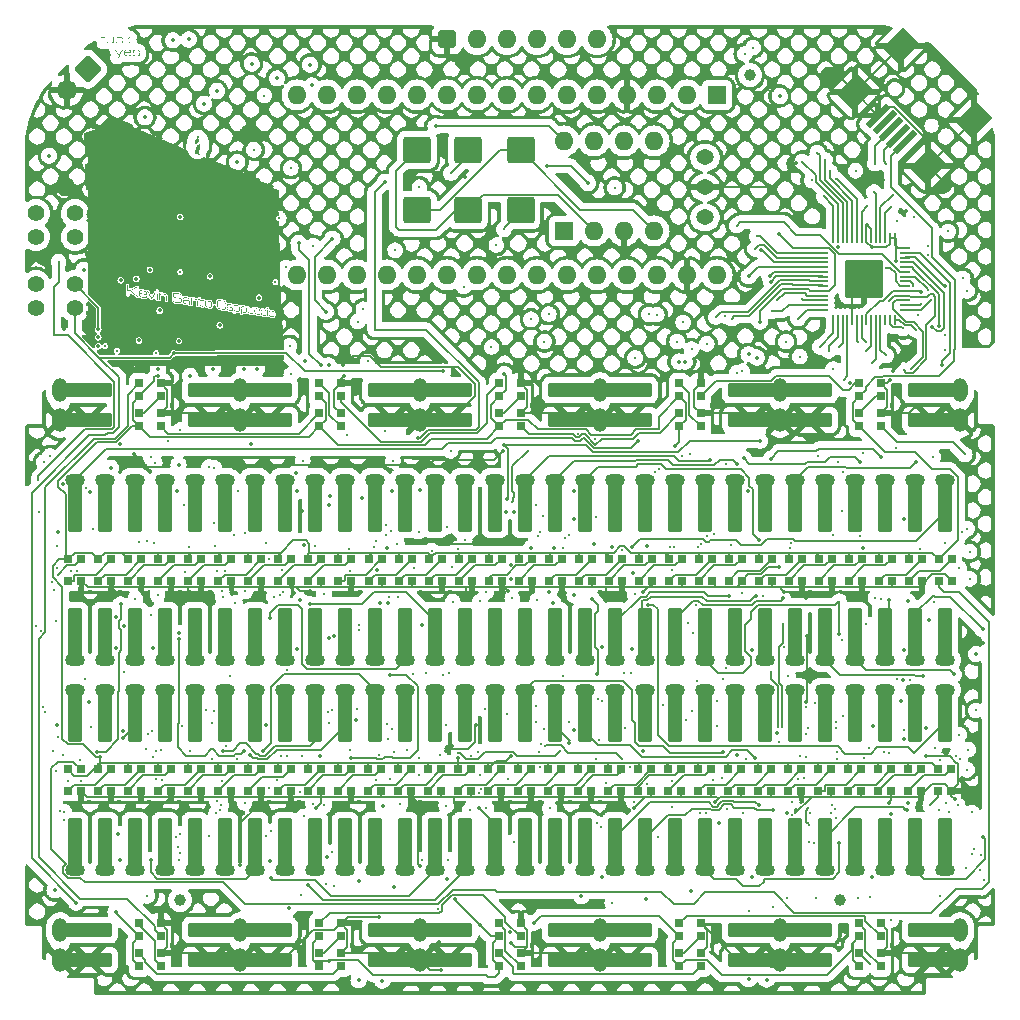
<source format=gtl>
G04 #@! TF.GenerationSoftware,KiCad,Pcbnew,(7.0.0-rc1-358-g86c12d35b4)*
G04 #@! TF.CreationDate,2023-05-18T21:24:14-07:00*
G04 #@! TF.ProjectId,Jumperless2,4a756d70-6572-46c6-9573-73322e6b6963,rev?*
G04 #@! TF.SameCoordinates,Original*
G04 #@! TF.FileFunction,Copper,L1,Top*
G04 #@! TF.FilePolarity,Positive*
%FSLAX46Y46*%
G04 Gerber Fmt 4.6, Leading zero omitted, Abs format (unit mm)*
G04 Created by KiCad (PCBNEW (7.0.0-rc1-358-g86c12d35b4)) date 2023-05-18 21:24:14*
%MOMM*%
%LPD*%
G01*
G04 APERTURE LIST*
G04 Aperture macros list*
%AMRoundRect*
0 Rectangle with rounded corners*
0 $1 Rounding radius*
0 $2 $3 $4 $5 $6 $7 $8 $9 X,Y pos of 4 corners*
0 Add a 4 corners polygon primitive as box body*
4,1,4,$2,$3,$4,$5,$6,$7,$8,$9,$2,$3,0*
0 Add four circle primitives for the rounded corners*
1,1,$1+$1,$2,$3*
1,1,$1+$1,$4,$5*
1,1,$1+$1,$6,$7*
1,1,$1+$1,$8,$9*
0 Add four rect primitives between the rounded corners*
20,1,$1+$1,$2,$3,$4,$5,0*
20,1,$1+$1,$4,$5,$6,$7,0*
20,1,$1+$1,$6,$7,$8,$9,0*
20,1,$1+$1,$8,$9,$2,$3,0*%
%AMHorizOval*
0 Thick line with rounded ends*
0 $1 width*
0 $2 $3 position (X,Y) of the first rounded end (center of the circle)*
0 $4 $5 position (X,Y) of the second rounded end (center of the circle)*
0 Add line between two ends*
20,1,$1,$2,$3,$4,$5,0*
0 Add two circle primitives to create the rounded ends*
1,1,$1,$2,$3*
1,1,$1,$4,$5*%
%AMRotRect*
0 Rectangle, with rotation*
0 The origin of the aperture is its center*
0 $1 length*
0 $2 width*
0 $3 Rotation angle, in degrees counterclockwise*
0 Add horizontal line*
21,1,$1,$2,0,0,$3*%
G04 Aperture macros list end*
G04 #@! TA.AperFunction,NonConductor*
%ADD10C,0.000000*%
G04 #@! TD*
G04 #@! TA.AperFunction,SMDPad,CuDef*
%ADD11R,0.700000X0.700000*%
G04 #@! TD*
G04 #@! TA.AperFunction,ComponentPad*
%ADD12O,1.500000X1.300000*%
G04 #@! TD*
G04 #@! TA.AperFunction,ComponentPad*
%ADD13RoundRect,0.160000X0.640000X-0.640000X0.640000X0.640000X-0.640000X0.640000X-0.640000X-0.640000X0*%
G04 #@! TD*
G04 #@! TA.AperFunction,ComponentPad*
%ADD14O,1.600000X1.600000*%
G04 #@! TD*
G04 #@! TA.AperFunction,SMDPad,CuDef*
%ADD15RotRect,0.500000X2.500000X135.000000*%
G04 #@! TD*
G04 #@! TA.AperFunction,SMDPad,CuDef*
%ADD16RotRect,2.000000X2.500000X135.000000*%
G04 #@! TD*
G04 #@! TA.AperFunction,SMDPad,CuDef*
%ADD17RoundRect,0.250000X-0.925000X0.875000X-0.925000X-0.875000X0.925000X-0.875000X0.925000X0.875000X0*%
G04 #@! TD*
G04 #@! TA.AperFunction,ComponentPad*
%ADD18C,1.400000*%
G04 #@! TD*
G04 #@! TA.AperFunction,ComponentPad*
%ADD19RoundRect,0.170000X-0.961665X0.000000X0.000000X-0.961665X0.961665X0.000000X0.000000X0.961665X0*%
G04 #@! TD*
G04 #@! TA.AperFunction,ComponentPad*
%ADD20HorizOval,1.700000X0.000000X0.000000X0.000000X0.000000X0*%
G04 #@! TD*
G04 #@! TA.AperFunction,SMDPad,CuDef*
%ADD21C,1.000000*%
G04 #@! TD*
G04 #@! TA.AperFunction,ComponentPad*
%ADD22RoundRect,0.150000X0.600000X-0.600000X0.600000X0.600000X-0.600000X0.600000X-0.600000X-0.600000X0*%
G04 #@! TD*
G04 #@! TA.AperFunction,SMDPad,CuDef*
%ADD23RoundRect,0.120000X1.880000X-0.480000X1.880000X0.480000X-1.880000X0.480000X-1.880000X-0.480000X0*%
G04 #@! TD*
G04 #@! TA.AperFunction,ComponentPad*
%ADD24O,1.300000X2.000000*%
G04 #@! TD*
G04 #@! TA.AperFunction,SMDPad,CuDef*
%ADD25RoundRect,0.120000X-1.880000X0.480000X-1.880000X-0.480000X1.880000X-0.480000X1.880000X0.480000X0*%
G04 #@! TD*
G04 #@! TA.AperFunction,SMDPad,CuDef*
%ADD26RoundRect,0.120000X-0.480000X-1.880000X0.480000X-1.880000X0.480000X1.880000X-0.480000X1.880000X0*%
G04 #@! TD*
G04 #@! TA.AperFunction,ComponentPad*
%ADD27O,1.700000X1.000000*%
G04 #@! TD*
G04 #@! TA.AperFunction,ComponentPad*
%ADD28RoundRect,0.160000X-0.640000X0.640000X-0.640000X-0.640000X0.640000X-0.640000X0.640000X0.640000X0*%
G04 #@! TD*
G04 #@! TA.AperFunction,SMDPad,CuDef*
%ADD29RoundRect,0.050000X-0.387500X-0.050000X0.387500X-0.050000X0.387500X0.050000X-0.387500X0.050000X0*%
G04 #@! TD*
G04 #@! TA.AperFunction,SMDPad,CuDef*
%ADD30RoundRect,0.050000X-0.050000X-0.387500X0.050000X-0.387500X0.050000X0.387500X-0.050000X0.387500X0*%
G04 #@! TD*
G04 #@! TA.AperFunction,ComponentPad*
%ADD31C,0.600000*%
G04 #@! TD*
G04 #@! TA.AperFunction,SMDPad,CuDef*
%ADD32RoundRect,0.144000X-1.456000X-1.456000X1.456000X-1.456000X1.456000X1.456000X-1.456000X1.456000X0*%
G04 #@! TD*
G04 #@! TA.AperFunction,ViaPad*
%ADD33C,0.350000*%
G04 #@! TD*
G04 #@! TA.AperFunction,ViaPad*
%ADD34C,0.300000*%
G04 #@! TD*
G04 #@! TA.AperFunction,Conductor*
%ADD35C,0.200000*%
G04 #@! TD*
G04 #@! TA.AperFunction,Conductor*
%ADD36C,0.150000*%
G04 #@! TD*
G04 APERTURE END LIST*
D10*
G36*
X41543230Y-105800593D02*
G01*
X41555666Y-105800792D01*
X41567572Y-105801122D01*
X41578949Y-105801585D01*
X41584505Y-105801883D01*
X41590061Y-105802247D01*
X41595618Y-105802677D01*
X41601174Y-105803173D01*
X41606730Y-105803735D01*
X41612286Y-105804363D01*
X41617843Y-105805058D01*
X41623399Y-105805819D01*
X41623399Y-105851327D01*
X41611493Y-105849872D01*
X41600116Y-105848681D01*
X41589268Y-105847755D01*
X41578949Y-105847094D01*
X41569490Y-105846631D01*
X41560164Y-105846300D01*
X41550969Y-105846101D01*
X41541907Y-105846035D01*
X41532614Y-105846134D01*
X41523783Y-105846432D01*
X41515416Y-105846928D01*
X41507512Y-105847623D01*
X41500070Y-105848516D01*
X41493092Y-105849607D01*
X41486577Y-105850897D01*
X41480524Y-105852385D01*
X41477655Y-105853084D01*
X41474869Y-105853857D01*
X41472165Y-105854704D01*
X41469544Y-105855626D01*
X41467006Y-105856623D01*
X41464550Y-105857693D01*
X41462177Y-105858839D01*
X41459887Y-105860058D01*
X41457679Y-105861352D01*
X41455554Y-105862720D01*
X41453512Y-105864163D01*
X41451552Y-105865681D01*
X41449676Y-105867272D01*
X41447881Y-105868938D01*
X41446170Y-105870679D01*
X41444541Y-105872494D01*
X41442987Y-105874251D01*
X41441498Y-105876082D01*
X41440076Y-105877988D01*
X41438720Y-105879968D01*
X41437430Y-105882023D01*
X41436207Y-105884152D01*
X41435049Y-105886355D01*
X41433958Y-105888633D01*
X41432932Y-105890985D01*
X41431973Y-105893412D01*
X41431080Y-105895913D01*
X41430254Y-105898489D01*
X41429493Y-105901139D01*
X41428798Y-105903863D01*
X41428170Y-105906662D01*
X41427608Y-105909535D01*
X41426616Y-105915538D01*
X41425756Y-105921904D01*
X41425028Y-105928635D01*
X41424433Y-105935729D01*
X41423970Y-105943187D01*
X41423639Y-105951008D01*
X41423441Y-105959194D01*
X41423375Y-105967743D01*
X41423375Y-106019601D01*
X41594824Y-106019601D01*
X41594824Y-106065110D01*
X41423375Y-106065110D01*
X41423375Y-106527600D01*
X41369400Y-106527600D01*
X41369400Y-106065110D01*
X41266742Y-106065110D01*
X41266742Y-106019601D01*
X41369400Y-106019601D01*
X41369400Y-105965627D01*
X41369516Y-105956465D01*
X41369863Y-105947503D01*
X41370442Y-105938738D01*
X41371252Y-105930173D01*
X41372294Y-105921805D01*
X41373567Y-105913636D01*
X41375072Y-105905666D01*
X41376808Y-105897894D01*
X41377775Y-105894094D01*
X41378825Y-105890369D01*
X41379958Y-105886719D01*
X41381173Y-105883143D01*
X41382471Y-105879641D01*
X41383852Y-105876214D01*
X41385316Y-105872861D01*
X41386862Y-105869583D01*
X41388491Y-105866379D01*
X41390202Y-105863250D01*
X41391996Y-105860195D01*
X41393873Y-105857214D01*
X41395833Y-105854308D01*
X41397875Y-105851476D01*
X41400000Y-105848718D01*
X41402208Y-105846035D01*
X41404635Y-105843298D01*
X41407152Y-105840644D01*
X41409761Y-105838073D01*
X41412460Y-105835584D01*
X41415251Y-105833178D01*
X41418132Y-105830855D01*
X41421105Y-105828614D01*
X41424168Y-105826456D01*
X41427323Y-105824381D01*
X41430568Y-105822388D01*
X41433904Y-105820478D01*
X41437331Y-105818651D01*
X41440849Y-105816906D01*
X41444458Y-105815244D01*
X41448158Y-105813665D01*
X41451949Y-105812169D01*
X41455976Y-105810759D01*
X41460118Y-105809440D01*
X41464376Y-105808212D01*
X41468750Y-105807075D01*
X41473240Y-105806030D01*
X41477845Y-105805075D01*
X41482567Y-105804211D01*
X41487403Y-105803437D01*
X41492356Y-105802755D01*
X41497425Y-105802164D01*
X41502609Y-105801664D01*
X41507909Y-105801255D01*
X41513324Y-105800936D01*
X41518856Y-105800709D01*
X41530266Y-105800527D01*
X41543230Y-105800593D01*
G37*
G36*
X52484713Y-128910228D02*
G01*
X52531474Y-128910228D01*
X52531482Y-128925932D01*
X52531893Y-128963367D01*
X52532914Y-128995335D01*
X52534664Y-129022675D01*
X52535849Y-129034871D01*
X52537259Y-129046225D01*
X52538910Y-129056840D01*
X52540816Y-129066822D01*
X52542992Y-129076276D01*
X52545452Y-129085305D01*
X52548211Y-129094016D01*
X52551284Y-129102513D01*
X52554686Y-129110900D01*
X52558430Y-129119282D01*
X52559701Y-129121879D01*
X52561087Y-129124464D01*
X52564193Y-129129588D01*
X52567723Y-129134634D01*
X52571650Y-129139583D01*
X52575949Y-129144412D01*
X52580592Y-129149103D01*
X52585555Y-129153634D01*
X52590810Y-129157984D01*
X52596333Y-129162134D01*
X52602096Y-129166062D01*
X52608075Y-129169748D01*
X52614242Y-129173171D01*
X52620572Y-129176312D01*
X52627039Y-129179149D01*
X52633617Y-129181662D01*
X52640279Y-129183830D01*
X52642695Y-129184570D01*
X52645146Y-129185360D01*
X52647565Y-129186174D01*
X52649883Y-129186990D01*
X52652033Y-129187782D01*
X52653948Y-129188526D01*
X52655558Y-129189198D01*
X52656798Y-129189774D01*
X52657344Y-129190038D01*
X52657946Y-129190293D01*
X52658599Y-129190538D01*
X52659296Y-129190772D01*
X52660031Y-129190994D01*
X52660797Y-129191202D01*
X52661589Y-129191396D01*
X52662401Y-129191574D01*
X52663225Y-129191736D01*
X52664057Y-129191879D01*
X52664890Y-129192004D01*
X52665717Y-129192109D01*
X52666533Y-129192192D01*
X52667331Y-129192253D01*
X52668105Y-129192290D01*
X52668850Y-129192303D01*
X52669610Y-129192319D01*
X52670431Y-129192368D01*
X52671306Y-129192448D01*
X52672226Y-129192556D01*
X52674173Y-129192853D01*
X52676210Y-129193246D01*
X52678274Y-129193722D01*
X52680302Y-129194268D01*
X52681284Y-129194563D01*
X52682234Y-129194871D01*
X52683144Y-129195189D01*
X52684007Y-129195517D01*
X52685141Y-129195892D01*
X52686850Y-129196348D01*
X52691850Y-129197479D01*
X52698729Y-129198859D01*
X52707211Y-129200440D01*
X52717018Y-129202170D01*
X52727873Y-129204001D01*
X52739498Y-129205881D01*
X52751616Y-129207763D01*
X52775161Y-129211017D01*
X52797945Y-129213557D01*
X52819544Y-129215369D01*
X52839534Y-129216436D01*
X52857489Y-129216743D01*
X52872984Y-129216275D01*
X52879676Y-129215745D01*
X52885595Y-129215015D01*
X52890686Y-129214084D01*
X52894897Y-129212949D01*
X52894897Y-129212944D01*
X52899132Y-129211378D01*
X52903298Y-129209499D01*
X52907373Y-129207333D01*
X52911336Y-129204900D01*
X52915164Y-129202225D01*
X52918837Y-129199329D01*
X52922333Y-129196235D01*
X52925630Y-129192965D01*
X52928706Y-129189543D01*
X52931541Y-129185992D01*
X52934112Y-129182333D01*
X52936399Y-129178589D01*
X52938379Y-129174783D01*
X52940030Y-129170938D01*
X52941332Y-129167076D01*
X52941845Y-129165146D01*
X52942263Y-129163221D01*
X52943016Y-129159500D01*
X52944086Y-129154478D01*
X52945331Y-129148817D01*
X52946608Y-129143175D01*
X52948050Y-129135105D01*
X52949224Y-129124824D01*
X52950797Y-129098804D01*
X52951380Y-129067459D01*
X52951028Y-129033136D01*
X52949793Y-128998179D01*
X52947731Y-128964936D01*
X52944894Y-128935750D01*
X52943201Y-128923412D01*
X52941336Y-128912968D01*
X52938726Y-128900622D01*
X52936456Y-128890517D01*
X52934399Y-128882251D01*
X52932429Y-128875421D01*
X52931436Y-128872419D01*
X52930418Y-128869625D01*
X52929357Y-128866989D01*
X52928239Y-128864460D01*
X52925766Y-128859522D01*
X52922871Y-128854410D01*
X52920420Y-128850459D01*
X52917784Y-128846586D01*
X52914974Y-128842803D01*
X52912002Y-128839120D01*
X52908878Y-128835545D01*
X52905615Y-128832089D01*
X52902223Y-128828763D01*
X52898713Y-128825575D01*
X52895098Y-128822535D01*
X52891388Y-128819655D01*
X52887595Y-128816942D01*
X52883730Y-128814408D01*
X52879804Y-128812063D01*
X52875829Y-128809915D01*
X52871815Y-128807976D01*
X52867776Y-128806254D01*
X52859982Y-128803132D01*
X52853378Y-128800439D01*
X52847779Y-128798251D01*
X52841892Y-128796172D01*
X52835923Y-128794258D01*
X52830079Y-128792565D01*
X52824568Y-128791150D01*
X52819596Y-128790069D01*
X52817377Y-128789672D01*
X52815370Y-128789380D01*
X52813602Y-128789199D01*
X52812098Y-128789137D01*
X52811272Y-128789122D01*
X52810442Y-128789079D01*
X52809613Y-128789009D01*
X52808790Y-128788914D01*
X52807979Y-128788795D01*
X52807185Y-128788655D01*
X52806413Y-128788494D01*
X52805670Y-128788316D01*
X52804961Y-128788120D01*
X52804291Y-128787909D01*
X52803665Y-128787685D01*
X52803089Y-128787450D01*
X52802569Y-128787204D01*
X52802111Y-128786950D01*
X52801718Y-128786689D01*
X52801398Y-128786423D01*
X52800828Y-128786102D01*
X52799703Y-128785698D01*
X52798052Y-128785218D01*
X52795905Y-128784668D01*
X52790248Y-128783383D01*
X52782971Y-128781891D01*
X52774317Y-128780238D01*
X52764528Y-128778475D01*
X52753844Y-128776649D01*
X52742509Y-128774807D01*
X52699978Y-128768565D01*
X52681372Y-128766280D01*
X52664408Y-128764563D01*
X52648987Y-128763424D01*
X52635011Y-128762871D01*
X52622382Y-128762912D01*
X52611000Y-128763557D01*
X52600769Y-128764813D01*
X52591588Y-128766690D01*
X52583361Y-128769197D01*
X52575988Y-128772342D01*
X52569371Y-128776133D01*
X52563411Y-128780579D01*
X52558011Y-128785689D01*
X52553072Y-128791472D01*
X52549834Y-128795881D01*
X52546919Y-128800382D01*
X52545578Y-128802696D01*
X52544312Y-128805069D01*
X52543119Y-128807512D01*
X52541997Y-128810037D01*
X52540944Y-128812655D01*
X52539958Y-128815380D01*
X52539038Y-128818221D01*
X52538182Y-128821192D01*
X52537387Y-128824304D01*
X52536652Y-128827569D01*
X52535353Y-128834605D01*
X52534271Y-128842393D01*
X52533391Y-128851029D01*
X52532696Y-128860607D01*
X52532172Y-128871221D01*
X52531804Y-128882966D01*
X52531576Y-128895937D01*
X52531474Y-128910228D01*
X52484713Y-128910228D01*
X52478846Y-128739281D01*
X52477000Y-128693741D01*
X52486647Y-128695470D01*
X52491416Y-128696330D01*
X52497267Y-128697334D01*
X52509253Y-128699327D01*
X52522212Y-128701456D01*
X52523652Y-128740751D01*
X52524348Y-128756148D01*
X52525187Y-128769021D01*
X52525626Y-128774090D01*
X52526060Y-128778023D01*
X52526477Y-128780652D01*
X52526674Y-128781425D01*
X52526862Y-128781808D01*
X52526958Y-128781889D01*
X52527062Y-128781944D01*
X52527174Y-128781973D01*
X52527294Y-128781978D01*
X52527421Y-128781959D01*
X52527555Y-128781916D01*
X52527697Y-128781849D01*
X52527844Y-128781760D01*
X52527998Y-128781649D01*
X52528157Y-128781516D01*
X52528322Y-128781361D01*
X52528491Y-128781187D01*
X52528665Y-128780991D01*
X52528844Y-128780777D01*
X52529026Y-128780542D01*
X52529212Y-128780290D01*
X52529401Y-128780019D01*
X52529593Y-128779730D01*
X52529787Y-128779425D01*
X52529984Y-128779102D01*
X52530381Y-128778410D01*
X52530783Y-128777657D01*
X52531187Y-128776847D01*
X52531589Y-128775986D01*
X52531986Y-128775076D01*
X52532377Y-128774121D01*
X52533808Y-128770768D01*
X52535443Y-128767418D01*
X52537267Y-128764085D01*
X52539268Y-128760785D01*
X52541433Y-128757532D01*
X52543750Y-128754341D01*
X52546204Y-128751226D01*
X52548783Y-128748202D01*
X52551475Y-128745284D01*
X52554265Y-128742485D01*
X52557142Y-128739821D01*
X52560093Y-128737306D01*
X52563103Y-128734956D01*
X52566161Y-128732783D01*
X52569254Y-128730804D01*
X52572368Y-128729032D01*
X52575643Y-128727311D01*
X52578784Y-128725706D01*
X52581718Y-128724254D01*
X52584369Y-128722989D01*
X52586662Y-128721946D01*
X52588523Y-128721160D01*
X52589876Y-128720667D01*
X52590338Y-128720542D01*
X52590646Y-128720502D01*
X52591309Y-128720478D01*
X52592351Y-128720387D01*
X52593720Y-128720235D01*
X52595362Y-128720027D01*
X52597225Y-128719771D01*
X52599255Y-128719470D01*
X52601399Y-128719131D01*
X52603604Y-128718759D01*
X52606371Y-128718366D01*
X52609582Y-128718017D01*
X52617170Y-128717452D01*
X52626033Y-128717070D01*
X52635834Y-128716875D01*
X52646238Y-128716871D01*
X52656910Y-128717062D01*
X52667514Y-128717452D01*
X52677714Y-128718046D01*
X52690733Y-128719288D01*
X52708073Y-128721416D01*
X52748625Y-128727240D01*
X52768292Y-128730387D01*
X52785188Y-128733327D01*
X52797540Y-128735784D01*
X52801458Y-128736747D01*
X52803576Y-128737486D01*
X52804140Y-128737765D01*
X52804815Y-128738054D01*
X52805591Y-128738350D01*
X52806459Y-128738652D01*
X52807411Y-128738956D01*
X52808437Y-128739262D01*
X52810678Y-128739866D01*
X52813111Y-128740445D01*
X52815665Y-128740983D01*
X52818269Y-128741460D01*
X52820853Y-128741859D01*
X52823455Y-128742270D01*
X52826109Y-128742744D01*
X52828742Y-128743264D01*
X52831278Y-128743816D01*
X52833644Y-128744384D01*
X52835766Y-128744952D01*
X52837568Y-128745506D01*
X52838978Y-128746030D01*
X52840370Y-128746574D01*
X52842123Y-128747225D01*
X52844167Y-128747955D01*
X52846429Y-128748740D01*
X52848841Y-128749552D01*
X52851329Y-128750364D01*
X52853825Y-128751152D01*
X52856256Y-128751888D01*
X52860381Y-128753214D01*
X52864859Y-128754850D01*
X52869624Y-128756759D01*
X52874611Y-128758908D01*
X52884995Y-128763783D01*
X52895491Y-128769197D01*
X52905581Y-128774869D01*
X52910311Y-128777714D01*
X52914745Y-128780520D01*
X52918818Y-128783251D01*
X52922465Y-128785871D01*
X52925621Y-128788347D01*
X52928222Y-128790643D01*
X52932146Y-128794504D01*
X52935943Y-128798483D01*
X52939609Y-128802571D01*
X52943139Y-128806763D01*
X52946530Y-128811052D01*
X52949776Y-128815430D01*
X52952873Y-128819891D01*
X52955818Y-128824428D01*
X52958606Y-128829034D01*
X52961233Y-128833702D01*
X52963694Y-128838426D01*
X52965985Y-128843198D01*
X52968101Y-128848012D01*
X52970040Y-128852861D01*
X52971795Y-128857738D01*
X52973364Y-128862636D01*
X52976337Y-128873766D01*
X52979336Y-128887272D01*
X52982274Y-128902586D01*
X52985059Y-128919143D01*
X52987604Y-128936377D01*
X52989819Y-128953721D01*
X52991614Y-128970611D01*
X52992901Y-128986479D01*
X52995006Y-129027640D01*
X52995714Y-129065826D01*
X52995051Y-129100748D01*
X52993042Y-129132116D01*
X52991542Y-129146377D01*
X52989715Y-129159641D01*
X52987566Y-129171873D01*
X52985096Y-129183035D01*
X52982310Y-129193091D01*
X52979211Y-129202006D01*
X52975802Y-129209743D01*
X52972086Y-129216266D01*
X52971089Y-129217841D01*
X52970160Y-129219418D01*
X52969318Y-129220957D01*
X52968583Y-129222413D01*
X52967976Y-129223745D01*
X52967726Y-129224350D01*
X52967517Y-129224909D01*
X52967349Y-129225416D01*
X52967227Y-129225864D01*
X52967151Y-129226250D01*
X52967125Y-129226567D01*
X52967109Y-129226719D01*
X52967062Y-129226894D01*
X52966984Y-129227091D01*
X52966875Y-129227310D01*
X52966573Y-129227807D01*
X52966159Y-129228380D01*
X52965642Y-129229022D01*
X52965027Y-129229727D01*
X52964321Y-129230488D01*
X52963530Y-129231299D01*
X52962659Y-129232155D01*
X52961717Y-129233048D01*
X52960707Y-129233972D01*
X52959638Y-129234921D01*
X52958515Y-129235889D01*
X52957345Y-129236869D01*
X52956133Y-129237854D01*
X52954886Y-129238840D01*
X52952396Y-129240798D01*
X52950011Y-129242709D01*
X52947789Y-129244524D01*
X52945785Y-129246198D01*
X52944057Y-129247681D01*
X52942660Y-129248926D01*
X52941653Y-129249886D01*
X52941313Y-129250244D01*
X52941091Y-129250513D01*
X52940878Y-129250746D01*
X52940561Y-129251009D01*
X52939633Y-129251614D01*
X52938346Y-129252313D01*
X52936740Y-129253093D01*
X52934854Y-129253936D01*
X52932728Y-129254830D01*
X52927913Y-129256708D01*
X52922612Y-129258608D01*
X52917141Y-129260412D01*
X52911817Y-129262001D01*
X52909309Y-129262678D01*
X52906956Y-129263257D01*
X52905983Y-129263445D01*
X52904628Y-129263632D01*
X52900872Y-129264000D01*
X52895881Y-129264352D01*
X52889853Y-129264681D01*
X52882982Y-129264979D01*
X52875464Y-129265237D01*
X52867494Y-129265447D01*
X52859269Y-129265602D01*
X52847916Y-129265663D01*
X52837137Y-129265503D01*
X52826545Y-129265090D01*
X52815750Y-129264389D01*
X52804367Y-129263367D01*
X52792006Y-129261991D01*
X52778279Y-129260227D01*
X52762799Y-129258043D01*
X52740550Y-129254650D01*
X52721578Y-129251444D01*
X52713950Y-129250024D01*
X52707896Y-129248787D01*
X52703666Y-129247777D01*
X52701513Y-129247042D01*
X52700975Y-129246753D01*
X52700397Y-129246472D01*
X52699783Y-129246200D01*
X52699140Y-129245940D01*
X52698472Y-129245691D01*
X52697785Y-129245457D01*
X52697084Y-129245238D01*
X52696375Y-129245035D01*
X52695663Y-129244851D01*
X52694953Y-129244687D01*
X52694251Y-129244543D01*
X52693562Y-129244423D01*
X52692891Y-129244327D01*
X52692245Y-129244256D01*
X52691627Y-129244213D01*
X52691044Y-129244198D01*
X52689855Y-129244122D01*
X52688260Y-129243902D01*
X52684035Y-129243080D01*
X52678735Y-129241833D01*
X52672726Y-129240260D01*
X52666374Y-129238461D01*
X52660044Y-129236537D01*
X52654104Y-129234587D01*
X52648919Y-129232712D01*
X52639247Y-129228840D01*
X52630157Y-129224902D01*
X52621623Y-129220879D01*
X52613620Y-129216748D01*
X52606125Y-129212491D01*
X52599113Y-129208087D01*
X52592558Y-129203516D01*
X52586436Y-129198757D01*
X52580723Y-129193790D01*
X52575394Y-129188596D01*
X52570423Y-129183152D01*
X52565788Y-129177441D01*
X52561462Y-129171440D01*
X52557421Y-129165131D01*
X52553641Y-129158491D01*
X52550097Y-129151503D01*
X52547937Y-129147053D01*
X52545865Y-129142893D01*
X52543931Y-129139117D01*
X52542183Y-129135814D01*
X52540672Y-129133078D01*
X52539447Y-129131000D01*
X52538557Y-129129671D01*
X52538252Y-129129316D01*
X52538051Y-129129183D01*
X52537922Y-129129692D01*
X52537832Y-129131219D01*
X52537759Y-129137124D01*
X52537825Y-129146482D01*
X52538022Y-129158877D01*
X52538778Y-129191117D01*
X52539968Y-129230518D01*
X52542408Y-129311304D01*
X52543566Y-129362986D01*
X52543809Y-129393943D01*
X52535891Y-129393514D01*
X52534052Y-129393416D01*
X52531855Y-129393236D01*
X52529383Y-129392989D01*
X52526718Y-129392685D01*
X52521142Y-129391963D01*
X52515786Y-129391171D01*
X52513309Y-129390728D01*
X52510943Y-129390265D01*
X52508742Y-129389796D01*
X52506764Y-129389331D01*
X52505064Y-129388884D01*
X52503697Y-129388466D01*
X52503155Y-129388272D01*
X52502719Y-129388091D01*
X52502393Y-129387923D01*
X52502185Y-129387770D01*
X52500847Y-129363515D01*
X52498240Y-129298444D01*
X52490732Y-129085587D01*
X52484713Y-128910228D01*
G37*
G36*
X51898987Y-128969132D02*
G01*
X51946270Y-128969132D01*
X51946323Y-128981935D01*
X51946498Y-128992682D01*
X51946822Y-129001674D01*
X51947320Y-129009218D01*
X51948019Y-129015616D01*
X51948945Y-129021172D01*
X51950123Y-129026189D01*
X51951581Y-129030973D01*
X51952808Y-129034451D01*
X51954110Y-129037809D01*
X51955493Y-129041052D01*
X51956962Y-129044183D01*
X51958524Y-129047207D01*
X51960184Y-129050127D01*
X51961948Y-129052948D01*
X51963823Y-129055673D01*
X51965813Y-129058307D01*
X51967926Y-129060853D01*
X51970166Y-129063316D01*
X51972540Y-129065699D01*
X51975053Y-129068007D01*
X51977712Y-129070243D01*
X51980522Y-129072412D01*
X51983489Y-129074518D01*
X51986619Y-129076564D01*
X51989918Y-129078554D01*
X51993392Y-129080493D01*
X51997047Y-129082385D01*
X52000888Y-129084233D01*
X52004922Y-129086042D01*
X52013590Y-129089557D01*
X52023099Y-129092963D01*
X52033496Y-129096291D01*
X52044827Y-129099573D01*
X52057140Y-129102842D01*
X52069089Y-129105340D01*
X52087944Y-129108678D01*
X52136209Y-129116345D01*
X52181599Y-129122778D01*
X52196860Y-129124576D01*
X52201520Y-129124952D01*
X52203776Y-129124916D01*
X52204306Y-129124796D01*
X52204954Y-129124701D01*
X52205709Y-129124631D01*
X52206564Y-129124586D01*
X52207509Y-129124564D01*
X52208535Y-129124565D01*
X52210794Y-129124631D01*
X52213271Y-129124777D01*
X52215892Y-129124997D01*
X52218587Y-129125283D01*
X52221283Y-129125630D01*
X52223946Y-129125996D01*
X52226815Y-129126306D01*
X52233092Y-129126758D01*
X52239957Y-129126991D01*
X52247248Y-129127004D01*
X52254806Y-129126801D01*
X52262471Y-129126384D01*
X52270085Y-129125755D01*
X52277486Y-129124916D01*
X52277486Y-129124945D01*
X52283259Y-129124107D01*
X52288602Y-129123150D01*
X52293533Y-129122059D01*
X52298074Y-129120820D01*
X52302244Y-129119420D01*
X52306064Y-129117846D01*
X52309554Y-129116083D01*
X52312735Y-129114117D01*
X52315625Y-129111935D01*
X52318245Y-129109524D01*
X52320616Y-129106869D01*
X52322757Y-129103957D01*
X52324690Y-129100773D01*
X52326433Y-129097305D01*
X52328007Y-129093538D01*
X52329432Y-129089459D01*
X52330998Y-129083664D01*
X52332257Y-129077110D01*
X52333216Y-129069914D01*
X52333882Y-129062192D01*
X52334264Y-129054060D01*
X52334368Y-129045633D01*
X52334202Y-129037028D01*
X52333774Y-129028360D01*
X52333090Y-129019745D01*
X52332159Y-129011300D01*
X52330987Y-129003139D01*
X52329583Y-128995379D01*
X52327953Y-128988135D01*
X52326106Y-128981525D01*
X52324049Y-128975662D01*
X52321788Y-128970664D01*
X52320418Y-128968285D01*
X52318700Y-128965708D01*
X52316686Y-128962982D01*
X52314423Y-128960155D01*
X52311964Y-128957276D01*
X52309356Y-128954392D01*
X52306651Y-128951554D01*
X52303898Y-128948808D01*
X52301147Y-128946203D01*
X52298447Y-128943789D01*
X52295849Y-128941613D01*
X52293403Y-128939724D01*
X52291158Y-128938170D01*
X52289165Y-128937001D01*
X52288278Y-128936575D01*
X52287472Y-128936263D01*
X52286755Y-128936072D01*
X52286131Y-128936007D01*
X52285729Y-128935993D01*
X52285329Y-128935955D01*
X52284933Y-128935893D01*
X52284543Y-128935808D01*
X52284162Y-128935702D01*
X52283792Y-128935577D01*
X52283437Y-128935434D01*
X52283098Y-128935274D01*
X52282778Y-128935100D01*
X52282479Y-128934911D01*
X52282204Y-128934711D01*
X52281956Y-128934500D01*
X52281736Y-128934279D01*
X52281548Y-128934051D01*
X52281394Y-128933817D01*
X52281330Y-128933698D01*
X52281276Y-128933578D01*
X52281018Y-128933231D01*
X52280498Y-128932814D01*
X52278733Y-128931788D01*
X52276096Y-128930537D01*
X52272707Y-128929103D01*
X52264140Y-128925837D01*
X52253972Y-128922306D01*
X52243145Y-128918823D01*
X52232599Y-128915703D01*
X52223276Y-128913261D01*
X52219367Y-128912392D01*
X52216117Y-128911811D01*
X52213532Y-128911391D01*
X52210928Y-128910895D01*
X52208374Y-128910341D01*
X52205940Y-128909747D01*
X52203700Y-128909133D01*
X52201722Y-128908517D01*
X52200077Y-128907918D01*
X52199403Y-128907630D01*
X52198838Y-128907353D01*
X52196421Y-128906564D01*
X52191728Y-128905496D01*
X52176669Y-128902693D01*
X52155967Y-128899283D01*
X52131927Y-128895610D01*
X52083056Y-128888835D01*
X52062836Y-128886416D01*
X52048500Y-128885098D01*
X52036157Y-128884472D01*
X52025145Y-128884214D01*
X52015265Y-128884342D01*
X52010687Y-128884557D01*
X52006318Y-128884876D01*
X52002132Y-128885301D01*
X51998105Y-128885835D01*
X51994211Y-128886480D01*
X51990427Y-128887239D01*
X51986726Y-128888114D01*
X51983084Y-128889107D01*
X51979477Y-128890220D01*
X51975879Y-128891457D01*
X51973921Y-128892183D01*
X51972102Y-128892915D01*
X51970410Y-128893664D01*
X51968832Y-128894440D01*
X51967356Y-128895254D01*
X51965968Y-128896117D01*
X51964658Y-128897038D01*
X51963413Y-128898028D01*
X51962219Y-128899097D01*
X51961065Y-128900257D01*
X51959939Y-128901517D01*
X51958827Y-128902888D01*
X51957718Y-128904380D01*
X51956599Y-128906004D01*
X51955457Y-128907770D01*
X51954281Y-128909689D01*
X51952894Y-128912023D01*
X51951678Y-128914156D01*
X51950620Y-128916171D01*
X51950147Y-128917160D01*
X51949710Y-128918150D01*
X51949307Y-128919152D01*
X51948936Y-128920176D01*
X51948597Y-128921232D01*
X51948288Y-128922331D01*
X51948008Y-128923483D01*
X51947755Y-128924698D01*
X51947528Y-128925986D01*
X51947325Y-128927358D01*
X51947145Y-128928825D01*
X51946987Y-128930396D01*
X51946730Y-128933892D01*
X51946543Y-128937930D01*
X51946415Y-128942593D01*
X51946335Y-128947961D01*
X51946292Y-128954119D01*
X51946270Y-128969132D01*
X51898987Y-128969132D01*
X51899006Y-128966750D01*
X51899295Y-128952789D01*
X51899681Y-128938719D01*
X51900120Y-128927386D01*
X51900671Y-128918310D01*
X51901397Y-128911009D01*
X51901845Y-128907873D01*
X51902359Y-128905001D01*
X51902947Y-128902331D01*
X51903617Y-128899805D01*
X51904377Y-128897360D01*
X51905234Y-128894938D01*
X51907269Y-128889921D01*
X51909277Y-128885598D01*
X51911537Y-128881335D01*
X51914023Y-128877156D01*
X51916710Y-128873087D01*
X51919573Y-128869154D01*
X51922585Y-128865381D01*
X51925722Y-128861794D01*
X51928957Y-128858419D01*
X51932266Y-128855280D01*
X51935623Y-128852405D01*
X51939002Y-128849816D01*
X51942378Y-128847541D01*
X51945725Y-128845605D01*
X51949018Y-128844032D01*
X51952231Y-128842849D01*
X51953800Y-128842411D01*
X51955339Y-128842081D01*
X51956955Y-128841785D01*
X51958556Y-128841443D01*
X51960102Y-128841068D01*
X51961549Y-128840675D01*
X51962858Y-128840277D01*
X51963985Y-128839889D01*
X51964889Y-128839523D01*
X51965244Y-128839353D01*
X51965527Y-128839195D01*
X51966551Y-128838716D01*
X51968026Y-128838258D01*
X51969920Y-128837822D01*
X51972201Y-128837411D01*
X51974838Y-128837027D01*
X51977799Y-128836673D01*
X51984567Y-128836062D01*
X51992250Y-128835597D01*
X52000596Y-128835297D01*
X52009349Y-128835181D01*
X52018258Y-128835266D01*
X52037065Y-128835588D01*
X52049934Y-128835695D01*
X52059408Y-128836502D01*
X52076204Y-128838660D01*
X52121682Y-128845438D01*
X52166203Y-128852851D01*
X52181802Y-128855802D01*
X52189599Y-128857720D01*
X52190403Y-128858033D01*
X52191323Y-128858356D01*
X52193468Y-128859020D01*
X52195950Y-128859692D01*
X52198682Y-128860352D01*
X52201580Y-128860982D01*
X52204557Y-128861562D01*
X52207529Y-128862072D01*
X52210411Y-128862493D01*
X52213179Y-128862912D01*
X52215828Y-128863407D01*
X52218294Y-128863960D01*
X52220516Y-128864554D01*
X52221515Y-128864860D01*
X52222430Y-128865170D01*
X52223252Y-128865481D01*
X52223974Y-128865792D01*
X52224587Y-128866099D01*
X52225084Y-128866401D01*
X52225457Y-128866695D01*
X52225698Y-128866979D01*
X52225794Y-128867118D01*
X52225907Y-128867254D01*
X52226036Y-128867389D01*
X52226182Y-128867522D01*
X52226342Y-128867653D01*
X52226517Y-128867781D01*
X52226910Y-128868030D01*
X52227355Y-128868267D01*
X52227849Y-128868491D01*
X52228386Y-128868700D01*
X52228962Y-128868893D01*
X52229572Y-128869069D01*
X52230213Y-128869226D01*
X52230880Y-128869363D01*
X52231568Y-128869478D01*
X52232273Y-128869570D01*
X52232990Y-128869637D01*
X52233715Y-128869679D01*
X52234444Y-128869693D01*
X52235190Y-128869706D01*
X52235966Y-128869745D01*
X52236765Y-128869808D01*
X52237583Y-128869895D01*
X52238412Y-128870004D01*
X52239246Y-128870134D01*
X52240079Y-128870284D01*
X52240905Y-128870452D01*
X52241718Y-128870638D01*
X52242511Y-128870841D01*
X52243278Y-128871058D01*
X52244014Y-128871290D01*
X52244711Y-128871535D01*
X52245364Y-128871792D01*
X52245967Y-128872059D01*
X52246513Y-128872336D01*
X52249866Y-128874023D01*
X52253870Y-128875910D01*
X52258216Y-128877865D01*
X52262596Y-128879759D01*
X52266699Y-128881460D01*
X52270216Y-128882837D01*
X52272840Y-128883759D01*
X52273719Y-128884008D01*
X52274259Y-128884095D01*
X52274871Y-128884164D01*
X52275603Y-128884368D01*
X52276448Y-128884701D01*
X52277398Y-128885155D01*
X52279587Y-128886406D01*
X52282114Y-128888071D01*
X52284922Y-128890102D01*
X52287954Y-128892449D01*
X52291154Y-128895062D01*
X52294466Y-128897893D01*
X52297832Y-128900891D01*
X52301197Y-128904008D01*
X52304504Y-128907194D01*
X52307695Y-128910400D01*
X52310715Y-128913575D01*
X52313507Y-128916672D01*
X52316014Y-128919640D01*
X52318180Y-128922431D01*
X52330705Y-128939444D01*
X52330705Y-128915368D01*
X52330359Y-128901855D01*
X52329429Y-128884616D01*
X52328049Y-128865125D01*
X52326351Y-128844857D01*
X52324466Y-128825288D01*
X52322528Y-128807891D01*
X52320667Y-128794143D01*
X52319018Y-128785518D01*
X52317160Y-128779171D01*
X52315068Y-128773062D01*
X52312741Y-128767190D01*
X52310180Y-128761554D01*
X52307385Y-128756156D01*
X52304354Y-128750993D01*
X52301088Y-128746067D01*
X52297587Y-128741376D01*
X52293850Y-128736921D01*
X52289878Y-128732702D01*
X52285669Y-128728717D01*
X52281224Y-128724967D01*
X52276543Y-128721452D01*
X52271625Y-128718170D01*
X52266471Y-128715123D01*
X52261079Y-128712310D01*
X52252985Y-128708504D01*
X52244938Y-128705013D01*
X52237113Y-128701897D01*
X52229684Y-128699215D01*
X52222825Y-128697026D01*
X52216713Y-128695392D01*
X52213990Y-128694801D01*
X52211519Y-128694370D01*
X52209322Y-128694108D01*
X52207421Y-128694022D01*
X52206712Y-128694007D01*
X52205965Y-128693963D01*
X52205186Y-128693891D01*
X52204382Y-128693793D01*
X52203559Y-128693670D01*
X52202724Y-128693523D01*
X52201882Y-128693353D01*
X52201041Y-128693161D01*
X52200205Y-128692948D01*
X52199383Y-128692717D01*
X52198579Y-128692467D01*
X52197801Y-128692201D01*
X52197054Y-128691919D01*
X52196346Y-128691623D01*
X52195682Y-128691314D01*
X52195068Y-128690993D01*
X52191710Y-128689649D01*
X52186516Y-128688171D01*
X52171490Y-128684935D01*
X52151729Y-128681521D01*
X52128967Y-128678168D01*
X52104943Y-128675113D01*
X52081393Y-128672595D01*
X52060054Y-128670851D01*
X52050756Y-128670344D01*
X52042663Y-128670120D01*
X52027893Y-128670129D01*
X52021524Y-128670284D01*
X52015754Y-128670562D01*
X52010521Y-128670977D01*
X52005767Y-128671547D01*
X52001432Y-128672286D01*
X51997456Y-128673212D01*
X51993780Y-128674340D01*
X51990343Y-128675686D01*
X51987087Y-128677266D01*
X51983951Y-128679096D01*
X51980876Y-128681192D01*
X51977802Y-128683571D01*
X51974670Y-128686248D01*
X51971419Y-128689239D01*
X51969338Y-128691336D01*
X51967425Y-128693535D01*
X51965676Y-128695848D01*
X51964862Y-128697051D01*
X51964087Y-128698289D01*
X51963351Y-128699562D01*
X51962654Y-128700872D01*
X51961995Y-128702221D01*
X51961374Y-128703611D01*
X51960241Y-128706520D01*
X51959253Y-128709612D01*
X51958406Y-128712901D01*
X51957694Y-128716401D01*
X51957115Y-128720126D01*
X51956665Y-128724089D01*
X51956339Y-128728305D01*
X51956133Y-128732787D01*
X51956044Y-128737550D01*
X51956067Y-128742605D01*
X51956381Y-128763822D01*
X51937146Y-128761765D01*
X51929386Y-128760849D01*
X51922477Y-128759890D01*
X51919576Y-128759430D01*
X51917171Y-128759001D01*
X51915354Y-128758618D01*
X51914220Y-128758294D01*
X51913799Y-128758043D01*
X51913396Y-128757625D01*
X51913010Y-128757047D01*
X51912642Y-128756316D01*
X51911960Y-128754423D01*
X51911354Y-128752004D01*
X51910826Y-128749116D01*
X51910381Y-128745816D01*
X51910020Y-128742160D01*
X51909748Y-128738206D01*
X51909567Y-128734011D01*
X51909481Y-128729632D01*
X51909493Y-128725125D01*
X51909605Y-128720549D01*
X51909822Y-128715959D01*
X51910146Y-128711414D01*
X51910581Y-128706969D01*
X51911129Y-128702683D01*
X51912114Y-128696469D01*
X51913225Y-128690621D01*
X51914480Y-128685112D01*
X51915893Y-128679913D01*
X51917480Y-128674995D01*
X51919258Y-128670331D01*
X51921242Y-128665890D01*
X51923448Y-128661646D01*
X51925893Y-128657570D01*
X51928591Y-128653633D01*
X51931559Y-128649806D01*
X51934813Y-128646062D01*
X51938369Y-128642372D01*
X51942242Y-128638707D01*
X51946448Y-128635040D01*
X51951004Y-128631341D01*
X51952354Y-128630363D01*
X51953867Y-128629421D01*
X51957367Y-128627651D01*
X51961476Y-128626033D01*
X51966170Y-128624570D01*
X51971422Y-128623265D01*
X51977206Y-128622120D01*
X51983496Y-128621138D01*
X51990266Y-128620322D01*
X51997490Y-128619675D01*
X52005142Y-128619199D01*
X52013195Y-128618897D01*
X52021625Y-128618772D01*
X52030405Y-128618827D01*
X52039508Y-128619064D01*
X52048909Y-128619486D01*
X52058582Y-128620097D01*
X52072488Y-128621504D01*
X52091568Y-128623970D01*
X52136827Y-128630734D01*
X52177520Y-128637700D01*
X52190892Y-128640418D01*
X52194913Y-128641440D01*
X52196808Y-128642179D01*
X52197183Y-128642428D01*
X52197708Y-128642689D01*
X52198372Y-128642961D01*
X52199167Y-128643243D01*
X52200083Y-128643531D01*
X52201110Y-128643823D01*
X52202240Y-128644119D01*
X52203461Y-128644415D01*
X52206142Y-128645002D01*
X52209079Y-128645566D01*
X52212193Y-128646093D01*
X52215410Y-128646565D01*
X52218659Y-128647027D01*
X52221866Y-128647544D01*
X52224946Y-128648096D01*
X52227818Y-128648668D01*
X52230399Y-128649240D01*
X52232606Y-128649794D01*
X52234357Y-128650314D01*
X52235035Y-128650555D01*
X52235569Y-128650781D01*
X52236859Y-128651327D01*
X52238835Y-128652087D01*
X52241398Y-128653026D01*
X52244451Y-128654108D01*
X52251627Y-128656565D01*
X52259577Y-128659182D01*
X52270136Y-128662928D01*
X52280122Y-128667197D01*
X52284901Y-128669530D01*
X52289540Y-128671995D01*
X52294038Y-128674595D01*
X52298396Y-128677330D01*
X52302616Y-128680201D01*
X52306697Y-128683209D01*
X52310641Y-128686355D01*
X52314448Y-128689639D01*
X52318119Y-128693063D01*
X52321654Y-128696627D01*
X52325055Y-128700333D01*
X52328323Y-128704181D01*
X52331457Y-128708172D01*
X52334459Y-128712306D01*
X52337329Y-128716586D01*
X52340069Y-128721012D01*
X52342678Y-128725585D01*
X52345158Y-128730305D01*
X52349732Y-128740191D01*
X52353797Y-128750679D01*
X52357360Y-128761775D01*
X52360425Y-128773486D01*
X52362998Y-128785821D01*
X52365983Y-128802791D01*
X52368402Y-128818950D01*
X52369438Y-128827271D01*
X52370380Y-128836046D01*
X52371242Y-128845492D01*
X52372040Y-128855828D01*
X52373509Y-128880043D01*
X52374909Y-128910441D01*
X52376365Y-128948769D01*
X52378002Y-128996775D01*
X52381611Y-129100189D01*
X52384081Y-129161283D01*
X52384762Y-129172763D01*
X52385007Y-129177297D01*
X52385119Y-129181097D01*
X52385047Y-129184216D01*
X52384926Y-129185537D01*
X52384739Y-129186707D01*
X52384480Y-129187734D01*
X52384144Y-129188624D01*
X52383722Y-129189383D01*
X52383210Y-129190018D01*
X52382599Y-129190536D01*
X52381885Y-129190944D01*
X52381060Y-129191247D01*
X52380119Y-129191454D01*
X52379053Y-129191569D01*
X52377859Y-129191600D01*
X52375053Y-129191437D01*
X52371652Y-129191017D01*
X52367602Y-129190393D01*
X52357351Y-129188743D01*
X52357348Y-129188801D01*
X52339350Y-129186028D01*
X52339179Y-129165402D01*
X52338946Y-129157875D01*
X52338420Y-129149866D01*
X52337684Y-129141989D01*
X52336824Y-129134858D01*
X52335921Y-129129086D01*
X52335480Y-129126901D01*
X52335061Y-129125286D01*
X52334672Y-129124317D01*
X52334493Y-129124099D01*
X52334326Y-129124071D01*
X52334171Y-129124244D01*
X52334031Y-129124626D01*
X52333800Y-129126056D01*
X52333614Y-129127084D01*
X52333264Y-129128192D01*
X52332760Y-129129375D01*
X52332108Y-129130625D01*
X52331318Y-129131935D01*
X52330397Y-129133299D01*
X52328197Y-129136159D01*
X52325574Y-129139150D01*
X52322592Y-129142218D01*
X52319319Y-129145306D01*
X52315820Y-129148360D01*
X52312159Y-129151324D01*
X52308404Y-129154143D01*
X52304619Y-129156762D01*
X52300870Y-129159126D01*
X52297224Y-129161179D01*
X52293745Y-129162867D01*
X52292088Y-129163557D01*
X52290499Y-129164134D01*
X52288984Y-129164593D01*
X52287552Y-129164925D01*
X52286035Y-129165239D01*
X52284266Y-129165633D01*
X52280233Y-129166600D01*
X52275964Y-129167702D01*
X52273901Y-129168263D01*
X52271970Y-129168811D01*
X52269408Y-129169492D01*
X52266597Y-129170108D01*
X52263526Y-129170659D01*
X52260185Y-129171147D01*
X52256564Y-129171572D01*
X52252653Y-129171935D01*
X52248441Y-129172235D01*
X52243919Y-129172473D01*
X52233904Y-129172766D01*
X52222526Y-129172818D01*
X52209705Y-129172632D01*
X52195360Y-129172212D01*
X52183424Y-129171242D01*
X52165752Y-129169189D01*
X52121832Y-129163109D01*
X52099897Y-129159722D01*
X52080855Y-129156529D01*
X52066861Y-129153852D01*
X52062432Y-129152807D01*
X52060074Y-129152009D01*
X52059484Y-129151713D01*
X52058841Y-129151425D01*
X52058150Y-129151146D01*
X52057418Y-129150879D01*
X52056652Y-129150624D01*
X52055857Y-129150384D01*
X52055040Y-129150159D01*
X52054208Y-129149952D01*
X52053366Y-129149763D01*
X52052521Y-129149595D01*
X52051680Y-129149448D01*
X52050848Y-129149325D01*
X52050032Y-129149226D01*
X52049238Y-129149154D01*
X52048473Y-129149110D01*
X52047743Y-129149095D01*
X52045486Y-129148908D01*
X52042431Y-129148373D01*
X52038683Y-129147524D01*
X52034345Y-129146397D01*
X52024314Y-129143447D01*
X52013164Y-129139807D01*
X52001727Y-129135759D01*
X51990829Y-129131583D01*
X51981300Y-129127563D01*
X51977308Y-129125700D01*
X51973969Y-129123981D01*
X51968610Y-129120932D01*
X51963462Y-129117785D01*
X51958529Y-129114542D01*
X51953814Y-129111207D01*
X51949317Y-129107781D01*
X51945043Y-129104267D01*
X51940993Y-129100668D01*
X51937171Y-129096986D01*
X51933578Y-129093224D01*
X51930217Y-129089384D01*
X51927092Y-129085468D01*
X51924203Y-129081480D01*
X51921554Y-129077422D01*
X51919147Y-129073297D01*
X51916986Y-129069106D01*
X51915071Y-129064852D01*
X51914091Y-129062257D01*
X51912925Y-129058751D01*
X51911619Y-129054491D01*
X51910215Y-129049629D01*
X51908757Y-129044322D01*
X51907288Y-129038722D01*
X51905852Y-129032985D01*
X51904492Y-129027265D01*
X51902644Y-129018891D01*
X51901879Y-129015035D01*
X51901213Y-129011312D01*
X51900642Y-129007654D01*
X51900162Y-129003996D01*
X51899766Y-129000271D01*
X51899452Y-128996413D01*
X51899214Y-128992355D01*
X51899048Y-128988031D01*
X51898948Y-128983375D01*
X51898911Y-128978321D01*
X51898987Y-128969132D01*
G37*
G36*
X54923987Y-129075861D02*
G01*
X54937749Y-129076538D01*
X54952284Y-129077595D01*
X54967557Y-129079035D01*
X54983535Y-129080858D01*
X55000185Y-129083064D01*
X55017473Y-129085655D01*
X55039617Y-129089251D01*
X55058400Y-129092474D01*
X55071838Y-129094974D01*
X55075932Y-129095843D01*
X55077946Y-129096399D01*
X55079225Y-129096893D01*
X55080967Y-129097480D01*
X55085621Y-129098880D01*
X55091470Y-129100489D01*
X55098077Y-129102197D01*
X55105001Y-129103892D01*
X55111806Y-129105465D01*
X55118052Y-129106805D01*
X55123302Y-129107801D01*
X55124255Y-129107974D01*
X55125181Y-129108168D01*
X55126076Y-129108383D01*
X55126934Y-129108616D01*
X55127752Y-129108864D01*
X55128523Y-129109125D01*
X55129244Y-129109397D01*
X55129910Y-129109678D01*
X55130515Y-129109966D01*
X55131056Y-129110258D01*
X55131526Y-129110551D01*
X55131921Y-129110845D01*
X55132237Y-129111136D01*
X55132469Y-129111423D01*
X55132552Y-129111563D01*
X55132612Y-129111702D01*
X55132648Y-129111839D01*
X55132660Y-129111973D01*
X55132667Y-129112106D01*
X55132688Y-129112237D01*
X55132722Y-129112366D01*
X55132769Y-129112493D01*
X55132829Y-129112617D01*
X55132901Y-129112739D01*
X55132985Y-129112859D01*
X55133081Y-129112975D01*
X55133188Y-129113089D01*
X55133307Y-129113199D01*
X55133436Y-129113306D01*
X55133575Y-129113410D01*
X55133724Y-129113510D01*
X55133883Y-129113606D01*
X55134051Y-129113699D01*
X55134228Y-129113787D01*
X55134414Y-129113872D01*
X55134608Y-129113951D01*
X55134810Y-129114027D01*
X55135019Y-129114098D01*
X55135236Y-129114164D01*
X55135460Y-129114225D01*
X55135690Y-129114281D01*
X55135927Y-129114331D01*
X55136169Y-129114377D01*
X55136418Y-129114416D01*
X55136671Y-129114450D01*
X55136929Y-129114479D01*
X55137192Y-129114501D01*
X55137459Y-129114517D01*
X55137729Y-129114527D01*
X55138004Y-129114530D01*
X55138836Y-129114581D01*
X55139798Y-129114731D01*
X55142076Y-129115313D01*
X55144783Y-129116244D01*
X55147858Y-129117490D01*
X55151246Y-129119020D01*
X55154887Y-129120801D01*
X55158726Y-129122800D01*
X55162703Y-129124986D01*
X55166761Y-129127325D01*
X55170843Y-129129785D01*
X55174891Y-129132333D01*
X55178847Y-129134938D01*
X55182653Y-129137567D01*
X55186253Y-129140187D01*
X55189587Y-129142765D01*
X55192599Y-129145270D01*
X55197468Y-129149745D01*
X55202022Y-129154459D01*
X55206273Y-129159441D01*
X55210232Y-129164720D01*
X55213912Y-129170328D01*
X55217325Y-129176293D01*
X55220482Y-129182646D01*
X55223396Y-129189415D01*
X55226078Y-129196632D01*
X55228541Y-129204326D01*
X55230796Y-129212526D01*
X55232855Y-129221263D01*
X55234730Y-129230566D01*
X55236434Y-129240464D01*
X55237977Y-129250989D01*
X55239372Y-129262170D01*
X55240051Y-129268436D01*
X55240613Y-129274352D01*
X55241053Y-129279785D01*
X55241361Y-129284599D01*
X55241532Y-129288660D01*
X55241558Y-129291833D01*
X55241430Y-129293984D01*
X55241307Y-129294633D01*
X55241143Y-129294977D01*
X55241026Y-129295067D01*
X55240864Y-129295148D01*
X55240658Y-129295221D01*
X55240410Y-129295286D01*
X55239789Y-129295393D01*
X55239014Y-129295468D01*
X55238093Y-129295514D01*
X55237037Y-129295530D01*
X55235857Y-129295517D01*
X55234561Y-129295477D01*
X55233161Y-129295410D01*
X55231666Y-129295317D01*
X55228433Y-129295058D01*
X55224943Y-129294704D01*
X55221279Y-129294264D01*
X55203213Y-129291692D01*
X55201241Y-129267865D01*
X55200479Y-129260167D01*
X55199493Y-129252691D01*
X55198289Y-129245451D01*
X55196873Y-129238463D01*
X55195251Y-129231740D01*
X55193428Y-129225297D01*
X55191410Y-129219147D01*
X55189203Y-129213306D01*
X55186813Y-129207787D01*
X55184245Y-129202605D01*
X55181505Y-129197774D01*
X55178598Y-129193308D01*
X55175532Y-129189222D01*
X55172310Y-129185529D01*
X55168940Y-129182245D01*
X55165427Y-129179383D01*
X55163787Y-129178151D01*
X55162114Y-129176862D01*
X55160455Y-129175552D01*
X55158857Y-129174261D01*
X55157366Y-129173025D01*
X55156030Y-129171885D01*
X55154896Y-129170876D01*
X55154012Y-129170039D01*
X55152649Y-129168978D01*
X55150532Y-129167704D01*
X55147753Y-129166253D01*
X55144406Y-129164659D01*
X55136378Y-129161185D01*
X55127193Y-129157565D01*
X55117597Y-129154081D01*
X55108335Y-129151014D01*
X55104062Y-129149725D01*
X55100152Y-129148647D01*
X55096698Y-129147813D01*
X55093793Y-129147260D01*
X55091418Y-129146852D01*
X55089090Y-129146388D01*
X55086867Y-129145885D01*
X55084809Y-129145358D01*
X55082974Y-129144821D01*
X55081421Y-129144292D01*
X55080768Y-129144035D01*
X55080208Y-129143785D01*
X55079748Y-129143545D01*
X55079395Y-129143317D01*
X55077678Y-129142755D01*
X55073764Y-129141883D01*
X55060540Y-129139399D01*
X55020875Y-129132798D01*
X54979513Y-129126545D01*
X54964169Y-129124496D01*
X54955569Y-129123671D01*
X54943463Y-129123290D01*
X54922452Y-129122528D01*
X54917005Y-129122381D01*
X54911769Y-129122373D01*
X54906737Y-129122503D01*
X54901899Y-129122775D01*
X54897247Y-129123190D01*
X54892775Y-129123750D01*
X54888474Y-129124456D01*
X54884335Y-129125312D01*
X54880351Y-129126317D01*
X54876513Y-129127475D01*
X54872814Y-129128788D01*
X54869246Y-129130256D01*
X54865801Y-129131882D01*
X54862470Y-129133668D01*
X54859245Y-129135616D01*
X54856119Y-129137727D01*
X54854260Y-129139166D01*
X54852381Y-129140847D01*
X54850495Y-129142752D01*
X54848612Y-129144860D01*
X54846744Y-129147155D01*
X54844902Y-129149618D01*
X54843097Y-129152230D01*
X54841341Y-129154973D01*
X54839646Y-129157828D01*
X54838022Y-129160777D01*
X54836480Y-129163801D01*
X54835034Y-129166883D01*
X54833692Y-129170003D01*
X54832468Y-129173143D01*
X54831372Y-129176285D01*
X54830415Y-129179410D01*
X54829424Y-129183500D01*
X54828501Y-129188504D01*
X54827649Y-129194346D01*
X54826872Y-129200949D01*
X54825554Y-129216136D01*
X54824575Y-129233455D01*
X54823961Y-129252298D01*
X54823740Y-129272055D01*
X54823939Y-129292117D01*
X54824585Y-129311876D01*
X54825777Y-129334681D01*
X54827228Y-129355601D01*
X54828978Y-129374741D01*
X54831065Y-129392210D01*
X54833529Y-129408113D01*
X54836408Y-129422558D01*
X54839740Y-129435650D01*
X54843565Y-129447498D01*
X54847921Y-129458208D01*
X54852846Y-129467886D01*
X54858381Y-129476640D01*
X54864562Y-129484575D01*
X54871430Y-129491800D01*
X54879023Y-129498420D01*
X54887379Y-129504543D01*
X54896537Y-129510275D01*
X54899730Y-129512028D01*
X54903372Y-129513842D01*
X54907391Y-129515694D01*
X54911715Y-129517558D01*
X54920995Y-129521230D01*
X54930642Y-129524664D01*
X54940084Y-129527669D01*
X54948751Y-129530052D01*
X54952615Y-129530951D01*
X54956072Y-129531621D01*
X54959049Y-129532039D01*
X54961475Y-129532182D01*
X54962090Y-129532195D01*
X54962716Y-129532234D01*
X54963348Y-129532297D01*
X54963981Y-129532384D01*
X54964612Y-129532492D01*
X54965236Y-129532621D01*
X54965849Y-129532770D01*
X54966446Y-129532938D01*
X54967022Y-129533122D01*
X54967574Y-129533323D01*
X54968097Y-129533538D01*
X54968586Y-129533768D01*
X54969038Y-129534009D01*
X54969447Y-129534262D01*
X54969809Y-129534525D01*
X54970120Y-129534797D01*
X54970667Y-129535105D01*
X54971726Y-129535484D01*
X54973270Y-129535928D01*
X54975270Y-129536433D01*
X54980528Y-129537602D01*
X54987277Y-129538947D01*
X54995291Y-129540427D01*
X55004348Y-129541997D01*
X55014222Y-129543616D01*
X55024691Y-129545240D01*
X55044872Y-129547991D01*
X55065610Y-129550297D01*
X55086036Y-129552112D01*
X55105282Y-129553390D01*
X55122481Y-129554082D01*
X55136764Y-129554143D01*
X55147263Y-129553526D01*
X55150822Y-129552949D01*
X55153110Y-129552184D01*
X55153617Y-129551938D01*
X55154186Y-129551682D01*
X55155483Y-129551152D01*
X55156953Y-129550612D01*
X55158546Y-129550080D01*
X55160213Y-129549573D01*
X55161905Y-129549110D01*
X55163574Y-129548707D01*
X55164384Y-129548534D01*
X55165169Y-129548383D01*
X55167264Y-129547902D01*
X55169410Y-129547216D01*
X55171595Y-129546335D01*
X55173806Y-129545270D01*
X55176030Y-129544030D01*
X55178254Y-129542626D01*
X55180467Y-129541068D01*
X55182656Y-129539366D01*
X55184808Y-129537531D01*
X55186910Y-129535572D01*
X55188951Y-129533501D01*
X55190917Y-129531326D01*
X55192796Y-129529060D01*
X55194575Y-129526710D01*
X55196243Y-129524289D01*
X55197785Y-129521806D01*
X55199123Y-129519298D01*
X55200406Y-129516428D01*
X55201631Y-129513219D01*
X55202794Y-129509696D01*
X55203889Y-129505881D01*
X55204913Y-129501798D01*
X55205863Y-129497469D01*
X55206733Y-129492919D01*
X55207520Y-129488170D01*
X55208219Y-129483246D01*
X55208826Y-129478170D01*
X55209338Y-129472965D01*
X55209750Y-129467655D01*
X55210057Y-129462263D01*
X55210257Y-129456812D01*
X55210344Y-129451325D01*
X55210432Y-129435262D01*
X55228430Y-129438105D01*
X55232093Y-129438742D01*
X55235603Y-129439460D01*
X55238874Y-129440234D01*
X55241825Y-129441039D01*
X55244372Y-129441852D01*
X55245468Y-129442254D01*
X55246432Y-129442648D01*
X55247253Y-129443032D01*
X55247920Y-129443403D01*
X55248425Y-129443757D01*
X55248755Y-129444092D01*
X55248873Y-129444298D01*
X55248984Y-129444591D01*
X55249188Y-129445428D01*
X55249368Y-129446584D01*
X55249522Y-129448038D01*
X55249651Y-129449773D01*
X55249754Y-129451767D01*
X55249882Y-129456461D01*
X55249905Y-129461964D01*
X55249822Y-129468122D01*
X55249629Y-129474781D01*
X55249326Y-129481787D01*
X55248494Y-129494105D01*
X55247303Y-129505643D01*
X55245747Y-129516420D01*
X55244832Y-129521528D01*
X55243824Y-129526453D01*
X55242722Y-129531197D01*
X55241527Y-129535763D01*
X55240238Y-129540152D01*
X55238853Y-129544368D01*
X55237373Y-129548412D01*
X55235797Y-129552287D01*
X55234125Y-129555995D01*
X55232355Y-129559539D01*
X55231313Y-129561340D01*
X55230022Y-129563266D01*
X55228507Y-129565291D01*
X55226797Y-129567391D01*
X55224918Y-129569539D01*
X55222896Y-129571711D01*
X55220758Y-129573882D01*
X55218533Y-129576026D01*
X55216245Y-129578119D01*
X55213922Y-129580134D01*
X55211592Y-129582048D01*
X55209280Y-129583834D01*
X55207014Y-129585467D01*
X55204820Y-129586923D01*
X55202725Y-129588176D01*
X55200757Y-129589201D01*
X55194826Y-129591719D01*
X55188271Y-129593926D01*
X55181091Y-129595821D01*
X55173284Y-129597405D01*
X55164851Y-129598678D01*
X55155790Y-129599640D01*
X55146100Y-129600291D01*
X55135781Y-129600630D01*
X55124831Y-129600658D01*
X55113250Y-129600375D01*
X55101038Y-129599781D01*
X55088192Y-129598876D01*
X55074713Y-129597660D01*
X55060599Y-129596132D01*
X55045849Y-129594293D01*
X55030464Y-129592144D01*
X55030459Y-129592134D01*
X55030455Y-129592125D01*
X55030446Y-129592106D01*
X55030438Y-129592087D01*
X55030433Y-129592077D01*
X55030429Y-129592068D01*
X55008789Y-129588720D01*
X54990318Y-129585538D01*
X54982882Y-129584122D01*
X54976973Y-129582882D01*
X54972836Y-129581863D01*
X54970714Y-129581110D01*
X54970170Y-129580811D01*
X54969570Y-129580520D01*
X54968921Y-129580240D01*
X54968229Y-129579971D01*
X54967501Y-129579715D01*
X54966741Y-129579474D01*
X54965957Y-129579248D01*
X54965154Y-129579040D01*
X54964339Y-129578851D01*
X54963519Y-129578682D01*
X54962698Y-129578535D01*
X54961884Y-129578411D01*
X54961082Y-129578312D01*
X54960299Y-129578240D01*
X54959540Y-129578196D01*
X54958813Y-129578180D01*
X54957412Y-129578108D01*
X54955643Y-129577899D01*
X54953547Y-129577563D01*
X54951166Y-129577112D01*
X54945709Y-129575907D01*
X54939601Y-129574371D01*
X54933173Y-129572590D01*
X54926751Y-129570652D01*
X54920667Y-129568643D01*
X54915247Y-129566650D01*
X54911873Y-129565354D01*
X54906947Y-129563546D01*
X54895091Y-129559306D01*
X54892170Y-129558243D01*
X54889388Y-129557172D01*
X54886809Y-129556123D01*
X54884499Y-129555124D01*
X54882523Y-129554204D01*
X54880947Y-129553391D01*
X54880328Y-129553035D01*
X54879834Y-129552716D01*
X54879472Y-129552438D01*
X54879251Y-129552206D01*
X54879041Y-129551968D01*
X54878738Y-129551685D01*
X54878345Y-129551362D01*
X54877870Y-129551000D01*
X54877317Y-129550605D01*
X54876692Y-129550179D01*
X54876002Y-129549726D01*
X54875250Y-129549250D01*
X54873589Y-129548241D01*
X54871753Y-129547181D01*
X54869787Y-129546098D01*
X54867736Y-129545020D01*
X54864796Y-129543346D01*
X54861650Y-129541245D01*
X54858334Y-129538757D01*
X54854884Y-129535921D01*
X54851338Y-129532777D01*
X54847732Y-129529364D01*
X54844102Y-129525724D01*
X54840486Y-129521895D01*
X54836919Y-129517917D01*
X54833439Y-129513830D01*
X54830082Y-129509675D01*
X54826885Y-129505489D01*
X54823884Y-129501315D01*
X54821116Y-129497190D01*
X54818617Y-129493156D01*
X54816425Y-129489251D01*
X54814459Y-129485390D01*
X54812557Y-129481351D01*
X54810721Y-129477135D01*
X54808951Y-129472745D01*
X54807246Y-129468180D01*
X54805607Y-129463442D01*
X54804035Y-129458533D01*
X54802530Y-129453453D01*
X54801093Y-129448204D01*
X54799722Y-129442788D01*
X54798420Y-129437205D01*
X54797186Y-129431456D01*
X54796021Y-129425543D01*
X54794925Y-129419468D01*
X54792941Y-129406833D01*
X54789790Y-129385486D01*
X54786811Y-129366517D01*
X54785565Y-129353710D01*
X54784546Y-129333417D01*
X54783785Y-129308176D01*
X54783309Y-129280525D01*
X54783149Y-129253005D01*
X54783333Y-129228153D01*
X54783892Y-129208510D01*
X54784853Y-129196614D01*
X54785855Y-129190212D01*
X54786851Y-129183419D01*
X54787723Y-129177048D01*
X54788354Y-129171909D01*
X54788706Y-129169079D01*
X54789141Y-129166171D01*
X54790243Y-129160196D01*
X54791617Y-129154131D01*
X54793222Y-129148120D01*
X54795016Y-129142309D01*
X54796957Y-129136845D01*
X54797970Y-129134288D01*
X54799003Y-129131872D01*
X54800053Y-129129615D01*
X54801112Y-129127536D01*
X54802537Y-129124998D01*
X54804146Y-129122338D01*
X54805909Y-129119596D01*
X54807792Y-129116811D01*
X54809765Y-129114023D01*
X54811794Y-129111271D01*
X54815896Y-129106031D01*
X54817903Y-129103623D01*
X54819839Y-129101408D01*
X54821671Y-129099426D01*
X54823368Y-129097716D01*
X54824897Y-129096318D01*
X54826225Y-129095270D01*
X54827322Y-129094613D01*
X54827773Y-129094443D01*
X54828154Y-129094385D01*
X54828321Y-129094379D01*
X54828498Y-129094361D01*
X54828882Y-129094293D01*
X54829303Y-129094181D01*
X54829757Y-129094029D01*
X54830239Y-129093839D01*
X54830746Y-129093613D01*
X54831273Y-129093354D01*
X54831817Y-129093063D01*
X54832372Y-129092744D01*
X54832934Y-129092398D01*
X54833501Y-129092028D01*
X54834067Y-129091636D01*
X54834628Y-129091225D01*
X54835180Y-129090797D01*
X54835719Y-129090354D01*
X54836241Y-129089898D01*
X54838195Y-129088305D01*
X54840431Y-129086804D01*
X54842944Y-129085397D01*
X54845729Y-129084084D01*
X54848784Y-129082864D01*
X54852103Y-129081738D01*
X54859517Y-129079767D01*
X54867939Y-129078172D01*
X54877335Y-129076953D01*
X54887672Y-129076112D01*
X54898915Y-129075649D01*
X54911031Y-129075565D01*
X54923987Y-129075861D01*
G37*
G36*
X43178831Y-107311308D02*
G01*
X43179824Y-107293598D01*
X43181213Y-107276846D01*
X43182999Y-107261054D01*
X43185181Y-107246221D01*
X43187761Y-107232347D01*
X43190738Y-107219432D01*
X43192408Y-107213301D01*
X43194243Y-107207344D01*
X43196244Y-107201560D01*
X43198411Y-107195950D01*
X43200742Y-107190514D01*
X43203239Y-107185251D01*
X43205902Y-107180162D01*
X43208729Y-107175247D01*
X43211722Y-107170505D01*
X43214881Y-107165937D01*
X43218205Y-107161542D01*
X43221694Y-107157321D01*
X43225348Y-107153274D01*
X43229168Y-107149400D01*
X43233154Y-107145700D01*
X43237304Y-107142174D01*
X43241633Y-107138677D01*
X43246151Y-107135328D01*
X43250860Y-107132128D01*
X43255759Y-107129077D01*
X43260848Y-107126175D01*
X43266128Y-107123422D01*
X43271597Y-107120817D01*
X43277257Y-107118362D01*
X43283106Y-107116055D01*
X43289146Y-107113897D01*
X43295376Y-107111888D01*
X43301797Y-107110027D01*
X43308407Y-107108316D01*
X43315208Y-107106753D01*
X43322198Y-107105339D01*
X43329379Y-107104074D01*
X43344708Y-107101842D01*
X43361063Y-107099907D01*
X43378443Y-107098270D01*
X43396848Y-107096930D01*
X43416278Y-107095889D01*
X43436733Y-107095144D01*
X43458214Y-107094698D01*
X43480720Y-107094549D01*
X43502945Y-107094549D01*
X43524657Y-107094698D01*
X43545344Y-107095144D01*
X43565006Y-107095889D01*
X43583643Y-107096930D01*
X43601254Y-107098270D01*
X43617840Y-107099907D01*
X43633401Y-107101842D01*
X43647936Y-107104074D01*
X43654981Y-107105194D01*
X43661827Y-107106439D01*
X43668475Y-107107807D01*
X43674924Y-107109300D01*
X43681174Y-107110916D01*
X43687227Y-107112656D01*
X43693081Y-107114521D01*
X43698736Y-107116509D01*
X43704193Y-107118622D01*
X43709452Y-107120858D01*
X43714512Y-107123219D01*
X43719373Y-107125704D01*
X43724037Y-107128312D01*
X43728502Y-107131045D01*
X43732768Y-107133902D01*
X43736836Y-107136882D01*
X43740854Y-107139863D01*
X43744707Y-107142984D01*
X43748395Y-107146246D01*
X43751917Y-107149648D01*
X43755274Y-107153191D01*
X43758466Y-107156875D01*
X43761492Y-107160699D01*
X43764352Y-107164664D01*
X43767048Y-107168769D01*
X43769578Y-107173014D01*
X43771943Y-107177401D01*
X43774142Y-107181927D01*
X43776176Y-107186595D01*
X43778044Y-107191403D01*
X43779748Y-107196351D01*
X43781285Y-107201440D01*
X43782823Y-107206554D01*
X43784262Y-107211842D01*
X43785602Y-107217303D01*
X43786842Y-107222938D01*
X43787983Y-107228746D01*
X43789025Y-107234728D01*
X43789967Y-107240884D01*
X43790810Y-107247213D01*
X43792199Y-107260393D01*
X43793192Y-107274267D01*
X43793787Y-107288835D01*
X43793985Y-107304098D01*
X43793985Y-107360190D01*
X43232012Y-107360190D01*
X43232012Y-107371831D01*
X43232161Y-107387078D01*
X43232607Y-107401597D01*
X43233352Y-107415388D01*
X43234393Y-107428452D01*
X43235733Y-107440788D01*
X43237370Y-107452397D01*
X43239305Y-107463278D01*
X43241537Y-107473431D01*
X43242798Y-107478132D01*
X43244199Y-107482708D01*
X43245741Y-107487160D01*
X43247424Y-107491489D01*
X43249247Y-107495693D01*
X43251211Y-107499774D01*
X43253315Y-107503730D01*
X43255560Y-107507562D01*
X43257945Y-107511271D01*
X43260471Y-107514855D01*
X43263138Y-107518315D01*
X43265945Y-107521651D01*
X43268893Y-107524864D01*
X43271981Y-107527952D01*
X43275210Y-107530916D01*
X43278579Y-107533756D01*
X43282105Y-107536480D01*
X43285805Y-107539097D01*
X43289679Y-107541607D01*
X43293726Y-107544009D01*
X43297947Y-107546303D01*
X43302342Y-107548490D01*
X43306910Y-107550569D01*
X43311652Y-107552541D01*
X43316567Y-107554406D01*
X43321656Y-107556163D01*
X43326919Y-107557812D01*
X43332355Y-107559354D01*
X43337965Y-107560789D01*
X43343749Y-107562116D01*
X43349706Y-107563335D01*
X43355837Y-107564448D01*
X43369033Y-107566184D01*
X43383221Y-107567689D01*
X43398402Y-107568962D01*
X43414574Y-107570004D01*
X43431739Y-107570814D01*
X43449896Y-107571393D01*
X43469045Y-107571740D01*
X43489186Y-107571856D01*
X43509295Y-107571856D01*
X43545080Y-107571525D01*
X43561633Y-107571111D01*
X43577293Y-107570533D01*
X43592060Y-107569788D01*
X43605934Y-107568879D01*
X43618915Y-107567804D01*
X43631003Y-107566564D01*
X43642314Y-107564860D01*
X43652963Y-107562925D01*
X43662951Y-107560759D01*
X43672278Y-107558361D01*
X43680943Y-107555732D01*
X43685027Y-107554331D01*
X43688946Y-107552871D01*
X43692700Y-107551354D01*
X43696289Y-107549779D01*
X43699712Y-107548146D01*
X43702969Y-107546455D01*
X43706078Y-107544566D01*
X43709055Y-107542602D01*
X43711899Y-107540564D01*
X43714611Y-107538452D01*
X43717191Y-107536265D01*
X43719638Y-107534003D01*
X43721953Y-107531668D01*
X43724136Y-107529257D01*
X43726186Y-107526773D01*
X43728105Y-107524214D01*
X43729890Y-107521580D01*
X43731544Y-107518872D01*
X43733065Y-107516090D01*
X43734455Y-107513234D01*
X43735711Y-107510302D01*
X43736836Y-107507297D01*
X43737989Y-107504205D01*
X43739068Y-107501013D01*
X43740073Y-107497722D01*
X43741003Y-107494332D01*
X43741859Y-107490843D01*
X43742640Y-107487255D01*
X43743347Y-107483567D01*
X43743980Y-107479780D01*
X43744538Y-107475894D01*
X43745021Y-107471909D01*
X43745431Y-107467825D01*
X43745765Y-107463641D01*
X43746026Y-107459358D01*
X43746212Y-107454976D01*
X43746324Y-107450494D01*
X43746361Y-107445914D01*
X43746361Y-107437448D01*
X43798219Y-107437448D01*
X43798219Y-107448031D01*
X43798004Y-107460449D01*
X43797359Y-107472306D01*
X43796284Y-107483600D01*
X43795586Y-107489037D01*
X43794779Y-107494333D01*
X43793866Y-107499488D01*
X43792845Y-107504502D01*
X43791716Y-107509377D01*
X43790480Y-107514110D01*
X43789136Y-107518703D01*
X43787685Y-107523155D01*
X43786127Y-107527467D01*
X43784460Y-107531639D01*
X43782662Y-107535690D01*
X43780707Y-107539642D01*
X43778594Y-107543495D01*
X43776324Y-107547249D01*
X43773898Y-107550904D01*
X43771314Y-107554459D01*
X43768573Y-107557915D01*
X43765675Y-107561272D01*
X43762620Y-107564530D01*
X43759408Y-107567688D01*
X43756038Y-107570747D01*
X43752512Y-107573707D01*
X43748828Y-107576568D01*
X43744988Y-107579330D01*
X43740990Y-107581992D01*
X43736835Y-107584555D01*
X43732648Y-107586891D01*
X43728286Y-107589136D01*
X43723751Y-107591290D01*
X43719042Y-107593353D01*
X43714160Y-107595325D01*
X43709104Y-107597206D01*
X43703874Y-107598996D01*
X43698471Y-107600695D01*
X43692894Y-107602303D01*
X43687143Y-107603820D01*
X43681219Y-107605246D01*
X43675122Y-107606582D01*
X43668850Y-107607826D01*
X43662405Y-107608980D01*
X43655786Y-107610042D01*
X43648994Y-107611014D01*
X43635054Y-107612998D01*
X43620221Y-107614718D01*
X43604495Y-107616173D01*
X43587875Y-107617364D01*
X43570363Y-107618290D01*
X43551958Y-107618951D01*
X43532660Y-107619348D01*
X43512469Y-107619480D01*
X43489187Y-107619481D01*
X43465656Y-107619315D01*
X43443216Y-107618819D01*
X43421867Y-107617993D01*
X43401610Y-107616835D01*
X43382444Y-107615347D01*
X43364370Y-107613528D01*
X43347387Y-107611378D01*
X43331496Y-107608898D01*
X43324058Y-107607504D01*
X43316828Y-107605971D01*
X43309804Y-107604296D01*
X43302987Y-107602481D01*
X43296377Y-107600526D01*
X43289973Y-107598430D01*
X43283776Y-107596193D01*
X43277785Y-107593816D01*
X43272002Y-107591299D01*
X43266425Y-107588640D01*
X43261055Y-107585842D01*
X43255891Y-107582902D01*
X43250934Y-107579822D01*
X43246184Y-107576602D01*
X43241641Y-107573241D01*
X43237304Y-107569739D01*
X43233154Y-107566085D01*
X43229168Y-107562265D01*
X43225348Y-107558280D01*
X43221694Y-107554129D01*
X43218205Y-107549813D01*
X43214881Y-107545332D01*
X43211722Y-107540685D01*
X43208729Y-107535873D01*
X43205902Y-107530895D01*
X43203239Y-107525753D01*
X43200742Y-107520444D01*
X43198411Y-107514971D01*
X43196244Y-107509332D01*
X43194243Y-107503528D01*
X43192408Y-107497558D01*
X43190738Y-107491423D01*
X43187761Y-107478524D01*
X43185181Y-107464700D01*
X43182999Y-107449950D01*
X43181213Y-107434273D01*
X43179824Y-107417671D01*
X43178831Y-107400142D01*
X43178236Y-107381687D01*
X43178038Y-107362307D01*
X43178038Y-107349607D01*
X43178236Y-107329978D01*
X43178758Y-107313623D01*
X43233071Y-107313623D01*
X43741069Y-107313623D01*
X43741069Y-107296690D01*
X43740937Y-107285313D01*
X43740540Y-107274465D01*
X43739879Y-107264147D01*
X43738953Y-107254357D01*
X43737762Y-107245097D01*
X43736307Y-107236365D01*
X43734587Y-107228163D01*
X43732602Y-107220490D01*
X43731478Y-107216708D01*
X43730221Y-107213033D01*
X43728832Y-107209465D01*
X43727311Y-107206005D01*
X43725657Y-107202652D01*
X43723871Y-107199406D01*
X43721953Y-107196269D01*
X43719902Y-107193238D01*
X43717719Y-107190316D01*
X43715404Y-107187500D01*
X43712957Y-107184792D01*
X43710377Y-107182192D01*
X43707665Y-107179699D01*
X43704821Y-107177314D01*
X43701845Y-107175036D01*
X43698736Y-107172865D01*
X43695474Y-107170662D01*
X43692039Y-107168549D01*
X43688430Y-107166528D01*
X43684647Y-107164597D01*
X43680691Y-107162758D01*
X43676561Y-107161009D01*
X43672257Y-107159351D01*
X43667780Y-107157784D01*
X43663129Y-107156308D01*
X43658304Y-107154924D01*
X43653306Y-107153630D01*
X43648135Y-107152427D01*
X43642789Y-107151314D01*
X43637270Y-107150293D01*
X43631577Y-107149363D01*
X43625711Y-107148524D01*
X43613573Y-107147036D01*
X43600443Y-107145746D01*
X43586321Y-107144654D01*
X43571207Y-107143761D01*
X43555101Y-107143067D01*
X43538002Y-107142571D01*
X43519911Y-107142273D01*
X43500828Y-107142174D01*
X43483895Y-107142174D01*
X43464034Y-107142290D01*
X43445199Y-107142637D01*
X43427390Y-107143216D01*
X43410605Y-107144026D01*
X43394846Y-107145068D01*
X43380112Y-107146341D01*
X43366404Y-107147846D01*
X43353720Y-107149582D01*
X43347722Y-107150426D01*
X43341897Y-107151368D01*
X43336245Y-107152410D01*
X43330768Y-107153551D01*
X43325464Y-107154791D01*
X43320333Y-107156131D01*
X43315376Y-107157569D01*
X43310593Y-107159107D01*
X43305984Y-107160744D01*
X43301548Y-107162481D01*
X43297286Y-107164316D01*
X43293197Y-107166251D01*
X43289282Y-107168285D01*
X43285541Y-107170418D01*
X43281973Y-107172651D01*
X43278579Y-107174982D01*
X43275466Y-107177293D01*
X43272477Y-107179728D01*
X43269612Y-107182287D01*
X43266871Y-107184970D01*
X43264254Y-107187777D01*
X43261761Y-107190708D01*
X43259392Y-107193763D01*
X43257148Y-107196943D01*
X43255027Y-107200246D01*
X43253030Y-107203673D01*
X43251157Y-107207224D01*
X43249409Y-107210899D01*
X43247784Y-107214699D01*
X43246283Y-107218622D01*
X43244907Y-107222669D01*
X43243654Y-107226840D01*
X43242496Y-107231024D01*
X43241405Y-107235373D01*
X43239421Y-107244567D01*
X43237701Y-107254423D01*
X43236246Y-107264940D01*
X43235055Y-107276119D01*
X43234129Y-107287959D01*
X43233467Y-107300460D01*
X43233071Y-107313623D01*
X43178758Y-107313623D01*
X43178831Y-107311308D01*
G37*
G36*
X42799157Y-107566564D02*
G01*
X42801274Y-107566564D01*
X43048923Y-107103016D01*
X43107132Y-107103016D01*
X42870066Y-107541165D01*
X42848171Y-107580852D01*
X42827997Y-107616306D01*
X42809543Y-107647527D01*
X42792808Y-107674514D01*
X42785151Y-107686834D01*
X42777528Y-107698393D01*
X42769938Y-107709191D01*
X42762381Y-107719229D01*
X42754857Y-107728505D01*
X42751107Y-107732859D01*
X42747366Y-107737022D01*
X42743633Y-107740995D01*
X42739908Y-107744777D01*
X42736191Y-107748370D01*
X42732483Y-107751772D01*
X42728895Y-107755009D01*
X42725273Y-107758106D01*
X42721618Y-107761061D01*
X42717931Y-107763877D01*
X42714210Y-107766551D01*
X42710456Y-107769086D01*
X42706670Y-107771479D01*
X42702850Y-107773732D01*
X42698997Y-107775845D01*
X42695111Y-107777817D01*
X42691192Y-107779648D01*
X42687239Y-107781339D01*
X42683254Y-107782889D01*
X42679236Y-107784299D01*
X42675184Y-107785568D01*
X42671100Y-107786697D01*
X42662914Y-107788681D01*
X42654233Y-107790401D01*
X42645055Y-107791857D01*
X42635381Y-107793047D01*
X42625211Y-107793973D01*
X42614545Y-107794635D01*
X42603383Y-107795032D01*
X42591725Y-107795164D01*
X42583655Y-107795098D01*
X42575321Y-107794899D01*
X42566722Y-107794569D01*
X42557858Y-107794106D01*
X42549061Y-107794040D01*
X42540661Y-107793841D01*
X42532657Y-107793511D01*
X42525050Y-107793048D01*
X42525050Y-107748597D01*
X42528027Y-107748845D01*
X42531135Y-107749060D01*
X42534377Y-107749242D01*
X42537750Y-107749391D01*
X42541256Y-107749506D01*
X42544894Y-107749589D01*
X42548664Y-107749638D01*
X42552567Y-107749655D01*
X42584316Y-107749655D01*
X42593626Y-107749572D01*
X42602507Y-107749324D01*
X42610957Y-107748911D01*
X42618977Y-107748332D01*
X42626567Y-107747588D01*
X42633727Y-107746678D01*
X42640458Y-107745603D01*
X42646758Y-107744363D01*
X42649912Y-107743660D01*
X42653025Y-107742875D01*
X42656097Y-107742006D01*
X42659127Y-107741055D01*
X42662116Y-107740022D01*
X42665064Y-107738906D01*
X42667970Y-107737707D01*
X42670835Y-107736425D01*
X42673659Y-107735061D01*
X42676441Y-107733614D01*
X42679182Y-107732085D01*
X42681881Y-107730472D01*
X42684539Y-107728777D01*
X42687156Y-107727000D01*
X42689732Y-107725140D01*
X42692266Y-107723197D01*
X42694908Y-107721291D01*
X42697541Y-107719277D01*
X42700166Y-107717157D01*
X42702783Y-107714928D01*
X42705392Y-107712593D01*
X42707992Y-107710149D01*
X42710584Y-107707599D01*
X42713168Y-107704940D01*
X42715744Y-107702175D01*
X42718311Y-107699301D01*
X42720870Y-107696321D01*
X42723421Y-107693233D01*
X42725963Y-107690037D01*
X42728497Y-107686734D01*
X42731023Y-107683323D01*
X42733541Y-107679805D01*
X42738684Y-107672363D01*
X42744058Y-107664327D01*
X42749664Y-107655695D01*
X42755501Y-107646467D01*
X42761570Y-107636645D01*
X42767870Y-107626227D01*
X42774402Y-107615214D01*
X42781166Y-107603605D01*
X42761058Y-107603605D01*
X42462609Y-107103016D01*
X42523992Y-107103016D01*
X42799157Y-107566564D01*
G37*
G36*
X46193046Y-127702921D02*
G01*
X46201610Y-127704230D01*
X46208107Y-127705336D01*
X46210677Y-127705856D01*
X46212847Y-127706379D01*
X46214656Y-127706922D01*
X46216143Y-127707502D01*
X46217347Y-127708137D01*
X46218307Y-127708845D01*
X46219061Y-127709644D01*
X46219650Y-127710550D01*
X46220111Y-127711582D01*
X46220485Y-127712757D01*
X46221123Y-127715608D01*
X46221300Y-127716742D01*
X46221473Y-127718325D01*
X46221800Y-127722720D01*
X46222097Y-127728565D01*
X46222356Y-127735629D01*
X46222570Y-127743685D01*
X46222732Y-127752502D01*
X46222835Y-127761850D01*
X46222870Y-127771501D01*
X46222922Y-127780973D01*
X46223071Y-127789810D01*
X46223305Y-127797818D01*
X46223616Y-127804804D01*
X46223992Y-127810574D01*
X46224422Y-127814935D01*
X46224898Y-127817693D01*
X46225149Y-127818411D01*
X46225407Y-127818656D01*
X46225548Y-127818634D01*
X46225709Y-127818571D01*
X46225888Y-127818467D01*
X46226086Y-127818323D01*
X46226301Y-127818140D01*
X46226534Y-127817919D01*
X46227045Y-127817368D01*
X46227616Y-127816679D01*
X46228240Y-127815859D01*
X46228912Y-127814917D01*
X46229626Y-127813862D01*
X46230377Y-127812701D01*
X46231160Y-127811443D01*
X46231968Y-127810098D01*
X46232796Y-127808671D01*
X46233639Y-127807174D01*
X46234492Y-127805612D01*
X46235348Y-127803996D01*
X46236202Y-127802333D01*
X46239161Y-127796884D01*
X46242485Y-127791488D01*
X46246136Y-127786178D01*
X46250079Y-127780986D01*
X46254278Y-127775943D01*
X46258695Y-127771083D01*
X46263294Y-127766438D01*
X46268039Y-127762040D01*
X46272894Y-127757921D01*
X46277822Y-127754113D01*
X46282787Y-127750649D01*
X46287753Y-127747561D01*
X46292682Y-127744882D01*
X46297539Y-127742643D01*
X46302287Y-127740878D01*
X46304609Y-127740182D01*
X46306891Y-127739617D01*
X46316527Y-127737338D01*
X46323279Y-127735711D01*
X46330298Y-127733987D01*
X46336463Y-127732708D01*
X46343600Y-127731679D01*
X46351646Y-127730899D01*
X46360538Y-127730365D01*
X46370215Y-127730074D01*
X46380614Y-127730023D01*
X46391673Y-127730209D01*
X46403329Y-127730630D01*
X46428186Y-127732164D01*
X46454686Y-127734603D01*
X46482332Y-127737923D01*
X46510626Y-127742103D01*
X46535944Y-127746356D01*
X46557143Y-127750215D01*
X46572001Y-127753254D01*
X46576359Y-127754333D01*
X46578299Y-127755047D01*
X46578696Y-127755321D01*
X46579243Y-127755607D01*
X46579931Y-127755902D01*
X46580750Y-127756204D01*
X46581689Y-127756511D01*
X46582740Y-127756821D01*
X46583892Y-127757131D01*
X46585136Y-127757441D01*
X46586463Y-127757747D01*
X46587861Y-127758047D01*
X46590837Y-127758624D01*
X46593987Y-127759153D01*
X46597232Y-127759619D01*
X46600472Y-127760076D01*
X46603609Y-127760580D01*
X46606565Y-127761114D01*
X46609263Y-127761662D01*
X46611628Y-127762207D01*
X46613582Y-127762733D01*
X46615048Y-127763223D01*
X46615574Y-127763450D01*
X46615950Y-127763662D01*
X46616333Y-127763899D01*
X46616881Y-127764181D01*
X46617584Y-127764504D01*
X46618431Y-127764864D01*
X46620518Y-127765683D01*
X46623059Y-127766611D01*
X46625970Y-127767621D01*
X46629171Y-127768687D01*
X46632577Y-127769781D01*
X46636107Y-127770878D01*
X46642835Y-127772958D01*
X46648782Y-127774873D01*
X46654044Y-127776660D01*
X46658721Y-127778357D01*
X46662911Y-127780000D01*
X46666712Y-127781626D01*
X46670224Y-127783274D01*
X46673543Y-127784979D01*
X46676802Y-127786684D01*
X46681418Y-127789042D01*
X46686776Y-127791740D01*
X46692261Y-127794466D01*
X46696583Y-127796766D01*
X46701075Y-127799468D01*
X46705689Y-127802528D01*
X46710380Y-127805902D01*
X46715100Y-127809544D01*
X46719802Y-127813411D01*
X46724441Y-127817458D01*
X46728968Y-127821640D01*
X46733338Y-127825914D01*
X46737503Y-127830235D01*
X46741418Y-127834558D01*
X46745034Y-127838839D01*
X46748306Y-127843034D01*
X46751186Y-127847098D01*
X46753628Y-127850986D01*
X46755585Y-127854655D01*
X46756513Y-127856539D01*
X46757565Y-127858580D01*
X46758703Y-127860712D01*
X46759893Y-127862872D01*
X46761098Y-127864994D01*
X46762281Y-127867016D01*
X46763406Y-127868871D01*
X46764437Y-127870495D01*
X46764943Y-127871333D01*
X46765486Y-127872352D01*
X46766062Y-127873539D01*
X46766664Y-127874880D01*
X46767931Y-127877966D01*
X46769246Y-127881499D01*
X46770569Y-127885366D01*
X46771862Y-127889455D01*
X46773083Y-127893654D01*
X46774192Y-127897850D01*
X46776359Y-127906132D01*
X46778529Y-127913779D01*
X46779537Y-127917099D01*
X46780451Y-127919941D01*
X46781240Y-127922199D01*
X46781872Y-127923767D01*
X46782415Y-127925246D01*
X46783004Y-127927384D01*
X46784290Y-127933420D01*
X46785667Y-127941434D01*
X46787076Y-127950986D01*
X46788456Y-127961635D01*
X46789745Y-127972940D01*
X46790884Y-127984462D01*
X46791810Y-127995760D01*
X46794085Y-128054387D01*
X46797399Y-128162809D01*
X46801689Y-128339164D01*
X46801762Y-128350116D01*
X46801765Y-128354440D01*
X46801667Y-128358062D01*
X46801407Y-128361031D01*
X46801198Y-128362286D01*
X46800927Y-128363396D01*
X46800585Y-128364368D01*
X46800167Y-128365208D01*
X46799663Y-128365921D01*
X46799067Y-128366514D01*
X46798372Y-128366993D01*
X46797570Y-128367365D01*
X46796653Y-128367635D01*
X46795614Y-128367809D01*
X46794445Y-128367894D01*
X46793140Y-128367897D01*
X46790090Y-128367677D01*
X46786403Y-128367198D01*
X46782021Y-128366511D01*
X46770932Y-128364708D01*
X46770932Y-128364709D01*
X46770933Y-128364711D01*
X46770934Y-128364714D01*
X46770935Y-128364717D01*
X46770935Y-128364720D01*
X46770937Y-128364726D01*
X46770937Y-128364729D01*
X46770938Y-128364732D01*
X46766758Y-128364055D01*
X46762805Y-128363367D01*
X46759170Y-128362686D01*
X46755944Y-128362032D01*
X46753217Y-128361423D01*
X46751079Y-128360878D01*
X46749620Y-128360418D01*
X46749173Y-128360225D01*
X46748930Y-128360060D01*
X46748568Y-128356460D01*
X46748042Y-128346748D01*
X46746604Y-128311647D01*
X46744817Y-128260076D01*
X46742878Y-128197357D01*
X46739251Y-128093708D01*
X46735187Y-128012262D01*
X46733083Y-127981375D01*
X46730981Y-127957850D01*
X46728916Y-127942292D01*
X46727910Y-127937689D01*
X46726927Y-127935305D01*
X46726689Y-127934952D01*
X46726436Y-127934493D01*
X46726172Y-127933936D01*
X46725897Y-127933288D01*
X46725615Y-127932555D01*
X46725328Y-127931746D01*
X46725037Y-127930868D01*
X46724746Y-127929927D01*
X46724455Y-127928932D01*
X46724168Y-127927889D01*
X46723613Y-127925691D01*
X46723097Y-127923390D01*
X46722860Y-127922220D01*
X46722639Y-127921046D01*
X46721971Y-127917955D01*
X46721051Y-127914648D01*
X46719898Y-127911158D01*
X46718532Y-127907522D01*
X46716972Y-127903774D01*
X46715237Y-127899950D01*
X46713345Y-127896086D01*
X46711316Y-127892215D01*
X46709169Y-127888374D01*
X46706924Y-127884597D01*
X46704598Y-127880921D01*
X46702211Y-127877380D01*
X46699783Y-127874009D01*
X46697332Y-127870844D01*
X46694878Y-127867919D01*
X46692439Y-127865271D01*
X46689042Y-127861919D01*
X46685346Y-127858542D01*
X46681405Y-127855174D01*
X46677272Y-127851849D01*
X46672999Y-127848599D01*
X46668640Y-127845458D01*
X46664247Y-127842458D01*
X46659874Y-127839633D01*
X46655572Y-127837016D01*
X46651396Y-127834641D01*
X46647397Y-127832540D01*
X46643630Y-127830747D01*
X46640146Y-127829294D01*
X46636999Y-127828215D01*
X46634241Y-127827544D01*
X46633024Y-127827371D01*
X46631925Y-127827313D01*
X46631428Y-127827300D01*
X46630917Y-127827261D01*
X46630396Y-127827199D01*
X46629869Y-127827114D01*
X46629339Y-127827009D01*
X46628811Y-127826884D01*
X46628287Y-127826742D01*
X46627773Y-127826583D01*
X46627272Y-127826410D01*
X46626788Y-127826224D01*
X46626324Y-127826025D01*
X46625885Y-127825817D01*
X46625474Y-127825600D01*
X46625095Y-127825376D01*
X46624752Y-127825146D01*
X46624449Y-127824912D01*
X46623347Y-127824094D01*
X46621849Y-127823212D01*
X46619995Y-127822280D01*
X46617823Y-127821309D01*
X46615374Y-127820312D01*
X46612686Y-127819302D01*
X46609799Y-127818292D01*
X46606754Y-127817293D01*
X46603588Y-127816319D01*
X46600343Y-127815382D01*
X46597056Y-127814494D01*
X46593769Y-127813669D01*
X46590520Y-127812918D01*
X46587348Y-127812254D01*
X46584294Y-127811690D01*
X46581397Y-127811239D01*
X46578475Y-127810781D01*
X46575693Y-127810276D01*
X46573114Y-127809738D01*
X46570805Y-127809184D01*
X46568830Y-127808629D01*
X46567254Y-127808088D01*
X46566636Y-127807828D01*
X46566142Y-127807577D01*
X46565780Y-127807337D01*
X46565559Y-127807110D01*
X46563976Y-127806427D01*
X46560119Y-127805446D01*
X46546709Y-127802768D01*
X46527574Y-127799427D01*
X46504961Y-127795774D01*
X46481116Y-127792161D01*
X46458284Y-127788938D01*
X46438713Y-127786457D01*
X46424648Y-127785069D01*
X46409810Y-127784201D01*
X46395792Y-127783698D01*
X46382563Y-127783566D01*
X46370095Y-127783811D01*
X46358357Y-127784441D01*
X46347318Y-127785460D01*
X46336949Y-127786877D01*
X46327219Y-127788697D01*
X46318099Y-127790926D01*
X46309558Y-127793572D01*
X46301566Y-127796641D01*
X46294094Y-127800138D01*
X46287110Y-127804072D01*
X46280585Y-127808448D01*
X46274489Y-127813272D01*
X46268791Y-127818552D01*
X46265967Y-127821482D01*
X46263269Y-127824502D01*
X46260694Y-127827618D01*
X46258238Y-127830833D01*
X46255900Y-127834154D01*
X46253676Y-127837585D01*
X46251565Y-127841133D01*
X46249562Y-127844801D01*
X46247665Y-127848596D01*
X46245872Y-127852523D01*
X46244180Y-127856586D01*
X46242586Y-127860792D01*
X46241088Y-127865145D01*
X46239682Y-127869651D01*
X46238365Y-127874314D01*
X46237136Y-127879141D01*
X46236328Y-127882382D01*
X46235495Y-127885520D01*
X46234663Y-127888476D01*
X46233855Y-127891174D01*
X46233095Y-127893539D01*
X46232406Y-127895492D01*
X46231813Y-127896958D01*
X46231559Y-127897484D01*
X46231338Y-127897859D01*
X46230854Y-127899985D01*
X46230468Y-127904706D01*
X46229980Y-127921353D01*
X46229861Y-127946641D01*
X46230099Y-127979409D01*
X46231591Y-128062745D01*
X46234350Y-128162076D01*
X46235729Y-128208885D01*
X46236619Y-128247457D01*
X46236945Y-128273793D01*
X46236874Y-128281124D01*
X46236633Y-128283898D01*
X46236258Y-128284112D01*
X46235631Y-128284268D01*
X46233689Y-128284419D01*
X46230942Y-128284371D01*
X46227524Y-128284146D01*
X46219211Y-128283250D01*
X46209825Y-128281901D01*
X46200437Y-128280269D01*
X46192122Y-128278525D01*
X46188702Y-128277664D01*
X46185952Y-128276839D01*
X46184008Y-128276071D01*
X46183380Y-128275715D01*
X46183003Y-128275382D01*
X46182732Y-128274096D01*
X46182418Y-128270955D01*
X46181682Y-128259497D01*
X46179869Y-128218586D01*
X46177805Y-128158848D01*
X46175726Y-128086479D01*
X46171413Y-127931192D01*
X46167874Y-127818667D01*
X46166786Y-127785316D01*
X46166033Y-127755179D01*
X46165682Y-127731566D01*
X46165802Y-127717788D01*
X46166717Y-127698978D01*
X46193046Y-127702921D01*
G37*
G36*
X42834722Y-106011250D02*
G01*
X42854500Y-106011598D01*
X42873351Y-106012177D01*
X42891277Y-106012987D01*
X42908276Y-106014029D01*
X42924349Y-106015302D01*
X42939497Y-106016807D01*
X42953718Y-106018543D01*
X42967113Y-106020577D01*
X42979780Y-106022975D01*
X42991719Y-106025736D01*
X42997416Y-106027254D01*
X43002930Y-106028862D01*
X43008263Y-106030561D01*
X43013414Y-106032351D01*
X43018384Y-106034232D01*
X43023171Y-106036204D01*
X43027776Y-106038267D01*
X43032200Y-106040421D01*
X43036441Y-106042665D01*
X43040501Y-106045001D01*
X43044395Y-106047440D01*
X43048141Y-106049995D01*
X43051738Y-106052666D01*
X43055185Y-106055452D01*
X43058484Y-106058354D01*
X43061635Y-106061372D01*
X43064636Y-106064506D01*
X43067489Y-106067755D01*
X43070192Y-106071121D01*
X43072747Y-106074601D01*
X43075153Y-106078198D01*
X43077410Y-106081911D01*
X43079519Y-106085739D01*
X43081478Y-106089683D01*
X43083289Y-106093742D01*
X43084951Y-106097918D01*
X43086489Y-106102093D01*
X43087928Y-106106417D01*
X43089267Y-106110891D01*
X43090507Y-106115512D01*
X43091648Y-106120283D01*
X43092690Y-106125203D01*
X43093633Y-106130271D01*
X43094476Y-106135488D01*
X43095220Y-106140855D01*
X43095865Y-106146369D01*
X43096411Y-106152033D01*
X43096857Y-106157846D01*
X43097205Y-106163807D01*
X43097453Y-106169917D01*
X43097601Y-106176176D01*
X43097651Y-106182584D01*
X43097651Y-106194226D01*
X43045793Y-106194226D01*
X43045793Y-106186818D01*
X43045644Y-106177259D01*
X43045198Y-106168164D01*
X43044453Y-106159532D01*
X43043412Y-106151363D01*
X43042072Y-106143657D01*
X43041291Y-106139978D01*
X43040435Y-106136415D01*
X43039505Y-106132967D01*
X43038500Y-106129635D01*
X43037421Y-106126418D01*
X43036268Y-106123318D01*
X43035015Y-106120188D01*
X43033639Y-106117150D01*
X43032138Y-106114202D01*
X43030513Y-106111345D01*
X43028765Y-106108580D01*
X43026892Y-106105905D01*
X43024895Y-106103321D01*
X43022774Y-106100828D01*
X43020529Y-106098426D01*
X43018161Y-106096115D01*
X43015668Y-106093895D01*
X43013051Y-106091766D01*
X43010310Y-106089728D01*
X43007445Y-106087781D01*
X43004456Y-106085925D01*
X43001343Y-106084159D01*
X42998090Y-106082345D01*
X42994679Y-106080604D01*
X42991111Y-106078938D01*
X42987386Y-106077346D01*
X42983504Y-106075829D01*
X42979465Y-106074386D01*
X42975269Y-106073018D01*
X42970916Y-106071724D01*
X42966406Y-106070505D01*
X42961738Y-106069359D01*
X42956914Y-106068289D01*
X42951932Y-106067292D01*
X42946794Y-106066370D01*
X42941498Y-106065523D01*
X42936045Y-106064750D01*
X42930435Y-106064051D01*
X42918644Y-106062811D01*
X42906027Y-106061736D01*
X42892583Y-106060827D01*
X42878312Y-106060082D01*
X42863214Y-106059504D01*
X42847290Y-106059090D01*
X42830539Y-106058842D01*
X42812960Y-106058759D01*
X42790736Y-106058759D01*
X42770098Y-106058875D01*
X42750519Y-106059223D01*
X42731998Y-106059801D01*
X42714536Y-106060612D01*
X42698132Y-106061653D01*
X42682786Y-106062927D01*
X42668498Y-106064431D01*
X42655269Y-106066168D01*
X42649010Y-106067152D01*
X42642933Y-106068251D01*
X42637038Y-106069467D01*
X42631324Y-106070798D01*
X42625793Y-106072245D01*
X42620443Y-106073808D01*
X42615276Y-106075486D01*
X42610290Y-106077280D01*
X42605486Y-106079190D01*
X42600864Y-106081216D01*
X42596424Y-106083357D01*
X42592166Y-106085615D01*
X42588090Y-106087988D01*
X42584196Y-106090476D01*
X42580483Y-106093081D01*
X42576953Y-106095801D01*
X42573588Y-106098654D01*
X42570371Y-106101655D01*
X42567304Y-106104805D01*
X42564385Y-106108104D01*
X42561615Y-106111552D01*
X42558994Y-106115149D01*
X42556522Y-106118894D01*
X42554199Y-106122789D01*
X42552024Y-106126832D01*
X42549998Y-106131024D01*
X42548122Y-106135365D01*
X42546393Y-106139854D01*
X42544814Y-106144493D01*
X42543384Y-106149280D01*
X42542102Y-106154216D01*
X42540970Y-106159301D01*
X42538985Y-106169752D01*
X42537265Y-106180997D01*
X42535810Y-106193035D01*
X42534619Y-106205867D01*
X42533693Y-106219493D01*
X42533032Y-106233913D01*
X42532635Y-106249127D01*
X42532503Y-106265134D01*
X42532503Y-106282067D01*
X42532635Y-106298075D01*
X42533032Y-106313288D01*
X42533693Y-106327708D01*
X42534619Y-106341334D01*
X42535810Y-106354166D01*
X42537265Y-106366204D01*
X42538985Y-106377449D01*
X42540970Y-106387900D01*
X42542230Y-106392857D01*
X42543632Y-106397673D01*
X42545174Y-106402349D01*
X42546856Y-106406884D01*
X42548680Y-106411279D01*
X42550643Y-106415533D01*
X42552748Y-106419646D01*
X42554992Y-106423619D01*
X42557378Y-106427451D01*
X42559904Y-106431143D01*
X42562570Y-106434694D01*
X42565377Y-106438105D01*
X42568325Y-106441375D01*
X42571413Y-106444504D01*
X42574642Y-106447493D01*
X42578011Y-106450342D01*
X42581542Y-106453066D01*
X42585254Y-106455683D01*
X42589148Y-106458192D01*
X42593224Y-106460594D01*
X42597483Y-106462889D01*
X42601923Y-106465076D01*
X42606545Y-106467155D01*
X42611348Y-106469127D01*
X42616334Y-106470992D01*
X42621502Y-106472749D01*
X42626851Y-106474398D01*
X42632383Y-106475940D01*
X42638096Y-106477375D01*
X42643991Y-106478702D01*
X42650068Y-106479921D01*
X42656328Y-106481033D01*
X42669540Y-106482770D01*
X42683778Y-106484274D01*
X42699041Y-106485548D01*
X42715329Y-106486589D01*
X42732643Y-106487400D01*
X42750982Y-106487979D01*
X42770346Y-106488326D01*
X42790735Y-106488442D01*
X42812960Y-106488442D01*
X42848216Y-106488111D01*
X42864504Y-106487697D01*
X42879899Y-106487119D01*
X42894402Y-106486375D01*
X42908011Y-106485465D01*
X42920728Y-106484390D01*
X42932552Y-106483150D01*
X42943863Y-106481430D01*
X42954512Y-106479446D01*
X42964500Y-106477197D01*
X42973826Y-106474683D01*
X42978242Y-106473327D01*
X42982492Y-106471905D01*
X42986576Y-106470417D01*
X42990495Y-106468862D01*
X42994249Y-106467242D01*
X42997837Y-106465555D01*
X43001260Y-106463802D01*
X43004518Y-106461983D01*
X43007759Y-106459962D01*
X43010868Y-106457866D01*
X43013844Y-106455695D01*
X43016689Y-106453451D01*
X43019401Y-106451131D01*
X43021980Y-106448738D01*
X43024428Y-106446270D01*
X43026743Y-106443727D01*
X43028926Y-106441110D01*
X43030976Y-106438419D01*
X43032894Y-106435653D01*
X43034680Y-106432813D01*
X43036334Y-106429899D01*
X43037855Y-106426910D01*
X43039244Y-106423846D01*
X43040501Y-106420708D01*
X43041654Y-106417476D01*
X43042733Y-106414127D01*
X43043738Y-106410663D01*
X43044668Y-106407082D01*
X43045524Y-106403387D01*
X43046305Y-106399575D01*
X43047012Y-106395648D01*
X43047645Y-106391604D01*
X43048203Y-106387446D01*
X43048687Y-106383171D01*
X43049096Y-106378780D01*
X43049431Y-106374274D01*
X43049691Y-106369652D01*
X43049877Y-106364915D01*
X43050026Y-106355092D01*
X43050026Y-106345567D01*
X43101885Y-106345567D01*
X43101885Y-106359325D01*
X43101670Y-106372257D01*
X43101025Y-106384593D01*
X43099950Y-106396334D01*
X43098445Y-106407479D01*
X43097531Y-106412829D01*
X43096510Y-106418030D01*
X43095382Y-106423081D01*
X43094145Y-106427985D01*
X43092802Y-106432739D01*
X43091351Y-106437344D01*
X43089792Y-106441801D01*
X43088126Y-106446108D01*
X43086332Y-106450288D01*
X43084389Y-106454360D01*
X43082297Y-106458325D01*
X43080056Y-106462182D01*
X43077667Y-106465931D01*
X43075128Y-106469574D01*
X43072441Y-106473108D01*
X43069605Y-106476535D01*
X43066620Y-106479855D01*
X43063487Y-106483067D01*
X43060204Y-106486172D01*
X43056773Y-106489169D01*
X43053193Y-106492059D01*
X43049464Y-106494841D01*
X43045586Y-106497516D01*
X43041560Y-106500083D01*
X43037368Y-106502547D01*
X43032994Y-106504912D01*
X43028438Y-106507177D01*
X43023700Y-106509344D01*
X43018781Y-106511411D01*
X43013679Y-106513379D01*
X43008396Y-106515247D01*
X43002931Y-106517017D01*
X42997284Y-106518687D01*
X42991454Y-106520258D01*
X42985443Y-106521729D01*
X42979251Y-106523102D01*
X42972876Y-106524375D01*
X42966319Y-106525549D01*
X42959581Y-106526624D01*
X42952660Y-106527600D01*
X42938455Y-106529584D01*
X42923358Y-106531304D01*
X42907367Y-106532759D01*
X42890483Y-106533950D01*
X42872707Y-106534876D01*
X42854037Y-106535537D01*
X42834474Y-106535934D01*
X42814019Y-106536066D01*
X42789677Y-106536066D01*
X42766394Y-106535918D01*
X42744169Y-106535471D01*
X42723002Y-106534727D01*
X42702894Y-106533685D01*
X42683844Y-106532346D01*
X42665852Y-106530708D01*
X42648919Y-106528774D01*
X42633044Y-106526541D01*
X42625603Y-106525280D01*
X42618360Y-106523879D01*
X42611315Y-106522337D01*
X42604469Y-106520654D01*
X42597822Y-106518831D01*
X42591372Y-106516868D01*
X42585122Y-106514763D01*
X42579069Y-106512518D01*
X42573216Y-106510133D01*
X42567560Y-106507607D01*
X42562103Y-106504941D01*
X42556844Y-106502134D01*
X42551784Y-106499186D01*
X42546923Y-106496098D01*
X42542259Y-106492869D01*
X42537795Y-106489500D01*
X42533644Y-106485845D01*
X42529659Y-106482025D01*
X42525839Y-106478040D01*
X42522184Y-106473889D01*
X42518695Y-106469573D01*
X42515371Y-106465092D01*
X42512213Y-106460445D01*
X42509220Y-106455633D01*
X42506392Y-106450656D01*
X42503730Y-106445513D01*
X42501233Y-106440205D01*
X42498901Y-106434731D01*
X42496735Y-106429092D01*
X42494734Y-106423288D01*
X42492898Y-106417318D01*
X42491228Y-106411183D01*
X42488251Y-106398285D01*
X42485672Y-106384461D01*
X42483489Y-106369710D01*
X42481703Y-106354034D01*
X42480314Y-106337431D01*
X42479322Y-106319902D01*
X42478726Y-106301448D01*
X42478528Y-106282067D01*
X42478528Y-106265134D01*
X42478726Y-106245505D01*
X42479322Y-106226836D01*
X42480314Y-106209125D01*
X42481703Y-106192374D01*
X42483489Y-106176581D01*
X42485672Y-106161748D01*
X42488251Y-106147874D01*
X42491228Y-106134959D01*
X42492902Y-106128829D01*
X42494750Y-106122871D01*
X42496772Y-106117088D01*
X42498967Y-106111478D01*
X42501336Y-106106041D01*
X42503878Y-106100779D01*
X42506594Y-106095689D01*
X42509484Y-106090774D01*
X42512548Y-106086032D01*
X42515785Y-106081464D01*
X42519195Y-106077069D01*
X42522779Y-106072849D01*
X42526537Y-106068801D01*
X42530469Y-106064928D01*
X42534574Y-106061228D01*
X42538853Y-106057701D01*
X42543318Y-106054332D01*
X42547981Y-106051103D01*
X42552843Y-106048015D01*
X42557903Y-106045067D01*
X42563161Y-106042260D01*
X42568618Y-106039594D01*
X42574274Y-106037068D01*
X42580128Y-106034683D01*
X42586180Y-106032438D01*
X42592431Y-106030333D01*
X42598880Y-106028370D01*
X42605528Y-106026547D01*
X42612374Y-106024864D01*
X42619418Y-106023322D01*
X42626661Y-106021921D01*
X42634103Y-106020660D01*
X42649729Y-106018427D01*
X42666448Y-106016492D01*
X42684257Y-106014855D01*
X42703159Y-106013516D01*
X42723151Y-106012474D01*
X42744235Y-106011730D01*
X42766410Y-106011284D01*
X42789677Y-106011135D01*
X42814019Y-106011135D01*
X42834722Y-106011250D01*
G37*
G36*
X44273739Y-107094880D02*
G01*
X44309656Y-107095872D01*
X44326275Y-107096616D01*
X44342001Y-107097526D01*
X44356834Y-107098600D01*
X44370774Y-107099841D01*
X44383904Y-107101329D01*
X44396307Y-107103148D01*
X44407981Y-107105298D01*
X44418929Y-107107778D01*
X44429148Y-107110589D01*
X44433985Y-107112119D01*
X44438640Y-107113731D01*
X44443113Y-107115426D01*
X44447404Y-107117204D01*
X44451514Y-107119064D01*
X44455441Y-107121007D01*
X44459203Y-107123045D01*
X44462816Y-107125191D01*
X44466280Y-107127444D01*
X44469596Y-107129805D01*
X44472763Y-107132273D01*
X44475781Y-107134848D01*
X44478650Y-107137531D01*
X44481370Y-107140322D01*
X44483941Y-107143220D01*
X44486364Y-107146225D01*
X44488638Y-107149338D01*
X44490763Y-107152559D01*
X44492739Y-107155887D01*
X44494566Y-107159322D01*
X44496245Y-107162865D01*
X44497774Y-107166516D01*
X44499312Y-107170162D01*
X44500751Y-107173957D01*
X44502090Y-107177901D01*
X44503330Y-107181994D01*
X44504471Y-107186235D01*
X44505513Y-107190626D01*
X44506456Y-107195165D01*
X44507299Y-107199853D01*
X44508043Y-107204690D01*
X44508688Y-107209675D01*
X44509234Y-107214810D01*
X44509680Y-107220093D01*
X44510028Y-107225526D01*
X44510276Y-107231107D01*
X44510424Y-107236837D01*
X44510474Y-107242715D01*
X44510474Y-107253299D01*
X44458616Y-107253299D01*
X44458616Y-107244832D01*
X44458500Y-107237573D01*
X44458153Y-107230611D01*
X44457574Y-107223946D01*
X44456764Y-107217580D01*
X44455722Y-107211511D01*
X44454449Y-107205740D01*
X44453725Y-107202966D01*
X44452944Y-107200266D01*
X44452105Y-107197641D01*
X44451208Y-107195090D01*
X44450220Y-107192610D01*
X44449108Y-107190196D01*
X44447872Y-107187848D01*
X44446511Y-107185566D01*
X44445027Y-107183350D01*
X44443419Y-107181200D01*
X44441687Y-107179116D01*
X44439831Y-107177099D01*
X44437851Y-107175148D01*
X44435746Y-107173262D01*
X44433518Y-107171443D01*
X44431166Y-107169691D01*
X44428689Y-107168004D01*
X44426089Y-107166383D01*
X44423365Y-107164829D01*
X44420516Y-107163341D01*
X44417523Y-107161914D01*
X44414365Y-107160546D01*
X44411041Y-107159235D01*
X44407552Y-107157983D01*
X44403897Y-107156788D01*
X44400077Y-107155651D01*
X44396092Y-107154572D01*
X44391941Y-107153551D01*
X44387625Y-107152588D01*
X44383144Y-107151682D01*
X44378497Y-107150835D01*
X44373685Y-107150045D01*
X44368707Y-107149314D01*
X44363565Y-107148640D01*
X44352783Y-107147466D01*
X44341472Y-107146225D01*
X44329235Y-107145151D01*
X44316072Y-107144241D01*
X44301983Y-107143497D01*
X44286968Y-107142918D01*
X44271027Y-107142505D01*
X44254160Y-107142257D01*
X44236367Y-107142174D01*
X44207792Y-107142174D01*
X44173661Y-107142439D01*
X44143234Y-107143232D01*
X44129409Y-107143828D01*
X44116511Y-107144555D01*
X44104538Y-107145415D01*
X44093492Y-107146407D01*
X44083223Y-107147548D01*
X44073582Y-107148855D01*
X44064570Y-107150326D01*
X44056186Y-107151963D01*
X44048430Y-107153766D01*
X44041303Y-107155734D01*
X44034805Y-107157867D01*
X44028934Y-107160166D01*
X44026218Y-107161385D01*
X44023626Y-107162663D01*
X44021158Y-107163998D01*
X44018814Y-107165391D01*
X44016594Y-107166842D01*
X44014498Y-107168351D01*
X44012526Y-107169918D01*
X44010678Y-107171543D01*
X44008954Y-107173225D01*
X44007354Y-107174966D01*
X44005878Y-107176764D01*
X44004526Y-107178620D01*
X44003299Y-107180534D01*
X44002195Y-107182506D01*
X44001215Y-107184536D01*
X44000359Y-107186624D01*
X43999590Y-107188645D01*
X43998871Y-107190741D01*
X43998201Y-107192912D01*
X43997581Y-107195157D01*
X43997011Y-107197476D01*
X43996490Y-107199869D01*
X43996019Y-107202337D01*
X43995597Y-107204880D01*
X43995225Y-107207497D01*
X43994902Y-107210188D01*
X43994630Y-107212954D01*
X43994406Y-107215794D01*
X43994233Y-107218708D01*
X43994109Y-107221697D01*
X43994034Y-107224761D01*
X43994009Y-107227899D01*
X43994009Y-107239540D01*
X43994125Y-107245758D01*
X43994472Y-107251711D01*
X43994733Y-107254588D01*
X43995051Y-107257400D01*
X43995427Y-107260145D01*
X43995861Y-107262824D01*
X43996353Y-107265436D01*
X43996903Y-107267983D01*
X43997511Y-107270463D01*
X43998176Y-107272878D01*
X43998900Y-107275226D01*
X43999681Y-107277508D01*
X44000520Y-107279724D01*
X44001418Y-107281873D01*
X44002410Y-107283833D01*
X44003534Y-107285743D01*
X44004791Y-107287603D01*
X44006180Y-107289414D01*
X44007701Y-107291175D01*
X44009355Y-107292887D01*
X44011141Y-107294549D01*
X44013059Y-107296161D01*
X44015110Y-107297724D01*
X44017292Y-107299237D01*
X44019607Y-107300700D01*
X44022055Y-107302114D01*
X44024635Y-107303478D01*
X44027346Y-107304793D01*
X44030191Y-107306058D01*
X44033167Y-107307273D01*
X44036429Y-107308443D01*
X44039864Y-107309572D01*
X44043473Y-107310659D01*
X44047256Y-107311705D01*
X44055342Y-107313673D01*
X44064123Y-107315475D01*
X44073599Y-107317113D01*
X44083769Y-107318584D01*
X44094633Y-107319891D01*
X44106192Y-107321032D01*
X44118627Y-107321776D01*
X44132121Y-107322421D01*
X44162284Y-107323413D01*
X44196679Y-107324008D01*
X44235308Y-107324207D01*
X44280155Y-107324604D01*
X44300891Y-107325100D01*
X44320504Y-107325794D01*
X44338991Y-107326687D01*
X44356355Y-107327779D01*
X44372593Y-107329068D01*
X44387708Y-107330557D01*
X44401846Y-107332028D01*
X44415158Y-107333798D01*
X44427643Y-107335865D01*
X44439301Y-107338230D01*
X44450133Y-107340892D01*
X44460137Y-107343852D01*
X44464829Y-107345444D01*
X44469315Y-107347110D01*
X44473594Y-107348850D01*
X44477666Y-107350665D01*
X44481552Y-107352567D01*
X44485272Y-107354567D01*
X44488828Y-107356668D01*
X44492218Y-107358867D01*
X44495442Y-107361166D01*
X44498502Y-107363563D01*
X44501395Y-107366060D01*
X44504124Y-107368657D01*
X44506687Y-107371352D01*
X44509085Y-107374147D01*
X44511317Y-107377040D01*
X44513384Y-107380034D01*
X44515286Y-107383126D01*
X44517022Y-107386317D01*
X44518593Y-107389608D01*
X44519999Y-107392998D01*
X44521409Y-107396495D01*
X44522727Y-107400109D01*
X44523955Y-107403838D01*
X44525092Y-107407682D01*
X44526138Y-107411643D01*
X44527093Y-107415719D01*
X44527957Y-107419911D01*
X44528730Y-107424219D01*
X44529412Y-107428642D01*
X44530003Y-107433182D01*
X44530504Y-107437837D01*
X44530913Y-107442607D01*
X44531231Y-107447494D01*
X44531459Y-107452496D01*
X44531595Y-107457614D01*
X44531641Y-107462848D01*
X44531641Y-107473431D01*
X44531459Y-107483551D01*
X44530913Y-107493275D01*
X44530003Y-107502601D01*
X44529412Y-107507116D01*
X44528730Y-107511531D01*
X44527957Y-107515847D01*
X44527093Y-107520064D01*
X44526138Y-107524181D01*
X44525092Y-107528200D01*
X44523955Y-107532119D01*
X44522727Y-107535939D01*
X44521409Y-107539660D01*
X44519999Y-107543281D01*
X44518598Y-107546679D01*
X44517039Y-107549995D01*
X44515323Y-107553228D01*
X44513451Y-107556378D01*
X44511421Y-107559445D01*
X44509234Y-107562430D01*
X44506890Y-107565332D01*
X44504389Y-107568152D01*
X44501730Y-107570889D01*
X44498915Y-107573543D01*
X44495943Y-107576114D01*
X44492813Y-107578603D01*
X44489526Y-107581009D01*
X44486083Y-107583332D01*
X44482482Y-107585573D01*
X44478724Y-107587731D01*
X44474929Y-107589810D01*
X44470952Y-107591815D01*
X44466793Y-107593746D01*
X44462452Y-107595602D01*
X44457929Y-107597384D01*
X44453225Y-107599091D01*
X44448338Y-107600724D01*
X44443270Y-107602283D01*
X44438020Y-107603767D01*
X44432587Y-107605177D01*
X44426973Y-107606512D01*
X44421177Y-107607773D01*
X44415199Y-107608960D01*
X44409040Y-107610072D01*
X44402698Y-107611109D01*
X44396174Y-107612073D01*
X44382714Y-107613809D01*
X44368261Y-107615313D01*
X44352816Y-107616587D01*
X44336379Y-107617628D01*
X44318949Y-107618439D01*
X44300528Y-107619017D01*
X44281114Y-107619365D01*
X44260708Y-107619480D01*
X44220492Y-107619481D01*
X44175182Y-107619084D01*
X44154264Y-107618588D01*
X44134503Y-107617893D01*
X44115899Y-107617000D01*
X44098453Y-107615909D01*
X44082165Y-107614619D01*
X44067034Y-107613131D01*
X44052896Y-107611642D01*
X44039584Y-107609823D01*
X44027099Y-107607673D01*
X44015441Y-107605193D01*
X44004609Y-107602382D01*
X43999504Y-107600852D01*
X43994605Y-107599240D01*
X43989912Y-107597545D01*
X43985427Y-107595767D01*
X43981148Y-107593907D01*
X43977076Y-107591964D01*
X43973190Y-107589926D01*
X43969469Y-107587780D01*
X43965914Y-107585527D01*
X43962524Y-107583167D01*
X43959299Y-107580699D01*
X43956240Y-107578123D01*
X43953346Y-107575440D01*
X43950618Y-107572650D01*
X43948054Y-107569752D01*
X43945657Y-107566746D01*
X43943424Y-107563633D01*
X43941357Y-107560413D01*
X43939456Y-107557085D01*
X43937719Y-107553649D01*
X43936148Y-107550106D01*
X43934743Y-107546456D01*
X43933461Y-107542682D01*
X43932262Y-107538767D01*
X43931146Y-107534711D01*
X43930112Y-107530515D01*
X43929162Y-107526178D01*
X43928293Y-107521701D01*
X43927508Y-107517083D01*
X43926805Y-107512325D01*
X43926185Y-107507426D01*
X43925648Y-107502387D01*
X43925193Y-107497207D01*
X43924821Y-107491886D01*
X43924325Y-107480823D01*
X43924159Y-107469198D01*
X43924159Y-107457556D01*
X43976017Y-107457556D01*
X43976017Y-107466023D01*
X43976117Y-107474043D01*
X43976414Y-107481699D01*
X43976910Y-107488992D01*
X43977605Y-107495921D01*
X43978498Y-107502486D01*
X43979589Y-107508687D01*
X43980879Y-107514524D01*
X43982367Y-107519998D01*
X43983231Y-107522478D01*
X43984236Y-107524892D01*
X43985381Y-107527241D01*
X43986667Y-107529523D01*
X43988093Y-107531739D01*
X43989660Y-107533888D01*
X43991367Y-107535972D01*
X43993215Y-107537989D01*
X43995204Y-107539941D01*
X43997333Y-107541826D01*
X43999602Y-107543645D01*
X44002013Y-107545398D01*
X44004563Y-107547084D01*
X44007255Y-107548705D01*
X44010086Y-107550259D01*
X44013059Y-107551748D01*
X44016197Y-107553174D01*
X44019525Y-107554542D01*
X44023043Y-107555853D01*
X44026751Y-107557105D01*
X44030649Y-107558300D01*
X44034738Y-107559437D01*
X44039017Y-107560516D01*
X44043486Y-107561537D01*
X44048145Y-107562500D01*
X44052994Y-107563406D01*
X44058034Y-107564253D01*
X44063263Y-107565043D01*
X44068683Y-107565775D01*
X44074293Y-107566448D01*
X44086084Y-107567623D01*
X44098817Y-107568615D01*
X44112674Y-107569475D01*
X44127656Y-107570202D01*
X44143763Y-107570797D01*
X44160994Y-107571260D01*
X44179349Y-107571591D01*
X44219433Y-107571855D01*
X44259650Y-107571855D01*
X44294310Y-107571591D01*
X44325266Y-107570797D01*
X44339355Y-107570202D01*
X44352518Y-107569475D01*
X44364755Y-107568615D01*
X44376066Y-107567623D01*
X44386583Y-107566217D01*
X44396439Y-107564646D01*
X44405633Y-107562910D01*
X44414166Y-107561008D01*
X44422037Y-107558941D01*
X44429247Y-107556708D01*
X44435795Y-107554311D01*
X44438822Y-107553050D01*
X44441682Y-107551748D01*
X44444527Y-107550264D01*
X44447239Y-107548722D01*
X44449818Y-107547122D01*
X44452266Y-107545464D01*
X44454581Y-107543748D01*
X44456764Y-107541975D01*
X44458814Y-107540143D01*
X44460733Y-107538254D01*
X44462518Y-107536307D01*
X44464172Y-107534302D01*
X44465693Y-107532239D01*
X44467083Y-107530118D01*
X44468339Y-107527939D01*
X44469464Y-107525703D01*
X44470456Y-107523408D01*
X44471316Y-107521056D01*
X44472213Y-107518638D01*
X44473052Y-107516145D01*
X44473833Y-107513577D01*
X44474557Y-107510936D01*
X44475222Y-107508220D01*
X44475830Y-107505429D01*
X44476380Y-107502564D01*
X44476872Y-107499625D01*
X44477306Y-107496611D01*
X44477682Y-107493523D01*
X44478000Y-107490360D01*
X44478261Y-107487123D01*
X44478463Y-107483812D01*
X44478608Y-107480426D01*
X44478695Y-107476966D01*
X44478724Y-107473431D01*
X44478724Y-107463906D01*
X44478608Y-107456944D01*
X44478261Y-107450346D01*
X44477682Y-107444112D01*
X44477306Y-107441132D01*
X44476872Y-107438242D01*
X44476380Y-107435443D01*
X44475830Y-107432735D01*
X44475222Y-107430118D01*
X44474557Y-107427592D01*
X44473833Y-107425157D01*
X44473052Y-107422813D01*
X44472213Y-107420560D01*
X44471316Y-107418398D01*
X44470448Y-107416178D01*
X44469431Y-107414016D01*
X44468265Y-107411912D01*
X44466950Y-107409865D01*
X44465487Y-107407877D01*
X44463874Y-107405946D01*
X44462113Y-107404073D01*
X44460203Y-107402258D01*
X44458145Y-107400501D01*
X44455937Y-107398802D01*
X44453581Y-107397161D01*
X44451075Y-107395578D01*
X44448421Y-107394052D01*
X44445618Y-107392585D01*
X44442667Y-107391175D01*
X44439566Y-107389823D01*
X44436296Y-107388529D01*
X44432836Y-107387293D01*
X44429185Y-107386115D01*
X44425345Y-107384994D01*
X44421314Y-107383932D01*
X44417093Y-107382927D01*
X44412682Y-107381981D01*
X44408081Y-107381092D01*
X44403289Y-107380261D01*
X44398308Y-107379488D01*
X44387774Y-107378115D01*
X44376480Y-107376974D01*
X44364425Y-107376065D01*
X44351427Y-107375073D01*
X44337305Y-107374213D01*
X44322058Y-107373485D01*
X44305687Y-107372890D01*
X44288192Y-107372427D01*
X44269572Y-107372096D01*
X44228958Y-107371831D01*
X44184178Y-107371501D01*
X44144027Y-107370509D01*
X44108507Y-107368855D01*
X44092483Y-107367780D01*
X44077617Y-107366540D01*
X44063991Y-107364820D01*
X44051159Y-107362836D01*
X44039120Y-107360587D01*
X44027875Y-107358073D01*
X44017424Y-107355295D01*
X44007767Y-107352252D01*
X43998904Y-107348945D01*
X43994769Y-107347192D01*
X43990834Y-107345373D01*
X43987080Y-107343352D01*
X43983492Y-107341256D01*
X43980069Y-107339085D01*
X43976811Y-107336841D01*
X43973719Y-107334521D01*
X43970792Y-107332128D01*
X43968030Y-107329660D01*
X43965434Y-107327117D01*
X43963003Y-107324500D01*
X43960738Y-107321809D01*
X43958638Y-107319043D01*
X43956703Y-107316203D01*
X43954934Y-107313289D01*
X43953330Y-107310300D01*
X43951891Y-107307236D01*
X43950618Y-107304098D01*
X43949464Y-107300866D01*
X43948385Y-107297517D01*
X43947381Y-107294053D01*
X43946450Y-107290472D01*
X43945595Y-107286777D01*
X43944813Y-107282965D01*
X43944106Y-107279038D01*
X43943474Y-107274994D01*
X43942916Y-107270835D01*
X43942432Y-107266561D01*
X43942023Y-107262170D01*
X43941688Y-107257664D01*
X43941428Y-107253042D01*
X43941242Y-107248305D01*
X43941093Y-107238482D01*
X43941093Y-107225782D01*
X43941138Y-107221197D01*
X43941275Y-107216704D01*
X43941502Y-107212301D01*
X43941820Y-107207989D01*
X43942230Y-107203768D01*
X43942730Y-107199638D01*
X43943321Y-107195599D01*
X43944003Y-107191651D01*
X43944776Y-107187794D01*
X43945640Y-107184028D01*
X43946595Y-107180352D01*
X43947641Y-107176768D01*
X43948778Y-107173275D01*
X43950006Y-107169872D01*
X43951325Y-107166561D01*
X43952734Y-107163341D01*
X43954256Y-107160207D01*
X43955909Y-107157156D01*
X43957695Y-107154188D01*
X43959613Y-107151302D01*
X43961664Y-107148499D01*
X43963847Y-107145779D01*
X43966162Y-107143141D01*
X43968609Y-107140586D01*
X43971189Y-107138114D01*
X43973901Y-107135725D01*
X43976745Y-107133418D01*
X43979722Y-107131194D01*
X43982831Y-107129052D01*
X43986072Y-107126994D01*
X43989445Y-107125017D01*
X43992951Y-107123124D01*
X43996738Y-107121177D01*
X44000690Y-107119304D01*
X44004807Y-107117506D01*
X44009090Y-107115782D01*
X44013539Y-107114132D01*
X44018152Y-107112557D01*
X44022931Y-107111057D01*
X44027876Y-107109630D01*
X44032985Y-107108278D01*
X44038260Y-107107001D01*
X44043701Y-107105798D01*
X44049307Y-107104669D01*
X44055078Y-107103615D01*
X44061015Y-107102635D01*
X44067116Y-107101730D01*
X44073384Y-107100899D01*
X44086530Y-107099411D01*
X44100570Y-107098121D01*
X44115502Y-107097030D01*
X44131327Y-107096137D01*
X44148046Y-107095442D01*
X44165657Y-107094946D01*
X44184161Y-107094648D01*
X44203558Y-107094549D01*
X44234250Y-107094549D01*
X44273739Y-107094880D01*
G37*
G36*
X45174737Y-127542789D02*
G01*
X45175903Y-127542872D01*
X45177229Y-127542996D01*
X45178720Y-127543162D01*
X45182225Y-127543614D01*
X45186474Y-127544223D01*
X45191520Y-127544983D01*
X45204218Y-127546932D01*
X45215328Y-127548641D01*
X45219815Y-127549396D01*
X45223684Y-127550149D01*
X45227007Y-127550949D01*
X45229856Y-127551845D01*
X45231124Y-127552344D01*
X45232300Y-127552885D01*
X45233393Y-127553475D01*
X45234412Y-127554119D01*
X45235365Y-127554823D01*
X45236262Y-127555594D01*
X45237111Y-127556437D01*
X45237921Y-127557360D01*
X45238702Y-127558367D01*
X45239462Y-127559465D01*
X45240954Y-127561957D01*
X45242470Y-127564886D01*
X45244079Y-127568301D01*
X45247866Y-127576780D01*
X45248826Y-127578893D01*
X45249834Y-127581033D01*
X45250860Y-127583144D01*
X45251874Y-127585164D01*
X45252846Y-127587037D01*
X45253746Y-127588703D01*
X45254544Y-127590103D01*
X45255209Y-127591178D01*
X45256051Y-127592574D01*
X45257356Y-127594899D01*
X45261089Y-127601840D01*
X45265883Y-127611010D01*
X45271213Y-127621415D01*
X45315371Y-127707664D01*
X45368915Y-127811475D01*
X45466876Y-128001535D01*
X45488515Y-128043381D01*
X45507349Y-128079287D01*
X45514232Y-128092325D01*
X45520526Y-128104408D01*
X45525536Y-128114190D01*
X45528565Y-128120322D01*
X45529485Y-128122201D01*
X45530422Y-128123954D01*
X45531349Y-128125544D01*
X45531800Y-128126265D01*
X45532239Y-128126930D01*
X45532663Y-128127535D01*
X45533068Y-128128076D01*
X45533451Y-128128546D01*
X45533809Y-128128942D01*
X45534138Y-128129258D01*
X45534435Y-128129489D01*
X45534698Y-128129632D01*
X45534815Y-128129668D01*
X45534922Y-128129680D01*
X45535193Y-128129521D01*
X45535631Y-128129057D01*
X45536960Y-128127292D01*
X45541107Y-128120968D01*
X45546628Y-128111967D01*
X45552791Y-128101547D01*
X45558862Y-128090970D01*
X45564106Y-128081492D01*
X45567791Y-128074375D01*
X45568819Y-128072095D01*
X45569182Y-128070878D01*
X45569192Y-128070768D01*
X45569223Y-128070629D01*
X45569343Y-128070264D01*
X45569538Y-128069790D01*
X45569805Y-128069214D01*
X45570138Y-128068543D01*
X45570535Y-128067783D01*
X45571500Y-128066028D01*
X45572670Y-128064006D01*
X45574010Y-128061773D01*
X45575489Y-128059387D01*
X45577074Y-128056904D01*
X45578874Y-128054030D01*
X45580968Y-128050524D01*
X45583279Y-128046521D01*
X45585734Y-128042157D01*
X45588256Y-128037568D01*
X45590770Y-128032890D01*
X45593200Y-128028257D01*
X45595471Y-128023807D01*
X45599781Y-128015406D01*
X45603748Y-128007990D01*
X45605465Y-128004903D01*
X45606932Y-128002363D01*
X45608094Y-128000472D01*
X45608894Y-127999330D01*
X45609257Y-127998840D01*
X45609738Y-127998115D01*
X45611024Y-127996016D01*
X45612688Y-127993147D01*
X45614666Y-127989625D01*
X45616894Y-127985563D01*
X45619309Y-127981076D01*
X45621847Y-127976281D01*
X45624443Y-127971291D01*
X45629715Y-127961220D01*
X45634733Y-127951890D01*
X45638929Y-127944341D01*
X45640541Y-127941559D01*
X45641735Y-127939613D01*
X45643964Y-127936033D01*
X45646770Y-127931291D01*
X45650117Y-127925452D01*
X45653970Y-127918580D01*
X45663054Y-127901987D01*
X45673738Y-127882020D01*
X45678173Y-127873728D01*
X45682909Y-127864992D01*
X45687381Y-127856852D01*
X45691021Y-127850344D01*
X45694591Y-127843948D01*
X45698873Y-127836116D01*
X45703329Y-127827838D01*
X45707420Y-127820107D01*
X45709315Y-127816549D01*
X45711233Y-127813058D01*
X45713122Y-127809725D01*
X45714929Y-127806636D01*
X45716602Y-127803882D01*
X45718088Y-127801550D01*
X45719333Y-127799729D01*
X45720286Y-127798509D01*
X45720699Y-127798017D01*
X45721147Y-127797436D01*
X45721625Y-127796774D01*
X45722129Y-127796037D01*
X45723199Y-127794371D01*
X45724321Y-127792498D01*
X45725462Y-127790475D01*
X45726587Y-127788364D01*
X45727662Y-127786223D01*
X45728653Y-127784111D01*
X45729799Y-127781674D01*
X45731321Y-127778606D01*
X45733152Y-127775030D01*
X45735226Y-127771071D01*
X45739845Y-127762496D01*
X45742257Y-127758129D01*
X45744651Y-127753874D01*
X45749475Y-127745251D01*
X45754140Y-127736676D01*
X45758114Y-127729141D01*
X45759676Y-127726073D01*
X45760866Y-127723637D01*
X45761980Y-127721377D01*
X45763321Y-127718814D01*
X45764839Y-127716038D01*
X45766483Y-127713135D01*
X45768203Y-127710195D01*
X45769946Y-127707307D01*
X45771663Y-127704559D01*
X45773302Y-127702040D01*
X45775019Y-127699375D01*
X45776959Y-127696206D01*
X45779055Y-127692652D01*
X45781240Y-127688831D01*
X45783449Y-127684861D01*
X45785614Y-127680861D01*
X45787669Y-127676948D01*
X45789547Y-127673242D01*
X45791313Y-127669752D01*
X45793045Y-127666458D01*
X45794700Y-127663435D01*
X45796234Y-127660758D01*
X45797602Y-127658502D01*
X45798761Y-127656741D01*
X45799249Y-127656069D01*
X45799667Y-127655550D01*
X45800011Y-127655192D01*
X45800275Y-127655004D01*
X45800386Y-127654946D01*
X45800495Y-127654877D01*
X45800603Y-127654800D01*
X45800709Y-127654713D01*
X45800813Y-127654618D01*
X45800915Y-127654514D01*
X45801015Y-127654403D01*
X45801113Y-127654283D01*
X45801209Y-127654156D01*
X45801302Y-127654022D01*
X45801393Y-127653881D01*
X45801480Y-127653733D01*
X45801647Y-127653419D01*
X45801801Y-127653083D01*
X45801940Y-127652726D01*
X45802065Y-127652352D01*
X45802174Y-127651963D01*
X45802265Y-127651561D01*
X45802339Y-127651148D01*
X45802392Y-127650728D01*
X45802425Y-127650303D01*
X45802436Y-127649875D01*
X45802458Y-127649230D01*
X45802525Y-127648624D01*
X45802641Y-127648056D01*
X45802718Y-127647786D01*
X45802808Y-127647526D01*
X45802912Y-127647276D01*
X45803031Y-127647035D01*
X45803163Y-127646803D01*
X45803311Y-127646581D01*
X45803473Y-127646369D01*
X45803652Y-127646165D01*
X45803846Y-127645972D01*
X45804057Y-127645787D01*
X45804284Y-127645612D01*
X45804529Y-127645446D01*
X45804791Y-127645290D01*
X45805071Y-127645142D01*
X45805370Y-127645004D01*
X45805687Y-127644875D01*
X45806379Y-127644645D01*
X45807151Y-127644452D01*
X45808005Y-127644295D01*
X45808945Y-127644174D01*
X45809974Y-127644089D01*
X45811095Y-127644040D01*
X45812311Y-127644026D01*
X45813624Y-127644048D01*
X45815039Y-127644106D01*
X45816559Y-127644198D01*
X45818185Y-127644325D01*
X45819922Y-127644487D01*
X45821773Y-127644684D01*
X45823740Y-127644914D01*
X45825827Y-127645179D01*
X45828037Y-127645478D01*
X45830373Y-127645811D01*
X45835435Y-127646577D01*
X45841038Y-127647475D01*
X45849908Y-127648969D01*
X45856826Y-127650239D01*
X45861991Y-127651356D01*
X45863979Y-127651878D01*
X45865602Y-127652388D01*
X45866887Y-127652895D01*
X45867858Y-127653407D01*
X45868539Y-127653933D01*
X45868957Y-127654481D01*
X45869135Y-127655061D01*
X45869099Y-127655681D01*
X45868874Y-127656350D01*
X45868484Y-127657076D01*
X45861081Y-127669505D01*
X45853251Y-127683143D01*
X45846663Y-127695033D01*
X45844357Y-127699399D01*
X45842988Y-127702219D01*
X45842318Y-127703641D01*
X45841395Y-127705405D01*
X45840262Y-127707442D01*
X45838959Y-127709682D01*
X45837529Y-127712055D01*
X45836011Y-127714491D01*
X45834449Y-127716920D01*
X45832883Y-127719273D01*
X45831181Y-127721889D01*
X45829231Y-127725077D01*
X45827100Y-127728714D01*
X45824857Y-127732678D01*
X45822572Y-127736843D01*
X45820312Y-127741088D01*
X45818146Y-127745287D01*
X45816144Y-127749319D01*
X45812434Y-127756787D01*
X45809138Y-127763120D01*
X45807756Y-127765651D01*
X45806613Y-127767648D01*
X45805752Y-127769026D01*
X45805441Y-127769457D01*
X45805218Y-127769702D01*
X45804619Y-127770420D01*
X45803614Y-127771887D01*
X45800529Y-127776819D01*
X45796252Y-127783995D01*
X45791072Y-127792913D01*
X45785280Y-127803070D01*
X45779165Y-127813961D01*
X45773015Y-127825083D01*
X45767121Y-127835935D01*
X45757455Y-127853799D01*
X45750017Y-127867232D01*
X45744027Y-127877615D01*
X45738707Y-127886330D01*
X45737214Y-127888745D01*
X45735748Y-127891197D01*
X45734346Y-127893619D01*
X45733046Y-127895942D01*
X45731884Y-127898098D01*
X45730899Y-127900019D01*
X45730128Y-127901635D01*
X45729607Y-127902880D01*
X45729370Y-127903473D01*
X45729043Y-127904203D01*
X45728143Y-127906035D01*
X45726954Y-127908296D01*
X45725522Y-127910901D01*
X45723894Y-127913768D01*
X45722116Y-127916814D01*
X45720235Y-127919956D01*
X45718298Y-127923112D01*
X45716252Y-127926458D01*
X45714060Y-127930144D01*
X45709507Y-127938054D01*
X45705188Y-127945875D01*
X45703285Y-127949448D01*
X45701646Y-127952636D01*
X45700168Y-127955542D01*
X45698727Y-127958310D01*
X45697358Y-127960875D01*
X45696098Y-127963174D01*
X45694984Y-127965141D01*
X45694050Y-127966711D01*
X45693333Y-127967819D01*
X45693067Y-127968180D01*
X45692869Y-127968401D01*
X45692349Y-127969008D01*
X45691568Y-127970105D01*
X45689325Y-127973584D01*
X45686349Y-127978478D01*
X45682850Y-127984429D01*
X45679036Y-127991076D01*
X45675116Y-127998059D01*
X45671299Y-128005019D01*
X45667794Y-128011597D01*
X45664636Y-128017538D01*
X45661052Y-128024133D01*
X45657483Y-128030579D01*
X45654368Y-128036073D01*
X45651189Y-128041655D01*
X45647446Y-128048347D01*
X45643606Y-128055305D01*
X45640134Y-128061688D01*
X45636985Y-128067414D01*
X45634019Y-128072580D01*
X45632710Y-128074776D01*
X45631572Y-128076619D01*
X45630647Y-128078040D01*
X45629976Y-128078967D01*
X45629663Y-128079387D01*
X45629259Y-128079986D01*
X45628204Y-128081676D01*
X45626861Y-128083947D01*
X45625280Y-128086708D01*
X45623513Y-128089871D01*
X45621610Y-128093346D01*
X45619622Y-128097041D01*
X45617599Y-128100867D01*
X45610136Y-128114927D01*
X45604404Y-128125319D01*
X45602173Y-128129165D01*
X45600356Y-128132124D01*
X45598950Y-128134207D01*
X45597946Y-128135424D01*
X45597753Y-128135667D01*
X45597482Y-128136069D01*
X45596724Y-128137316D01*
X45595713Y-128139093D01*
X45594488Y-128141327D01*
X45593090Y-128143949D01*
X45591556Y-128146886D01*
X45589928Y-128150067D01*
X45588244Y-128153421D01*
X45586551Y-128156746D01*
X45584896Y-128159848D01*
X45583322Y-128162660D01*
X45581869Y-128165113D01*
X45580580Y-128167140D01*
X45579495Y-128168672D01*
X45579042Y-128169231D01*
X45578656Y-128169641D01*
X45578342Y-128169893D01*
X45578214Y-128169957D01*
X45578106Y-128169979D01*
X45578004Y-128169990D01*
X45577895Y-128170024D01*
X45577780Y-128170079D01*
X45577658Y-128170155D01*
X45577529Y-128170252D01*
X45577395Y-128170369D01*
X45577255Y-128170505D01*
X45577111Y-128170661D01*
X45576961Y-128170834D01*
X45576806Y-128171026D01*
X45576486Y-128171460D01*
X45576151Y-128171958D01*
X45575804Y-128172517D01*
X45575449Y-128173131D01*
X45575087Y-128173797D01*
X45574722Y-128174510D01*
X45574357Y-128175265D01*
X45573993Y-128176059D01*
X45573634Y-128176886D01*
X45573282Y-128177742D01*
X45572939Y-128178624D01*
X45572587Y-128179503D01*
X45572206Y-128180354D01*
X45571799Y-128181172D01*
X45571369Y-128181954D01*
X45570922Y-128182695D01*
X45570460Y-128183390D01*
X45569986Y-128184037D01*
X45569505Y-128184630D01*
X45569021Y-128185165D01*
X45568536Y-128185638D01*
X45568055Y-128186044D01*
X45567580Y-128186381D01*
X45567117Y-128186643D01*
X45566891Y-128186744D01*
X45566668Y-128186826D01*
X45566450Y-128186886D01*
X45566237Y-128186926D01*
X45566030Y-128186943D01*
X45565828Y-128186938D01*
X45564438Y-128186787D01*
X45561948Y-128186456D01*
X45554230Y-128185338D01*
X45543791Y-128183760D01*
X45531750Y-128181895D01*
X45531751Y-128181897D01*
X45531751Y-128181899D01*
X45531753Y-128181904D01*
X45531754Y-128181909D01*
X45531756Y-128181914D01*
X45501527Y-128177200D01*
X45481093Y-128136884D01*
X45460786Y-128097414D01*
X45440657Y-128059132D01*
X45423320Y-128026349D01*
X45409721Y-128000099D01*
X45404383Y-127989671D01*
X45397930Y-127977234D01*
X45384935Y-127952583D01*
X45371400Y-127927087D01*
X45358310Y-127902188D01*
X45314942Y-127819204D01*
X45294135Y-127779801D01*
X45284585Y-127761905D01*
X45278760Y-127750798D01*
X45275259Y-127743754D01*
X45272683Y-127738046D01*
X45271913Y-127736365D01*
X45270919Y-127734342D01*
X45269742Y-127732054D01*
X45268425Y-127729577D01*
X45267008Y-127726989D01*
X45265533Y-127724367D01*
X45264042Y-127721787D01*
X45262576Y-127719328D01*
X45260269Y-127715483D01*
X45258247Y-127712010D01*
X45256412Y-127708720D01*
X45254666Y-127705422D01*
X45252912Y-127701927D01*
X45251052Y-127698047D01*
X45248989Y-127693591D01*
X45246624Y-127688371D01*
X45245749Y-127686542D01*
X45244372Y-127683813D01*
X45240393Y-127676184D01*
X45235249Y-127666549D01*
X45229502Y-127655974D01*
X45223635Y-127645114D01*
X45218162Y-127634708D01*
X45213696Y-127625936D01*
X45212032Y-127622531D01*
X45210849Y-127619978D01*
X45209899Y-127617865D01*
X45208903Y-127615723D01*
X45207890Y-127613611D01*
X45206891Y-127611589D01*
X45205934Y-127609715D01*
X45205049Y-127608050D01*
X45204266Y-127606652D01*
X45203615Y-127605580D01*
X45202834Y-127604272D01*
X45201679Y-127602199D01*
X45198467Y-127596184D01*
X45194427Y-127588388D01*
X45190005Y-127579663D01*
X45185383Y-127570655D01*
X45180796Y-127562086D01*
X45178681Y-127558269D01*
X45176774Y-127554926D01*
X45175141Y-127552178D01*
X45173848Y-127550146D01*
X45171751Y-127547074D01*
X45171339Y-127546441D01*
X45170985Y-127545861D01*
X45170696Y-127545333D01*
X45170478Y-127544856D01*
X45170339Y-127544430D01*
X45170301Y-127544236D01*
X45170285Y-127544054D01*
X45170292Y-127543884D01*
X45170323Y-127543726D01*
X45170379Y-127543581D01*
X45170460Y-127543447D01*
X45170567Y-127543326D01*
X45170701Y-127543216D01*
X45170864Y-127543118D01*
X45171055Y-127543032D01*
X45171276Y-127542957D01*
X45171527Y-127542893D01*
X45172125Y-127542801D01*
X45172854Y-127542753D01*
X45173723Y-127542750D01*
X45174737Y-127542789D01*
G37*
G36*
X43307200Y-106233384D02*
G01*
X43354825Y-106233384D01*
X43681849Y-106019601D01*
X43761223Y-106019601D01*
X43398216Y-106255609D01*
X43810965Y-106527600D01*
X43726298Y-106527600D01*
X43349533Y-106275717D01*
X43307200Y-106275717D01*
X43307200Y-106527600D01*
X43253225Y-106527600D01*
X43253225Y-105807935D01*
X43307200Y-105807935D01*
X43307200Y-106233384D01*
G37*
G36*
X49601096Y-115015110D02*
G01*
X49601242Y-115015207D01*
X49601386Y-115015318D01*
X49601529Y-115015440D01*
X49601669Y-115015575D01*
X49601807Y-115015721D01*
X49601942Y-115015878D01*
X49602204Y-115016223D01*
X49602453Y-115016606D01*
X49602688Y-115017024D01*
X49602908Y-115017473D01*
X49603111Y-115017949D01*
X49603296Y-115018448D01*
X49603460Y-115018968D01*
X49603604Y-115019503D01*
X49603724Y-115020051D01*
X49603821Y-115020608D01*
X49603891Y-115021170D01*
X49603935Y-115021733D01*
X49603950Y-115022295D01*
X49603962Y-115022854D01*
X49604000Y-115023414D01*
X49604060Y-115023970D01*
X49604143Y-115024518D01*
X49604246Y-115025056D01*
X49604369Y-115025579D01*
X49604510Y-115026083D01*
X49604668Y-115026567D01*
X49604842Y-115027025D01*
X49605031Y-115027454D01*
X49605233Y-115027851D01*
X49605447Y-115028212D01*
X49605672Y-115028534D01*
X49605906Y-115028812D01*
X49606149Y-115029045D01*
X49606399Y-115029227D01*
X49608848Y-115030740D01*
X49609106Y-115051714D01*
X49609222Y-115056593D01*
X49609453Y-115062431D01*
X49610208Y-115076107D01*
X49611257Y-115090982D01*
X49612490Y-115105299D01*
X49615612Y-115137910D01*
X49619377Y-115144175D01*
X49623142Y-115150440D01*
X49622270Y-115170598D01*
X49621195Y-115192448D01*
X49619847Y-115216674D01*
X49619249Y-115229311D01*
X49618772Y-115244563D01*
X49618462Y-115260506D01*
X49618368Y-115275220D01*
X49618436Y-115307849D01*
X49615628Y-115318415D01*
X49614883Y-115321713D01*
X49613838Y-115327063D01*
X49611040Y-115342796D01*
X49607616Y-115363379D01*
X49603951Y-115386575D01*
X49595438Y-115440092D01*
X49587382Y-115487076D01*
X49579683Y-115528085D01*
X49572240Y-115563676D01*
X49564242Y-115599673D01*
X49560933Y-115634229D01*
X49557624Y-115668785D01*
X49558466Y-115769575D01*
X49559309Y-115870364D01*
X49551118Y-115891962D01*
X49549464Y-115896444D01*
X49547902Y-115900903D01*
X49546470Y-115905221D01*
X49545202Y-115909280D01*
X49544133Y-115912964D01*
X49543299Y-115916156D01*
X49542736Y-115918736D01*
X49542567Y-115919761D01*
X49542479Y-115920589D01*
X49542036Y-115927619D01*
X49548451Y-115929229D01*
X49549132Y-115929416D01*
X49549846Y-115929644D01*
X49550589Y-115929910D01*
X49551355Y-115930210D01*
X49552136Y-115930541D01*
X49552928Y-115930899D01*
X49553724Y-115931283D01*
X49554518Y-115931689D01*
X49555305Y-115932113D01*
X49556078Y-115932553D01*
X49556832Y-115933005D01*
X49557560Y-115933467D01*
X49558256Y-115933934D01*
X49558915Y-115934405D01*
X49559531Y-115934875D01*
X49560097Y-115935343D01*
X49560659Y-115935813D01*
X49561263Y-115936291D01*
X49561903Y-115936776D01*
X49562573Y-115937262D01*
X49563982Y-115938227D01*
X49565446Y-115939158D01*
X49566920Y-115940030D01*
X49568360Y-115940813D01*
X49569054Y-115941163D01*
X49569721Y-115941482D01*
X49570359Y-115941764D01*
X49570959Y-115942008D01*
X49576592Y-115944169D01*
X49600680Y-115944080D01*
X49624767Y-115943990D01*
X49632970Y-115948232D01*
X49641174Y-115952474D01*
X49644387Y-115964404D01*
X49647599Y-115976334D01*
X49643750Y-115986447D01*
X49639901Y-115996560D01*
X49621205Y-116002042D01*
X49602510Y-116007524D01*
X49572273Y-116008624D01*
X49542036Y-116009724D01*
X49533396Y-116007337D01*
X49533397Y-116007339D01*
X49533398Y-116007342D01*
X49533399Y-116007347D01*
X49524760Y-116004959D01*
X49480845Y-116004617D01*
X49436929Y-116004274D01*
X49431169Y-115998515D01*
X49425409Y-115992755D01*
X49425409Y-115963153D01*
X49420370Y-115959284D01*
X49415331Y-115955415D01*
X49421571Y-115953655D01*
X49427812Y-115951895D01*
X49427771Y-115937050D01*
X49427731Y-115922205D01*
X49430413Y-115915240D01*
X49433094Y-115908274D01*
X49429618Y-115886442D01*
X49426141Y-115864611D01*
X49428366Y-115848352D01*
X49428851Y-115844969D01*
X49429375Y-115841587D01*
X49430472Y-115835189D01*
X49431012Y-115832353D01*
X49431526Y-115829878D01*
X49431995Y-115827855D01*
X49432404Y-115826375D01*
X49434219Y-115820657D01*
X49429767Y-115786689D01*
X49423904Y-115742433D01*
X49423600Y-115739514D01*
X49423276Y-115735143D01*
X49422603Y-115722900D01*
X49421967Y-115707413D01*
X49421449Y-115690388D01*
X49420406Y-115648633D01*
X49422714Y-115631905D01*
X49425021Y-115615176D01*
X49422515Y-115590883D01*
X49421966Y-115585929D01*
X49421361Y-115581165D01*
X49420719Y-115576705D01*
X49420061Y-115572664D01*
X49419407Y-115569156D01*
X49418777Y-115566296D01*
X49418191Y-115564198D01*
X49417921Y-115563470D01*
X49417670Y-115562976D01*
X49417417Y-115562536D01*
X49417141Y-115561968D01*
X49416847Y-115561280D01*
X49416535Y-115560482D01*
X49416209Y-115559583D01*
X49415871Y-115558590D01*
X49415173Y-115556363D01*
X49414460Y-115553873D01*
X49413755Y-115551191D01*
X49413078Y-115548389D01*
X49412452Y-115545538D01*
X49409572Y-115531714D01*
X49406693Y-115531900D01*
X49403813Y-115532085D01*
X49392811Y-115558680D01*
X49390426Y-115564581D01*
X49387860Y-115571165D01*
X49382510Y-115585499D01*
X49377406Y-115599911D01*
X49375148Y-115606593D01*
X49373192Y-115612631D01*
X49369420Y-115624390D01*
X49365523Y-115636182D01*
X49361960Y-115646638D01*
X49359189Y-115654387D01*
X49355386Y-115665164D01*
X49353643Y-115670613D01*
X49351993Y-115676163D01*
X49350427Y-115681857D01*
X49348936Y-115687740D01*
X49347512Y-115693856D01*
X49346144Y-115700249D01*
X49343543Y-115714045D01*
X49341061Y-115729481D01*
X49338625Y-115746913D01*
X49336163Y-115766695D01*
X49335421Y-115772450D01*
X49334489Y-115778878D01*
X49332205Y-115792892D01*
X49329611Y-115807003D01*
X49328291Y-115813554D01*
X49327007Y-115819480D01*
X49320925Y-115846347D01*
X49325652Y-115863352D01*
X49330380Y-115880356D01*
X49330380Y-115906471D01*
X49322461Y-115904758D01*
X49321572Y-115904546D01*
X49320547Y-115904265D01*
X49318136Y-115903516D01*
X49315327Y-115902550D01*
X49312216Y-115901402D01*
X49308900Y-115900110D01*
X49305478Y-115898711D01*
X49302046Y-115897241D01*
X49298703Y-115895739D01*
X49284980Y-115889464D01*
X49274226Y-115884639D01*
X49262561Y-115879408D01*
X49246648Y-115872158D01*
X49227708Y-115863472D01*
X49228723Y-115800685D01*
X49229340Y-115773012D01*
X49230272Y-115744077D01*
X49231391Y-115717310D01*
X49232572Y-115696143D01*
X49235053Y-115657797D01*
X49237040Y-115624238D01*
X49237756Y-115612400D01*
X49238497Y-115602455D01*
X49239174Y-115595447D01*
X49239463Y-115593371D01*
X49239703Y-115592420D01*
X49239818Y-115592065D01*
X49239947Y-115591354D01*
X49240245Y-115588944D01*
X49240583Y-115585345D01*
X49240952Y-115580710D01*
X49241340Y-115575194D01*
X49241735Y-115568950D01*
X49242127Y-115562133D01*
X49242503Y-115554896D01*
X49243462Y-115537680D01*
X49244768Y-115517309D01*
X49246248Y-115496328D01*
X49247730Y-115477286D01*
X49251188Y-115435531D01*
X49251445Y-115377937D01*
X49251757Y-115336284D01*
X49251958Y-115322854D01*
X49252159Y-115317018D01*
X49252235Y-115316803D01*
X49252412Y-115316503D01*
X49253061Y-115315656D01*
X49254086Y-115314497D01*
X49255465Y-115313044D01*
X49257179Y-115311316D01*
X49259206Y-115309333D01*
X49264121Y-115304679D01*
X49270044Y-115299233D01*
X49276811Y-115293149D01*
X49284259Y-115286580D01*
X49292223Y-115279680D01*
X49330338Y-115246701D01*
X49366374Y-115215178D01*
X49403045Y-115183187D01*
X49442687Y-115149086D01*
X49481481Y-115115732D01*
X49516119Y-115085538D01*
X49573018Y-115035469D01*
X49598241Y-115013346D01*
X49601096Y-115015110D01*
G37*
G36*
X55457770Y-129377562D02*
G01*
X55497709Y-129377562D01*
X55497789Y-129406886D01*
X55498401Y-129434524D01*
X55499562Y-129458270D01*
X55500352Y-129467994D01*
X55501285Y-129475918D01*
X55505116Y-129501077D01*
X55508881Y-129522026D01*
X55510803Y-129531108D01*
X55512784Y-129539359D01*
X55514851Y-129546853D01*
X55517029Y-129553666D01*
X55519344Y-129559870D01*
X55521821Y-129565541D01*
X55524486Y-129570751D01*
X55527364Y-129575575D01*
X55530481Y-129580087D01*
X55533862Y-129584361D01*
X55537533Y-129588472D01*
X55541520Y-129592492D01*
X55542969Y-129593853D01*
X55544522Y-129595244D01*
X55546165Y-129596656D01*
X55547883Y-129598079D01*
X55551489Y-129600915D01*
X55555225Y-129603670D01*
X55558978Y-129606265D01*
X55562636Y-129608618D01*
X55564392Y-129609678D01*
X55566083Y-129610648D01*
X55567692Y-129611516D01*
X55569206Y-129612273D01*
X55580691Y-129617815D01*
X55585326Y-129620090D01*
X55588386Y-129621631D01*
X55588917Y-129621895D01*
X55589479Y-129622152D01*
X55590066Y-129622400D01*
X55590673Y-129622638D01*
X55591296Y-129622864D01*
X55591930Y-129623077D01*
X55592570Y-129623276D01*
X55593210Y-129623460D01*
X55593847Y-129623627D01*
X55594475Y-129623776D01*
X55595090Y-129623905D01*
X55595686Y-129624014D01*
X55596258Y-129624101D01*
X55596803Y-129624164D01*
X55597314Y-129624204D01*
X55597788Y-129624217D01*
X55598261Y-129624230D01*
X55598772Y-129624269D01*
X55599316Y-129624332D01*
X55599888Y-129624418D01*
X55600483Y-129624526D01*
X55601096Y-129624654D01*
X55601724Y-129624801D01*
X55602360Y-129624967D01*
X55603000Y-129625149D01*
X55603640Y-129625347D01*
X55604273Y-129625559D01*
X55604897Y-129625784D01*
X55605505Y-129626020D01*
X55606093Y-129626267D01*
X55606656Y-129626524D01*
X55607189Y-129626788D01*
X55610456Y-129627954D01*
X55616222Y-129629456D01*
X55633814Y-129633227D01*
X55657087Y-129637620D01*
X55683162Y-129642152D01*
X55709159Y-129646342D01*
X55732201Y-129649708D01*
X55749408Y-129651766D01*
X55754923Y-129652155D01*
X55757900Y-129652036D01*
X55758427Y-129651939D01*
X55759054Y-129651862D01*
X55759772Y-129651805D01*
X55760573Y-129651768D01*
X55761450Y-129651752D01*
X55762394Y-129651755D01*
X55764451Y-129651822D01*
X55766679Y-129651969D01*
X55769013Y-129652196D01*
X55770200Y-129652340D01*
X55771389Y-129652504D01*
X55772572Y-129652688D01*
X55773740Y-129652892D01*
X55776230Y-129653288D01*
X55778853Y-129653617D01*
X55781595Y-129653881D01*
X55784445Y-129654080D01*
X55787390Y-129654213D01*
X55790417Y-129654282D01*
X55796666Y-129654225D01*
X55803092Y-129653913D01*
X55809591Y-129653347D01*
X55812837Y-129652969D01*
X55816064Y-129652530D01*
X55819258Y-129652028D01*
X55822407Y-129651464D01*
X55822345Y-129651554D01*
X55826453Y-129650669D01*
X55830484Y-129649569D01*
X55834426Y-129648264D01*
X55838263Y-129646764D01*
X55841983Y-129645077D01*
X55845571Y-129643215D01*
X55849014Y-129641186D01*
X55852297Y-129639001D01*
X55855408Y-129636668D01*
X55858332Y-129634199D01*
X55861056Y-129631603D01*
X55863566Y-129628888D01*
X55865848Y-129626066D01*
X55867888Y-129623146D01*
X55869672Y-129620138D01*
X55871188Y-129617050D01*
X55873009Y-129612780D01*
X55874632Y-129608628D01*
X55876069Y-129604488D01*
X55877329Y-129600254D01*
X55878424Y-129595818D01*
X55879364Y-129591075D01*
X55880160Y-129585917D01*
X55880823Y-129580239D01*
X55881362Y-129573935D01*
X55881790Y-129566897D01*
X55882117Y-129559019D01*
X55882353Y-129550194D01*
X55882509Y-129540317D01*
X55882595Y-129529281D01*
X55882604Y-129503304D01*
X55881988Y-129457091D01*
X55880352Y-129418044D01*
X55879102Y-129400957D01*
X55877536Y-129385359D01*
X55875634Y-129371152D01*
X55873376Y-129358233D01*
X55870742Y-129346503D01*
X55867712Y-129335861D01*
X55864266Y-129326207D01*
X55860382Y-129317440D01*
X55856041Y-129309460D01*
X55851223Y-129302166D01*
X55845908Y-129295457D01*
X55840074Y-129289234D01*
X55837474Y-129286822D01*
X55834489Y-129284313D01*
X55831179Y-129281742D01*
X55827605Y-129279144D01*
X55823829Y-129276554D01*
X55819910Y-129274006D01*
X55815911Y-129271536D01*
X55811891Y-129269177D01*
X55807913Y-129266966D01*
X55804036Y-129264937D01*
X55800321Y-129263124D01*
X55796831Y-129261562D01*
X55793624Y-129260287D01*
X55790764Y-129259334D01*
X55788309Y-129258736D01*
X55786321Y-129258529D01*
X55785763Y-129258516D01*
X55785205Y-129258477D01*
X55784651Y-129258414D01*
X55784103Y-129258329D01*
X55783567Y-129258222D01*
X55783045Y-129258095D01*
X55782540Y-129257950D01*
X55782057Y-129257787D01*
X55781598Y-129257609D01*
X55781168Y-129257416D01*
X55780770Y-129257210D01*
X55780407Y-129256991D01*
X55780083Y-129256763D01*
X55779801Y-129256525D01*
X55779565Y-129256280D01*
X55779378Y-129256028D01*
X55779279Y-129255893D01*
X55779143Y-129255754D01*
X55778972Y-129255614D01*
X55778765Y-129255471D01*
X55778253Y-129255179D01*
X55777614Y-129254882D01*
X55776856Y-129254580D01*
X55775989Y-129254276D01*
X55775021Y-129253973D01*
X55773960Y-129253671D01*
X55772814Y-129253373D01*
X55771591Y-129253082D01*
X55770301Y-129252798D01*
X55768950Y-129252525D01*
X55767549Y-129252263D01*
X55766104Y-129252016D01*
X55764624Y-129251785D01*
X55763118Y-129251571D01*
X55760066Y-129251107D01*
X55757029Y-129250583D01*
X55754088Y-129250014D01*
X55751322Y-129249417D01*
X55748811Y-129248809D01*
X55746636Y-129248204D01*
X55744878Y-129247619D01*
X55744180Y-129247339D01*
X55743616Y-129247070D01*
X55741628Y-129246401D01*
X55737845Y-129245497D01*
X55725792Y-129243130D01*
X55709256Y-129240251D01*
X55690035Y-129237142D01*
X55669927Y-129234085D01*
X55650731Y-129231362D01*
X55634246Y-129229254D01*
X55622269Y-129228044D01*
X55614604Y-129227613D01*
X55605619Y-129227288D01*
X55595938Y-129227072D01*
X55586182Y-129226968D01*
X55576973Y-129226982D01*
X55568932Y-129227115D01*
X55562683Y-129227373D01*
X55558847Y-129227758D01*
X55552910Y-129229044D01*
X55547362Y-129230584D01*
X55542188Y-129232395D01*
X55539737Y-129233406D01*
X55537375Y-129234492D01*
X55535099Y-129235652D01*
X55532907Y-129236890D01*
X55530799Y-129238206D01*
X55528771Y-129239604D01*
X55526822Y-129241085D01*
X55524951Y-129242651D01*
X55523155Y-129244304D01*
X55521433Y-129246045D01*
X55519783Y-129247877D01*
X55518203Y-129249801D01*
X55516692Y-129251820D01*
X55515246Y-129253936D01*
X55513866Y-129256150D01*
X55512548Y-129258464D01*
X55511291Y-129260880D01*
X55510094Y-129263400D01*
X55507869Y-129268760D01*
X55505860Y-129274560D01*
X55504051Y-129280815D01*
X55502428Y-129287539D01*
X55501417Y-129293509D01*
X55500523Y-129301541D01*
X55499091Y-129322683D01*
X55498148Y-129348759D01*
X55497709Y-129377562D01*
X55457770Y-129377562D01*
X55457684Y-129369389D01*
X55457943Y-129335712D01*
X55459014Y-129307171D01*
X55459893Y-129294638D01*
X55461022Y-129283162D01*
X55462415Y-129272667D01*
X55464089Y-129263078D01*
X55466058Y-129254319D01*
X55468338Y-129246314D01*
X55470945Y-129238988D01*
X55473893Y-129232265D01*
X55477199Y-129226069D01*
X55480877Y-129220325D01*
X55484943Y-129214956D01*
X55489412Y-129209887D01*
X55491838Y-129207395D01*
X55494284Y-129205023D01*
X55496750Y-129202773D01*
X55499233Y-129200647D01*
X55501732Y-129198644D01*
X55504244Y-129196768D01*
X55506769Y-129195018D01*
X55509303Y-129193396D01*
X55511845Y-129191902D01*
X55514394Y-129190539D01*
X55516947Y-129189307D01*
X55519503Y-129188208D01*
X55522059Y-129187241D01*
X55524613Y-129186410D01*
X55527165Y-129185714D01*
X55529711Y-129185156D01*
X55531140Y-129184862D01*
X55532684Y-129184523D01*
X55535920Y-129183758D01*
X55537516Y-129183354D01*
X55539031Y-129182952D01*
X55540418Y-129182562D01*
X55541627Y-129182198D01*
X55543332Y-129181802D01*
X55545757Y-129181455D01*
X55548831Y-129181157D01*
X55552486Y-129180910D01*
X55561261Y-129180564D01*
X55571528Y-129180421D01*
X55582733Y-129180482D01*
X55594325Y-129180750D01*
X55605748Y-129181226D01*
X55616450Y-129181913D01*
X55628148Y-129183160D01*
X55644785Y-129185374D01*
X55686188Y-129191632D01*
X55727278Y-129198551D01*
X55743525Y-129201591D01*
X55754676Y-129203994D01*
X55771918Y-129208594D01*
X55788086Y-129213569D01*
X55795745Y-129216187D01*
X55803112Y-129218889D01*
X55810178Y-129221669D01*
X55816934Y-129224526D01*
X55823373Y-129227454D01*
X55829487Y-129230451D01*
X55835267Y-129233512D01*
X55840705Y-129236636D01*
X55845794Y-129239817D01*
X55850525Y-129243052D01*
X55854891Y-129246338D01*
X55858883Y-129249671D01*
X55862298Y-129252818D01*
X55865677Y-129256193D01*
X55869007Y-129259774D01*
X55872273Y-129263542D01*
X55875463Y-129267475D01*
X55878563Y-129271552D01*
X55881560Y-129275753D01*
X55884440Y-129280057D01*
X55887189Y-129284443D01*
X55889794Y-129288891D01*
X55892243Y-129293379D01*
X55894520Y-129297886D01*
X55896613Y-129302393D01*
X55898508Y-129306877D01*
X55900192Y-129311319D01*
X55901651Y-129315697D01*
X55905669Y-129330585D01*
X55909287Y-129347775D01*
X55912496Y-129366911D01*
X55915283Y-129387642D01*
X55917637Y-129409612D01*
X55919547Y-129432468D01*
X55921990Y-129479422D01*
X55922521Y-129525675D01*
X55922041Y-129547653D01*
X55921049Y-129568395D01*
X55919535Y-129587546D01*
X55917485Y-129604752D01*
X55914891Y-129619659D01*
X55911739Y-129631915D01*
X55908806Y-129640321D01*
X55907213Y-129644288D01*
X55905533Y-129648099D01*
X55903762Y-129651757D01*
X55901897Y-129655264D01*
X55899936Y-129658621D01*
X55897874Y-129661832D01*
X55895710Y-129664897D01*
X55893441Y-129667819D01*
X55891063Y-129670600D01*
X55888573Y-129673241D01*
X55885969Y-129675745D01*
X55883248Y-129678114D01*
X55880406Y-129680350D01*
X55877441Y-129682454D01*
X55874350Y-129684429D01*
X55871129Y-129686276D01*
X55867777Y-129687998D01*
X55864289Y-129689597D01*
X55860663Y-129691075D01*
X55856897Y-129692433D01*
X55852986Y-129693673D01*
X55848928Y-129694798D01*
X55844721Y-129695810D01*
X55840361Y-129696711D01*
X55835845Y-129697501D01*
X55831170Y-129698185D01*
X55821333Y-129699237D01*
X55810825Y-129699884D01*
X55806511Y-129700005D01*
X55801976Y-129700049D01*
X55797354Y-129700019D01*
X55792782Y-129699919D01*
X55788396Y-129699752D01*
X55784331Y-129699522D01*
X55780723Y-129699231D01*
X55777708Y-129698883D01*
X55777708Y-129698882D01*
X55777708Y-129698881D01*
X55777708Y-129698880D01*
X55777709Y-129698879D01*
X55777709Y-129698878D01*
X55775044Y-129698537D01*
X55772438Y-129698264D01*
X55769958Y-129698062D01*
X55767668Y-129697932D01*
X55765635Y-129697875D01*
X55763923Y-129697894D01*
X55762598Y-129697990D01*
X55762101Y-129698067D01*
X55761726Y-129698165D01*
X55759648Y-129698260D01*
X55755312Y-129697953D01*
X55741140Y-129696328D01*
X55721771Y-129693682D01*
X55699763Y-129690409D01*
X55677675Y-129686902D01*
X55658067Y-129683556D01*
X55643498Y-129680763D01*
X55638903Y-129679697D01*
X55636527Y-129678916D01*
X55635950Y-129678628D01*
X55635318Y-129678347D01*
X55634637Y-129678076D01*
X55633913Y-129677815D01*
X55633152Y-129677567D01*
X55632361Y-129677333D01*
X55631546Y-129677114D01*
X55630714Y-129676911D01*
X55629870Y-129676727D01*
X55629021Y-129676563D01*
X55628174Y-129676419D01*
X55627335Y-129676299D01*
X55626509Y-129676203D01*
X55625705Y-129676132D01*
X55624927Y-129676089D01*
X55624182Y-129676074D01*
X55622285Y-129675883D01*
X55619406Y-129675340D01*
X55611289Y-129673380D01*
X55601018Y-129670556D01*
X55589779Y-129667230D01*
X55578757Y-129663763D01*
X55569139Y-129660518D01*
X55562110Y-129657857D01*
X55559937Y-129656858D01*
X55558856Y-129656141D01*
X55558631Y-129655946D01*
X55558281Y-129655684D01*
X55557237Y-129654982D01*
X55555781Y-129654071D01*
X55553971Y-129652987D01*
X55551864Y-129651768D01*
X55549518Y-129650451D01*
X55546989Y-129649072D01*
X55544337Y-129647668D01*
X55540233Y-129645404D01*
X55536150Y-129642900D01*
X55532102Y-129640171D01*
X55528101Y-129637229D01*
X55524162Y-129634090D01*
X55520296Y-129630766D01*
X55516518Y-129627271D01*
X55512841Y-129623619D01*
X55509277Y-129619823D01*
X55505841Y-129615898D01*
X55502546Y-129611856D01*
X55499404Y-129607711D01*
X55496429Y-129603477D01*
X55493635Y-129599168D01*
X55491035Y-129594797D01*
X55488641Y-129590378D01*
X55485144Y-129582896D01*
X55481832Y-129574404D01*
X55478710Y-129564939D01*
X55475783Y-129554536D01*
X55473057Y-129543230D01*
X55470535Y-129531057D01*
X55468223Y-129518052D01*
X55466127Y-129504249D01*
X55464250Y-129489686D01*
X55462598Y-129474396D01*
X55461175Y-129458415D01*
X55459988Y-129441780D01*
X55459040Y-129424524D01*
X55458337Y-129406683D01*
X55457883Y-129388293D01*
X55457770Y-129377562D01*
G37*
G36*
X49440090Y-114389661D02*
G01*
X49459455Y-114391285D01*
X49470706Y-114397024D01*
X49481958Y-114402763D01*
X49492436Y-114414360D01*
X49494670Y-114416943D01*
X49497004Y-114419840D01*
X49499369Y-114422953D01*
X49501696Y-114426185D01*
X49503917Y-114429436D01*
X49505962Y-114432609D01*
X49507762Y-114435605D01*
X49508549Y-114437006D01*
X49509248Y-114438326D01*
X49515584Y-114450695D01*
X49515298Y-114474320D01*
X49515027Y-114497945D01*
X49512117Y-114503380D01*
X49511140Y-114505305D01*
X49510146Y-114507449D01*
X49508162Y-114512217D01*
X49506273Y-114517336D01*
X49504585Y-114522461D01*
X49503206Y-114527245D01*
X49502666Y-114529401D01*
X49502244Y-114531342D01*
X49501952Y-114533024D01*
X49501805Y-114534405D01*
X49501815Y-114535440D01*
X49501883Y-114535815D01*
X49501996Y-114536088D01*
X49503397Y-114538357D01*
X49494522Y-114555519D01*
X49494522Y-114571529D01*
X49484809Y-114587424D01*
X49482780Y-114590839D01*
X49480735Y-114594451D01*
X49478731Y-114598153D01*
X49476822Y-114601834D01*
X49475065Y-114605384D01*
X49473515Y-114608694D01*
X49472227Y-114611655D01*
X49471258Y-114614156D01*
X49467420Y-114624993D01*
X49483893Y-114641640D01*
X49487428Y-114645329D01*
X49491166Y-114649438D01*
X49494991Y-114653828D01*
X49498792Y-114658363D01*
X49502455Y-114662905D01*
X49505867Y-114667315D01*
X49508914Y-114671457D01*
X49511483Y-114675193D01*
X49522600Y-114692100D01*
X49538078Y-114701116D01*
X49553556Y-114710132D01*
X49561456Y-114725334D01*
X49563108Y-114728622D01*
X49564723Y-114732053D01*
X49567806Y-114739217D01*
X49570625Y-114746577D01*
X49573101Y-114753885D01*
X49575157Y-114760893D01*
X49576003Y-114764207D01*
X49576714Y-114767352D01*
X49577281Y-114770298D01*
X49577693Y-114773013D01*
X49577940Y-114775467D01*
X49578014Y-114777628D01*
X49578036Y-114779263D01*
X49578122Y-114781185D01*
X49578266Y-114783325D01*
X49578460Y-114785612D01*
X49578700Y-114787976D01*
X49578977Y-114790345D01*
X49579287Y-114792650D01*
X49579622Y-114794820D01*
X49581290Y-114804898D01*
X49577502Y-114809630D01*
X49574743Y-114812243D01*
X49568305Y-114817893D01*
X49546066Y-114836894D01*
X49514120Y-114863804D01*
X49475805Y-114895797D01*
X49362057Y-114990688D01*
X49330781Y-115016818D01*
X49277824Y-115060744D01*
X49251032Y-115082721D01*
X49228646Y-115100718D01*
X49213008Y-115112878D01*
X49208450Y-115116189D01*
X49207115Y-115117051D01*
X49206458Y-115117344D01*
X49206303Y-115117338D01*
X49206146Y-115117318D01*
X49205986Y-115117286D01*
X49205825Y-115117242D01*
X49205662Y-115117185D01*
X49205497Y-115117117D01*
X49205331Y-115117037D01*
X49205165Y-115116947D01*
X49204998Y-115116846D01*
X49204830Y-115116734D01*
X49204663Y-115116612D01*
X49204497Y-115116481D01*
X49204165Y-115116190D01*
X49203840Y-115115864D01*
X49203521Y-115115506D01*
X49203213Y-115115118D01*
X49202918Y-115114702D01*
X49202637Y-115114262D01*
X49202374Y-115113800D01*
X49202131Y-115113318D01*
X49201910Y-115112819D01*
X49201714Y-115112305D01*
X49201719Y-115112292D01*
X49200748Y-115109625D01*
X49199410Y-115106088D01*
X49197883Y-115102142D01*
X49196345Y-115098249D01*
X49192746Y-115089245D01*
X49190666Y-115061489D01*
X49188586Y-115033733D01*
X49186529Y-115032461D01*
X49184470Y-115031189D01*
X49184028Y-115003457D01*
X49183585Y-114975725D01*
X49187057Y-114969497D01*
X49190530Y-114963269D01*
X49191087Y-114925833D01*
X49191466Y-114910195D01*
X49192096Y-114895290D01*
X49192886Y-114882806D01*
X49193314Y-114877998D01*
X49193748Y-114874428D01*
X49195850Y-114860459D01*
X49192196Y-114841096D01*
X49188543Y-114821732D01*
X49193229Y-114803046D01*
X49194171Y-114799061D01*
X49195051Y-114794896D01*
X49195850Y-114790674D01*
X49196548Y-114786519D01*
X49197126Y-114782553D01*
X49197565Y-114778900D01*
X49197845Y-114775683D01*
X49197946Y-114773024D01*
X49197978Y-114761690D01*
X49209364Y-114737213D01*
X49211793Y-114732117D01*
X49214334Y-114727016D01*
X49216911Y-114722048D01*
X49219449Y-114717348D01*
X49221873Y-114713053D01*
X49224107Y-114709299D01*
X49226077Y-114706223D01*
X49227707Y-114703961D01*
X49234665Y-114695185D01*
X49251928Y-114685984D01*
X49269191Y-114676783D01*
X49276897Y-114666682D01*
X49284602Y-114656580D01*
X49307346Y-114656580D01*
X49307346Y-114644656D01*
X49318865Y-114630996D01*
X49321178Y-114628191D01*
X49323337Y-114625457D01*
X49325293Y-114622863D01*
X49327000Y-114620476D01*
X49328409Y-114618365D01*
X49329474Y-114616598D01*
X49329863Y-114615864D01*
X49330148Y-114615242D01*
X49330323Y-114614740D01*
X49330383Y-114614367D01*
X49330390Y-114614209D01*
X49330409Y-114614041D01*
X49330442Y-114613864D01*
X49330486Y-114613678D01*
X49330611Y-114613281D01*
X49330781Y-114612855D01*
X49330994Y-114612403D01*
X49331248Y-114611929D01*
X49331539Y-114611437D01*
X49331865Y-114610930D01*
X49332224Y-114610414D01*
X49332613Y-114609891D01*
X49333029Y-114609365D01*
X49333469Y-114608841D01*
X49333932Y-114608322D01*
X49334415Y-114607811D01*
X49334914Y-114607314D01*
X49335428Y-114606833D01*
X49340473Y-114602269D01*
X49366379Y-114600440D01*
X49368266Y-114587481D01*
X49370153Y-114574522D01*
X49367563Y-114557244D01*
X49364487Y-114537428D01*
X49360738Y-114514049D01*
X49356503Y-114488131D01*
X49356403Y-114468163D01*
X49356301Y-114448194D01*
X49362204Y-114436001D01*
X49368107Y-114423808D01*
X49381135Y-114411798D01*
X49394163Y-114399788D01*
X49407444Y-114393913D01*
X49420725Y-114388038D01*
X49440090Y-114389661D01*
G37*
G36*
X55324146Y-128943213D02*
G01*
X55333382Y-128944603D01*
X55337084Y-128945199D01*
X55340240Y-128945772D01*
X55342898Y-128946357D01*
X55345105Y-128946984D01*
X55346909Y-128947688D01*
X55347675Y-128948078D01*
X55348358Y-128948500D01*
X55348965Y-128948956D01*
X55349501Y-128949453D01*
X55349973Y-128949992D01*
X55350385Y-128950580D01*
X55350745Y-128951219D01*
X55351058Y-128951913D01*
X55351569Y-128953486D01*
X55351964Y-128955331D01*
X55352293Y-128957480D01*
X55352941Y-128962824D01*
X55353288Y-128966324D01*
X55353577Y-128970555D01*
X55353803Y-128975356D01*
X55353959Y-128980564D01*
X55354042Y-128986019D01*
X55354046Y-128991558D01*
X55353966Y-128997021D01*
X55353798Y-129002245D01*
X55352941Y-129026739D01*
X55334235Y-129023850D01*
X55315517Y-129020949D01*
X55314074Y-128981217D01*
X55312631Y-128941485D01*
X55324146Y-128943213D01*
G37*
G36*
X53669603Y-128882467D02*
G01*
X53671555Y-128882693D01*
X53674099Y-128883031D01*
X53677149Y-128883471D01*
X53680620Y-128884002D01*
X53684428Y-128884612D01*
X53688488Y-128885289D01*
X53708647Y-128888618D01*
X53709475Y-128900091D01*
X53711688Y-128951328D01*
X53715848Y-129058421D01*
X53720184Y-129158814D01*
X53722357Y-129194608D01*
X53724738Y-129222800D01*
X53727479Y-129244892D01*
X53730733Y-129262381D01*
X53734653Y-129276770D01*
X53739391Y-129289559D01*
X53741162Y-129293490D01*
X53743274Y-129297637D01*
X53745678Y-129301935D01*
X53748321Y-129306319D01*
X53751155Y-129310724D01*
X53754128Y-129315086D01*
X53757190Y-129319340D01*
X53760290Y-129323420D01*
X53763378Y-129327263D01*
X53766404Y-129330804D01*
X53769315Y-129333977D01*
X53772063Y-129336719D01*
X53774597Y-129338964D01*
X53776865Y-129340648D01*
X53778818Y-129341706D01*
X53779660Y-129341979D01*
X53780405Y-129342073D01*
X53780700Y-129342093D01*
X53781033Y-129342151D01*
X53781401Y-129342246D01*
X53781799Y-129342376D01*
X53782224Y-129342538D01*
X53782672Y-129342730D01*
X53783140Y-129342952D01*
X53783623Y-129343200D01*
X53784119Y-129343472D01*
X53784623Y-129343767D01*
X53785132Y-129344083D01*
X53785642Y-129344418D01*
X53786149Y-129344769D01*
X53786650Y-129345134D01*
X53787141Y-129345513D01*
X53787619Y-129345902D01*
X53788156Y-129346320D01*
X53788826Y-129346777D01*
X53789617Y-129347268D01*
X53790520Y-129347790D01*
X53791526Y-129348338D01*
X53792624Y-129348907D01*
X53795059Y-129350090D01*
X53797748Y-129351303D01*
X53800614Y-129352510D01*
X53803578Y-129353674D01*
X53806563Y-129354760D01*
X53812606Y-129356905D01*
X53818421Y-129359023D01*
X53823347Y-129360869D01*
X53826719Y-129362203D01*
X53830488Y-129363534D01*
X53835829Y-129365061D01*
X53850353Y-129368550D01*
X53868547Y-129372353D01*
X53888663Y-129376157D01*
X53908955Y-129379646D01*
X53927678Y-129382506D01*
X53943084Y-129384421D01*
X53948997Y-129384925D01*
X53953427Y-129385076D01*
X53958357Y-129385060D01*
X53965385Y-129385085D01*
X53981994Y-129385219D01*
X53991691Y-129385181D01*
X53996197Y-129385048D01*
X54000500Y-129384834D01*
X54004621Y-129384536D01*
X54008580Y-129384149D01*
X54012397Y-129383671D01*
X54016092Y-129383097D01*
X54019686Y-129382424D01*
X54023197Y-129381649D01*
X54026647Y-129380766D01*
X54030055Y-129379774D01*
X54033441Y-129378668D01*
X54036825Y-129377445D01*
X54040228Y-129376101D01*
X54043669Y-129374632D01*
X54046703Y-129373209D01*
X54049776Y-129371616D01*
X54052853Y-129369879D01*
X54055903Y-129368024D01*
X54058895Y-129366077D01*
X54061795Y-129364065D01*
X54064571Y-129362013D01*
X54067192Y-129359948D01*
X54069625Y-129357897D01*
X54071839Y-129355884D01*
X54073799Y-129353938D01*
X54075476Y-129352083D01*
X54076836Y-129350346D01*
X54077847Y-129348753D01*
X54078212Y-129348019D01*
X54078478Y-129347331D01*
X54078640Y-129346692D01*
X54078695Y-129346106D01*
X54078700Y-129345931D01*
X54078716Y-129345749D01*
X54078778Y-129345368D01*
X54078880Y-129344965D01*
X54079018Y-129344544D01*
X54079191Y-129344108D01*
X54079397Y-129343662D01*
X54079633Y-129343208D01*
X54079898Y-129342750D01*
X54080190Y-129342291D01*
X54080506Y-129341836D01*
X54080844Y-129341387D01*
X54081202Y-129340948D01*
X54081578Y-129340522D01*
X54081971Y-129340114D01*
X54082377Y-129339726D01*
X54082795Y-129339362D01*
X54083232Y-129338955D01*
X54083681Y-129338451D01*
X54084611Y-129337161D01*
X54085578Y-129335508D01*
X54086578Y-129333510D01*
X54087605Y-129331184D01*
X54088653Y-129328547D01*
X54089718Y-129325615D01*
X54090792Y-129322405D01*
X54091872Y-129318936D01*
X54092951Y-129315223D01*
X54094024Y-129311284D01*
X54095085Y-129307136D01*
X54096130Y-129302795D01*
X54097152Y-129298280D01*
X54098146Y-129293606D01*
X54099107Y-129288791D01*
X54099874Y-129284213D01*
X54100516Y-129278888D01*
X54101030Y-129272587D01*
X54101413Y-129265077D01*
X54101659Y-129256130D01*
X54101766Y-129245514D01*
X54101546Y-129218352D01*
X54100722Y-129181746D01*
X54099263Y-129133852D01*
X54097140Y-129072823D01*
X54094320Y-128996815D01*
X54092534Y-128949611D01*
X54107926Y-128951626D01*
X54110689Y-128951936D01*
X54113258Y-128952146D01*
X54117844Y-128952425D01*
X54119877Y-128952574D01*
X54121748Y-128952782D01*
X54123466Y-128953090D01*
X54125037Y-128953536D01*
X54126471Y-128954162D01*
X54127139Y-128954554D01*
X54127775Y-128955006D01*
X54128381Y-128955523D01*
X54128958Y-128956109D01*
X54129506Y-128956770D01*
X54130027Y-128957511D01*
X54130522Y-128958337D01*
X54130991Y-128959252D01*
X54131858Y-128961370D01*
X54132636Y-128963908D01*
X54133333Y-128966903D01*
X54133957Y-128970397D01*
X54134516Y-128974428D01*
X54135019Y-128979038D01*
X54135474Y-128984265D01*
X54135888Y-128990150D01*
X54136270Y-128996732D01*
X54136970Y-129012150D01*
X54137639Y-129030836D01*
X54138342Y-129053110D01*
X54140108Y-129109698D01*
X54148195Y-129352175D01*
X54149306Y-129387299D01*
X54150065Y-129416924D01*
X54150403Y-129437932D01*
X54150393Y-129444230D01*
X54150252Y-129447205D01*
X54150057Y-129448149D01*
X54149950Y-129448578D01*
X54149833Y-129448978D01*
X54149702Y-129449349D01*
X54149555Y-129449693D01*
X54149388Y-129450009D01*
X54149199Y-129450298D01*
X54148985Y-129450561D01*
X54148742Y-129450798D01*
X54148468Y-129451009D01*
X54148160Y-129451196D01*
X54147814Y-129451357D01*
X54147428Y-129451495D01*
X54146999Y-129451609D01*
X54146524Y-129451700D01*
X54145999Y-129451768D01*
X54145422Y-129451814D01*
X54144790Y-129451838D01*
X54144100Y-129451840D01*
X54143349Y-129451822D01*
X54142534Y-129451784D01*
X54141652Y-129451725D01*
X54140699Y-129451647D01*
X54138572Y-129451434D01*
X54136129Y-129451149D01*
X54133346Y-129450796D01*
X54130199Y-129450377D01*
X54130199Y-129450346D01*
X54111157Y-129447789D01*
X54109343Y-129424436D01*
X54108634Y-129413218D01*
X54108052Y-129399939D01*
X54107658Y-129386258D01*
X54107513Y-129373836D01*
X54107484Y-129346590D01*
X54101727Y-129357892D01*
X54100569Y-129360217D01*
X54099489Y-129362495D01*
X54098512Y-129364666D01*
X54097659Y-129366675D01*
X54096955Y-129368462D01*
X54096423Y-129369970D01*
X54096087Y-129371143D01*
X54095999Y-129371585D01*
X54095969Y-129371921D01*
X54095955Y-129372080D01*
X54095912Y-129372275D01*
X54095743Y-129372769D01*
X54095469Y-129373394D01*
X54095095Y-129374140D01*
X54094626Y-129375000D01*
X54094069Y-129375963D01*
X54093429Y-129377021D01*
X54092712Y-129378166D01*
X54091068Y-129380677D01*
X54089183Y-129383425D01*
X54087101Y-129386338D01*
X54084868Y-129389345D01*
X54082619Y-129392211D01*
X54080236Y-129395039D01*
X54077741Y-129397811D01*
X54075154Y-129400511D01*
X54072498Y-129403123D01*
X54069793Y-129405628D01*
X54067061Y-129408010D01*
X54064323Y-129410252D01*
X54061600Y-129412338D01*
X54058915Y-129414250D01*
X54056287Y-129415971D01*
X54053739Y-129417485D01*
X54051292Y-129418774D01*
X54048967Y-129419822D01*
X54046785Y-129420612D01*
X54044768Y-129421127D01*
X54044125Y-129421249D01*
X54043445Y-129421401D01*
X54041993Y-129421781D01*
X54040461Y-129422250D01*
X54038894Y-129422787D01*
X54037339Y-129423374D01*
X54035845Y-129423992D01*
X54034457Y-129424621D01*
X54033223Y-129425241D01*
X54031497Y-129426039D01*
X54029394Y-129426792D01*
X54026930Y-129427499D01*
X54024120Y-129428158D01*
X54020982Y-129428766D01*
X54017529Y-129429324D01*
X54013779Y-129429828D01*
X54009748Y-129430278D01*
X54005450Y-129430671D01*
X54000902Y-129431007D01*
X53996120Y-129431283D01*
X53991120Y-129431498D01*
X53985918Y-129431650D01*
X53980528Y-129431738D01*
X53974968Y-129431760D01*
X53969253Y-129431714D01*
X53956116Y-129431131D01*
X53939548Y-129429825D01*
X53921028Y-129427978D01*
X53902034Y-129425774D01*
X53884045Y-129423394D01*
X53868539Y-129421022D01*
X53856994Y-129418839D01*
X53853169Y-129417876D01*
X53850888Y-129417029D01*
X53850348Y-129416755D01*
X53849686Y-129416470D01*
X53848912Y-129416177D01*
X53848035Y-129415877D01*
X53847064Y-129415573D01*
X53846009Y-129415267D01*
X53843683Y-129414655D01*
X53841131Y-129414058D01*
X53838426Y-129413494D01*
X53835643Y-129412978D01*
X53832855Y-129412528D01*
X53830129Y-129412061D01*
X53827523Y-129411530D01*
X53825099Y-129410952D01*
X53822917Y-129410345D01*
X53821041Y-129409726D01*
X53820237Y-129409417D01*
X53819532Y-129409112D01*
X53818935Y-129408813D01*
X53818453Y-129408521D01*
X53818093Y-129408240D01*
X53817864Y-129407971D01*
X53817775Y-129407838D01*
X53817669Y-129407707D01*
X53817547Y-129407578D01*
X53817410Y-129407451D01*
X53817258Y-129407327D01*
X53817091Y-129407205D01*
X53816910Y-129407086D01*
X53816715Y-129406970D01*
X53816288Y-129406747D01*
X53815814Y-129406538D01*
X53815297Y-129406343D01*
X53814741Y-129406163D01*
X53814152Y-129406000D01*
X53813532Y-129405855D01*
X53812887Y-129405729D01*
X53812221Y-129405623D01*
X53811538Y-129405539D01*
X53810843Y-129405478D01*
X53810140Y-129405440D01*
X53809433Y-129405427D01*
X53808726Y-129405412D01*
X53808020Y-129405369D01*
X53807320Y-129405298D01*
X53806631Y-129405201D01*
X53805956Y-129405080D01*
X53805301Y-129404936D01*
X53804670Y-129404770D01*
X53804067Y-129404584D01*
X53803497Y-129404380D01*
X53802964Y-129404157D01*
X53802473Y-129403920D01*
X53802028Y-129403667D01*
X53801633Y-129403402D01*
X53801293Y-129403125D01*
X53801012Y-129402837D01*
X53800795Y-129402541D01*
X53800694Y-129402393D01*
X53800576Y-129402247D01*
X53800442Y-129402103D01*
X53800292Y-129401962D01*
X53800127Y-129401822D01*
X53799947Y-129401686D01*
X53799754Y-129401552D01*
X53799546Y-129401421D01*
X53799094Y-129401169D01*
X53798594Y-129400931D01*
X53798051Y-129400708D01*
X53797471Y-129400503D01*
X53796856Y-129400317D01*
X53796212Y-129400150D01*
X53795544Y-129400005D01*
X53794855Y-129399883D01*
X53794150Y-129399785D01*
X53793435Y-129399714D01*
X53792712Y-129399670D01*
X53791987Y-129399655D01*
X53791271Y-129399642D01*
X53790574Y-129399603D01*
X53789902Y-129399540D01*
X53789257Y-129399453D01*
X53788643Y-129399344D01*
X53788063Y-129399214D01*
X53787522Y-129399064D01*
X53787022Y-129398895D01*
X53786567Y-129398709D01*
X53786162Y-129398507D01*
X53785809Y-129398289D01*
X53785512Y-129398057D01*
X53785274Y-129397812D01*
X53785179Y-129397685D01*
X53785101Y-129397555D01*
X53785038Y-129397423D01*
X53784994Y-129397288D01*
X53784966Y-129397151D01*
X53784957Y-129397011D01*
X53784946Y-129396873D01*
X53784913Y-129396732D01*
X53784859Y-129396587D01*
X53784785Y-129396441D01*
X53784690Y-129396292D01*
X53784576Y-129396142D01*
X53784443Y-129395989D01*
X53784291Y-129395836D01*
X53784121Y-129395681D01*
X53783934Y-129395526D01*
X53783731Y-129395370D01*
X53783510Y-129395214D01*
X53783275Y-129395058D01*
X53783023Y-129394903D01*
X53782758Y-129394749D01*
X53782478Y-129394595D01*
X53781878Y-129394292D01*
X53781227Y-129393996D01*
X53780531Y-129393711D01*
X53779794Y-129393437D01*
X53779020Y-129393178D01*
X53778213Y-129392935D01*
X53777377Y-129392712D01*
X53776518Y-129392510D01*
X53775640Y-129392303D01*
X53774752Y-129392059D01*
X53773860Y-129391781D01*
X53772969Y-129391472D01*
X53772087Y-129391136D01*
X53771219Y-129390775D01*
X53770371Y-129390394D01*
X53769549Y-129389994D01*
X53768759Y-129389579D01*
X53768008Y-129389152D01*
X53767301Y-129388717D01*
X53766645Y-129388277D01*
X53766045Y-129387834D01*
X53765508Y-129387392D01*
X53765040Y-129386954D01*
X53764646Y-129386524D01*
X53764280Y-129386103D01*
X53763891Y-129385694D01*
X53763482Y-129385298D01*
X53763058Y-129384918D01*
X53762621Y-129384556D01*
X53762175Y-129384214D01*
X53761723Y-129383895D01*
X53761269Y-129383600D01*
X53760816Y-129383332D01*
X53760368Y-129383092D01*
X53759928Y-129382884D01*
X53759499Y-129382708D01*
X53759086Y-129382568D01*
X53758690Y-129382465D01*
X53758316Y-129382402D01*
X53758139Y-129382386D01*
X53757968Y-129382380D01*
X53757373Y-129382285D01*
X53756627Y-129382009D01*
X53755740Y-129381562D01*
X53754722Y-129380954D01*
X53752328Y-129379292D01*
X53749521Y-129377097D01*
X53746378Y-129374443D01*
X53742974Y-129371406D01*
X53739385Y-129368061D01*
X53735688Y-129364481D01*
X53731958Y-129360743D01*
X53728272Y-129356921D01*
X53724705Y-129353090D01*
X53721333Y-129349324D01*
X53718233Y-129345699D01*
X53715480Y-129342290D01*
X53713151Y-129339170D01*
X53711322Y-129336416D01*
X53707575Y-129329908D01*
X53704069Y-129323043D01*
X53700798Y-129315793D01*
X53697757Y-129308128D01*
X53694938Y-129300022D01*
X53692337Y-129291445D01*
X53689947Y-129282370D01*
X53687762Y-129272769D01*
X53685777Y-129262612D01*
X53683985Y-129251873D01*
X53682381Y-129240522D01*
X53680958Y-129228532D01*
X53679710Y-129215874D01*
X53678632Y-129202521D01*
X53677718Y-129188443D01*
X53676962Y-129173613D01*
X53671254Y-129008551D01*
X53667811Y-128882402D01*
X53667864Y-128882380D01*
X53667968Y-128882367D01*
X53668326Y-128882367D01*
X53669603Y-128882467D01*
G37*
G36*
X47488104Y-127673364D02*
G01*
X47507992Y-127673794D01*
X47526583Y-127674550D01*
X47542232Y-127675608D01*
X47548440Y-127676244D01*
X47553296Y-127676948D01*
X47556522Y-127677489D01*
X47559620Y-127677941D01*
X47562514Y-127678299D01*
X47565130Y-127678555D01*
X47567395Y-127678704D01*
X47569235Y-127678740D01*
X47569972Y-127678713D01*
X47570575Y-127678656D01*
X47571034Y-127678568D01*
X47571341Y-127678447D01*
X47580206Y-127679127D01*
X47601803Y-127682057D01*
X47666495Y-127691997D01*
X47732013Y-127702917D01*
X47754643Y-127707072D01*
X47764953Y-127709466D01*
X47765662Y-127709762D01*
X47766590Y-127710092D01*
X47769045Y-127710836D01*
X47772197Y-127711671D01*
X47775928Y-127712570D01*
X47780115Y-127713505D01*
X47784641Y-127714449D01*
X47789384Y-127715374D01*
X47794224Y-127716252D01*
X47799055Y-127717136D01*
X47803771Y-127718074D01*
X47808253Y-127719038D01*
X47812382Y-127720000D01*
X47816042Y-127720930D01*
X47819114Y-127721802D01*
X47821480Y-127722586D01*
X47822361Y-127722936D01*
X47823021Y-127723254D01*
X47823630Y-127723560D01*
X47824361Y-127723874D01*
X47825203Y-127724196D01*
X47826147Y-127724523D01*
X47827184Y-127724851D01*
X47828303Y-127725179D01*
X47830752Y-127725826D01*
X47833415Y-127726443D01*
X47836216Y-127727011D01*
X47839076Y-127727512D01*
X47841918Y-127727926D01*
X47844687Y-127728344D01*
X47847336Y-127728836D01*
X47849802Y-127729385D01*
X47852024Y-127729975D01*
X47853023Y-127730279D01*
X47853938Y-127730587D01*
X47854760Y-127730897D01*
X47855481Y-127731207D01*
X47856094Y-127731514D01*
X47856592Y-127731816D01*
X47856965Y-127732111D01*
X47857207Y-127732398D01*
X47857302Y-127732538D01*
X47857413Y-127732676D01*
X47857540Y-127732812D01*
X47857681Y-127732946D01*
X47857838Y-127733077D01*
X47858008Y-127733206D01*
X47858191Y-127733332D01*
X47858387Y-127733455D01*
X47858816Y-127733693D01*
X47859290Y-127733917D01*
X47859804Y-127734126D01*
X47860355Y-127734318D01*
X47860938Y-127734493D01*
X47861548Y-127734650D01*
X47862183Y-127734786D01*
X47862837Y-127734900D01*
X47863506Y-127734991D01*
X47864185Y-127735058D01*
X47864872Y-127735099D01*
X47865561Y-127735113D01*
X47866711Y-127735150D01*
X47867955Y-127735262D01*
X47869301Y-127735454D01*
X47870759Y-127735726D01*
X47872338Y-127736084D01*
X47874047Y-127736529D01*
X47875895Y-127737066D01*
X47877891Y-127737695D01*
X47880045Y-127738422D01*
X47882365Y-127739248D01*
X47884861Y-127740178D01*
X47887542Y-127741213D01*
X47893496Y-127743612D01*
X47900299Y-127746471D01*
X47917577Y-127753686D01*
X47920008Y-127754708D01*
X47922504Y-127755789D01*
X47927404Y-127757998D01*
X47929667Y-127759060D01*
X47931710Y-127760051D01*
X47933464Y-127760938D01*
X47934856Y-127761687D01*
X47937550Y-127763192D01*
X47940627Y-127764891D01*
X47943709Y-127766573D01*
X47946416Y-127768031D01*
X47954008Y-127772401D01*
X47961401Y-127777306D01*
X47968569Y-127782707D01*
X47975483Y-127788565D01*
X47982116Y-127794844D01*
X47988440Y-127801504D01*
X47994427Y-127808508D01*
X48000050Y-127815818D01*
X48005280Y-127823396D01*
X48010091Y-127831204D01*
X48014453Y-127839203D01*
X48018341Y-127847356D01*
X48021725Y-127855624D01*
X48024579Y-127863970D01*
X48026874Y-127872356D01*
X48028582Y-127880743D01*
X48029311Y-127884870D01*
X48030098Y-127888952D01*
X48030919Y-127892881D01*
X48031748Y-127896553D01*
X48032560Y-127899860D01*
X48033331Y-127902698D01*
X48034036Y-127904959D01*
X48034650Y-127906539D01*
X48034937Y-127907354D01*
X48035237Y-127908578D01*
X48035547Y-127910186D01*
X48035864Y-127912152D01*
X48036512Y-127917065D01*
X48037162Y-127923117D01*
X48037793Y-127930112D01*
X48038387Y-127937852D01*
X48038924Y-127946139D01*
X48039385Y-127954775D01*
X48040218Y-127970678D01*
X48040521Y-127976957D01*
X48040672Y-127982221D01*
X48040613Y-127986544D01*
X48040287Y-127990001D01*
X48040006Y-127991428D01*
X48039637Y-127992666D01*
X48039172Y-127993725D01*
X48038605Y-127994615D01*
X48037928Y-127995343D01*
X48037134Y-127995921D01*
X48036216Y-127996356D01*
X48035166Y-127996659D01*
X48033979Y-127996838D01*
X48032645Y-127996904D01*
X48029513Y-127996730D01*
X48025713Y-127996212D01*
X48021186Y-127995425D01*
X48009727Y-127993340D01*
X47989569Y-127989854D01*
X47988826Y-127963997D01*
X47988624Y-127958686D01*
X47988337Y-127953504D01*
X47987978Y-127948580D01*
X47987560Y-127944045D01*
X47987097Y-127940027D01*
X47986601Y-127936656D01*
X47986087Y-127934064D01*
X47985827Y-127933100D01*
X47985567Y-127932379D01*
X47985294Y-127931669D01*
X47984998Y-127930740D01*
X47984346Y-127928281D01*
X47983633Y-127925123D01*
X47982883Y-127921385D01*
X47982119Y-127917189D01*
X47981363Y-127912654D01*
X47980638Y-127907900D01*
X47979968Y-127903048D01*
X47978659Y-127894823D01*
X47976921Y-127886877D01*
X47974755Y-127879211D01*
X47972163Y-127871828D01*
X47969146Y-127864728D01*
X47965703Y-127857911D01*
X47961836Y-127851380D01*
X47957546Y-127845136D01*
X47952833Y-127839179D01*
X47947699Y-127833511D01*
X47942144Y-127828134D01*
X47936169Y-127823047D01*
X47929775Y-127818253D01*
X47922963Y-127813752D01*
X47915734Y-127809545D01*
X47908089Y-127805635D01*
X47891122Y-127797476D01*
X47881488Y-127792790D01*
X47880990Y-127792543D01*
X47880412Y-127792284D01*
X47879762Y-127792016D01*
X47879045Y-127791741D01*
X47877442Y-127791176D01*
X47875658Y-127790604D01*
X47873750Y-127790040D01*
X47871774Y-127789499D01*
X47869786Y-127788997D01*
X47867841Y-127788547D01*
X47866892Y-127788322D01*
X47865953Y-127788077D01*
X47865030Y-127787815D01*
X47864127Y-127787537D01*
X47863251Y-127787247D01*
X47862407Y-127786946D01*
X47861601Y-127786637D01*
X47860839Y-127786321D01*
X47860125Y-127786002D01*
X47859466Y-127785682D01*
X47858867Y-127785363D01*
X47858333Y-127785047D01*
X47857871Y-127784736D01*
X47857485Y-127784433D01*
X47857182Y-127784141D01*
X47856967Y-127783860D01*
X47856872Y-127783725D01*
X47856755Y-127783590D01*
X47856618Y-127783458D01*
X47856461Y-127783328D01*
X47856285Y-127783200D01*
X47856090Y-127783074D01*
X47855647Y-127782830D01*
X47855138Y-127782598D01*
X47854568Y-127782379D01*
X47853941Y-127782174D01*
X47853265Y-127781985D01*
X47852543Y-127781813D01*
X47851781Y-127781660D01*
X47850984Y-127781526D01*
X47850158Y-127781413D01*
X47849308Y-127781323D01*
X47848439Y-127781257D01*
X47847556Y-127781217D01*
X47846666Y-127781203D01*
X47845754Y-127781187D01*
X47844811Y-127781139D01*
X47843843Y-127781061D01*
X47842857Y-127780955D01*
X47841861Y-127780823D01*
X47840863Y-127780667D01*
X47839869Y-127780488D01*
X47838887Y-127780289D01*
X47837925Y-127780071D01*
X47836989Y-127779836D01*
X47836087Y-127779586D01*
X47835226Y-127779322D01*
X47834414Y-127779048D01*
X47833659Y-127778764D01*
X47832966Y-127778472D01*
X47832345Y-127778174D01*
X47831645Y-127777843D01*
X47830724Y-127777480D01*
X47829597Y-127777087D01*
X47828279Y-127776670D01*
X47825128Y-127775774D01*
X47821394Y-127774822D01*
X47817195Y-127773842D01*
X47812653Y-127772864D01*
X47807887Y-127771917D01*
X47803017Y-127771030D01*
X47798146Y-127770144D01*
X47793374Y-127769208D01*
X47788823Y-127768251D01*
X47784612Y-127767301D01*
X47780863Y-127766385D01*
X47777696Y-127765532D01*
X47775233Y-127764771D01*
X47773593Y-127764128D01*
X47763551Y-127761771D01*
X47741287Y-127757676D01*
X47675300Y-127746702D01*
X47606040Y-127736065D01*
X47579685Y-127732390D01*
X47563915Y-127730622D01*
X47545833Y-127729303D01*
X47527378Y-127727865D01*
X47517458Y-127727158D01*
X47507084Y-127726645D01*
X47496574Y-127726328D01*
X47486243Y-127726208D01*
X47476409Y-127726286D01*
X47467387Y-127726563D01*
X47459495Y-127727041D01*
X47453050Y-127727722D01*
X47450151Y-127728199D01*
X47447027Y-127728861D01*
X47443729Y-127729686D01*
X47440308Y-127730655D01*
X47436816Y-127731745D01*
X47433305Y-127732937D01*
X47429826Y-127734209D01*
X47426430Y-127735541D01*
X47423169Y-127736911D01*
X47420094Y-127738298D01*
X47417258Y-127739682D01*
X47414711Y-127741043D01*
X47412505Y-127742358D01*
X47410691Y-127743607D01*
X47409321Y-127744769D01*
X47408447Y-127745824D01*
X47408196Y-127746207D01*
X47407919Y-127746580D01*
X47407621Y-127746940D01*
X47407303Y-127747285D01*
X47406970Y-127747613D01*
X47406622Y-127747923D01*
X47406264Y-127748212D01*
X47405897Y-127748479D01*
X47405525Y-127748722D01*
X47405151Y-127748939D01*
X47404776Y-127749127D01*
X47404405Y-127749285D01*
X47404040Y-127749412D01*
X47403860Y-127749463D01*
X47403683Y-127749505D01*
X47403508Y-127749538D01*
X47403337Y-127749562D01*
X47403169Y-127749576D01*
X47403005Y-127749581D01*
X47402403Y-127749639D01*
X47401772Y-127749811D01*
X47401116Y-127750093D01*
X47400437Y-127750482D01*
X47399736Y-127750974D01*
X47399015Y-127751565D01*
X47398277Y-127752252D01*
X47397523Y-127753031D01*
X47396756Y-127753899D01*
X47395978Y-127754851D01*
X47395190Y-127755884D01*
X47394396Y-127756995D01*
X47392793Y-127759435D01*
X47391186Y-127762141D01*
X47389592Y-127765085D01*
X47388027Y-127768237D01*
X47386507Y-127771568D01*
X47385049Y-127775050D01*
X47383669Y-127778652D01*
X47382385Y-127782347D01*
X47381211Y-127786105D01*
X47380165Y-127789896D01*
X47379901Y-127791165D01*
X47379645Y-127792874D01*
X47379163Y-127797493D01*
X47378730Y-127803522D01*
X47378355Y-127810726D01*
X47378049Y-127818875D01*
X47377822Y-127827734D01*
X47377684Y-127837071D01*
X47377645Y-127846653D01*
X47377906Y-127863316D01*
X47378626Y-127879322D01*
X47379788Y-127894546D01*
X47381376Y-127908862D01*
X47383373Y-127922144D01*
X47385764Y-127934265D01*
X47387102Y-127939851D01*
X47388532Y-127945099D01*
X47390053Y-127949995D01*
X47391661Y-127954521D01*
X47392092Y-127955505D01*
X47392678Y-127956613D01*
X47394280Y-127959166D01*
X47396386Y-127962097D01*
X47398915Y-127965324D01*
X47401790Y-127968764D01*
X47404928Y-127972337D01*
X47408250Y-127975959D01*
X47411677Y-127979548D01*
X47415128Y-127983023D01*
X47418524Y-127986300D01*
X47421783Y-127989299D01*
X47424827Y-127991937D01*
X47427576Y-127994132D01*
X47429948Y-127995801D01*
X47431865Y-127996863D01*
X47432628Y-127997140D01*
X47433247Y-127997235D01*
X47433698Y-127997246D01*
X47434146Y-127997280D01*
X47434589Y-127997336D01*
X47435023Y-127997411D01*
X47435446Y-127997506D01*
X47435856Y-127997619D01*
X47436248Y-127997748D01*
X47436622Y-127997894D01*
X47436973Y-127998055D01*
X47437300Y-127998229D01*
X47437599Y-127998417D01*
X47437868Y-127998616D01*
X47438104Y-127998825D01*
X47438304Y-127999044D01*
X47438466Y-127999272D01*
X47438531Y-127999389D01*
X47438586Y-127999507D01*
X47438793Y-127999840D01*
X47439153Y-128000228D01*
X47440301Y-128001154D01*
X47441977Y-128002261D01*
X47444127Y-128003522D01*
X47446695Y-128004914D01*
X47449629Y-128006411D01*
X47456372Y-128009622D01*
X47463922Y-128012957D01*
X47471843Y-128016216D01*
X47475807Y-128017755D01*
X47479701Y-128019201D01*
X47483471Y-128020528D01*
X47487061Y-128021712D01*
X47493560Y-128023832D01*
X47499548Y-128025896D01*
X47504360Y-128027669D01*
X47506117Y-128028372D01*
X47507330Y-128028912D01*
X47507848Y-128029136D01*
X47508482Y-128029377D01*
X47510064Y-128029902D01*
X47512004Y-128030467D01*
X47514233Y-128031052D01*
X47516678Y-128031639D01*
X47519270Y-128032207D01*
X47521937Y-128032738D01*
X47524608Y-128033213D01*
X47527248Y-128033679D01*
X47529824Y-128034208D01*
X47532272Y-128034781D01*
X47534528Y-128035378D01*
X47536527Y-128035980D01*
X47538204Y-128036569D01*
X47538902Y-128036852D01*
X47539495Y-128037124D01*
X47539976Y-128037384D01*
X47540336Y-128037628D01*
X47540757Y-128037884D01*
X47541414Y-128038167D01*
X47542296Y-128038475D01*
X47543386Y-128038805D01*
X47544672Y-128039154D01*
X47546139Y-128039520D01*
X47549560Y-128040287D01*
X47553539Y-128041085D01*
X47557962Y-128041889D01*
X47562718Y-128042678D01*
X47567693Y-128043429D01*
X47572669Y-128044179D01*
X47577426Y-128044969D01*
X47581849Y-128045775D01*
X47585829Y-128046572D01*
X47589252Y-128047337D01*
X47592006Y-128048046D01*
X47593979Y-128048675D01*
X47594637Y-128048952D01*
X47595058Y-128049201D01*
X47595845Y-128049516D01*
X47597577Y-128049972D01*
X47603676Y-128051273D01*
X47612953Y-128053036D01*
X47625007Y-128055192D01*
X47655840Y-128060403D01*
X47692960Y-128066353D01*
X47730080Y-128072312D01*
X47760912Y-128077535D01*
X47782244Y-128081460D01*
X47788343Y-128082761D01*
X47790862Y-128083526D01*
X47791291Y-128083782D01*
X47791971Y-128084068D01*
X47792888Y-128084381D01*
X47794028Y-128084716D01*
X47795375Y-128085072D01*
X47796915Y-128085446D01*
X47800514Y-128086233D01*
X47804707Y-128087056D01*
X47809376Y-128087890D01*
X47814401Y-128088711D01*
X47819667Y-128089497D01*
X47824932Y-128090276D01*
X47829957Y-128091086D01*
X47834625Y-128091904D01*
X47838817Y-128092705D01*
X47842415Y-128093466D01*
X47845301Y-128094163D01*
X47847356Y-128094772D01*
X47848036Y-128095036D01*
X47848464Y-128095269D01*
X47848809Y-128095491D01*
X47849248Y-128095726D01*
X47849773Y-128095972D01*
X47850377Y-128096227D01*
X47851055Y-128096490D01*
X47851799Y-128096757D01*
X47852602Y-128097026D01*
X47853458Y-128097297D01*
X47855304Y-128097831D01*
X47857282Y-128098342D01*
X47859339Y-128098813D01*
X47860381Y-128099028D01*
X47861422Y-128099227D01*
X47866919Y-128100371D01*
X47873338Y-128101911D01*
X47880268Y-128103727D01*
X47887297Y-128105702D01*
X47894014Y-128107714D01*
X47900007Y-128109646D01*
X47904866Y-128111376D01*
X47906741Y-128112129D01*
X47908178Y-128112787D01*
X47908710Y-128113051D01*
X47909272Y-128113306D01*
X47909860Y-128113551D01*
X47910467Y-128113785D01*
X47911090Y-128114006D01*
X47911723Y-128114215D01*
X47912362Y-128114409D01*
X47913002Y-128114587D01*
X47913638Y-128114748D01*
X47914265Y-128114892D01*
X47914879Y-128115017D01*
X47915474Y-128115121D01*
X47916047Y-128115205D01*
X47916591Y-128115265D01*
X47917103Y-128115303D01*
X47917577Y-128115315D01*
X47918051Y-128115329D01*
X47918562Y-128115367D01*
X47919106Y-128115430D01*
X47919679Y-128115516D01*
X47920274Y-128115623D01*
X47920888Y-128115751D01*
X47921516Y-128115898D01*
X47922152Y-128116062D01*
X47922792Y-128116243D01*
X47923431Y-128116439D01*
X47924064Y-128116648D01*
X47924687Y-128116871D01*
X47925294Y-128117104D01*
X47925881Y-128117347D01*
X47926443Y-128117599D01*
X47926975Y-128117858D01*
X47928127Y-128118437D01*
X47929485Y-128119084D01*
X47931000Y-128119781D01*
X47932621Y-128120506D01*
X47935985Y-128121954D01*
X47937627Y-128122635D01*
X47939175Y-128123260D01*
X47945859Y-128126114D01*
X47953822Y-128129836D01*
X47962395Y-128134071D01*
X47970909Y-128138467D01*
X47978696Y-128142670D01*
X47985087Y-128146328D01*
X47989413Y-128149088D01*
X47990592Y-128150021D01*
X47990899Y-128150356D01*
X47991004Y-128150597D01*
X47991008Y-128150704D01*
X47991020Y-128150810D01*
X47991040Y-128150914D01*
X47991068Y-128151018D01*
X47991102Y-128151120D01*
X47991145Y-128151221D01*
X47991194Y-128151319D01*
X47991250Y-128151416D01*
X47991312Y-128151511D01*
X47991381Y-128151604D01*
X47991457Y-128151694D01*
X47991538Y-128151782D01*
X47991625Y-128151867D01*
X47991718Y-128151949D01*
X47991816Y-128152028D01*
X47991919Y-128152104D01*
X47992028Y-128152177D01*
X47992141Y-128152246D01*
X47992259Y-128152311D01*
X47992381Y-128152373D01*
X47992508Y-128152430D01*
X47992638Y-128152484D01*
X47992773Y-128152533D01*
X47992911Y-128152578D01*
X47993053Y-128152618D01*
X47993198Y-128152653D01*
X47993346Y-128152683D01*
X47993496Y-128152708D01*
X47993650Y-128152728D01*
X47993806Y-128152742D01*
X47993964Y-128152751D01*
X47994124Y-128152754D01*
X47994497Y-128152808D01*
X47994986Y-128152966D01*
X47996281Y-128153573D01*
X47997952Y-128154531D01*
X47999942Y-128155795D01*
X48002193Y-128157321D01*
X48004647Y-128159064D01*
X48009936Y-128163024D01*
X48015348Y-128167320D01*
X48020422Y-128171597D01*
X48022689Y-128173617D01*
X48024698Y-128175499D01*
X48026393Y-128177198D01*
X48027715Y-128178671D01*
X48029831Y-128181294D01*
X48031986Y-128184112D01*
X48034162Y-128187094D01*
X48036340Y-128190210D01*
X48040633Y-128196721D01*
X48044723Y-128203403D01*
X48048465Y-128210013D01*
X48050161Y-128213214D01*
X48051717Y-128216306D01*
X48053114Y-128219258D01*
X48054335Y-128222039D01*
X48055362Y-128224620D01*
X48056177Y-128226970D01*
X48057099Y-128229811D01*
X48058070Y-128232666D01*
X48059061Y-128235458D01*
X48060044Y-128238110D01*
X48060988Y-128240545D01*
X48061864Y-128242686D01*
X48062644Y-128244455D01*
X48063298Y-128245775D01*
X48063610Y-128246581D01*
X48063962Y-128247907D01*
X48064769Y-128252000D01*
X48065689Y-128257813D01*
X48066690Y-128265107D01*
X48067740Y-128273642D01*
X48068810Y-128283178D01*
X48069868Y-128293475D01*
X48070882Y-128304293D01*
X48072371Y-128322912D01*
X48073335Y-128340028D01*
X48073761Y-128356177D01*
X48073634Y-128371896D01*
X48072942Y-128387720D01*
X48071669Y-128404188D01*
X48069802Y-128421835D01*
X48067327Y-128441197D01*
X48066709Y-128444966D01*
X48065887Y-128448730D01*
X48064867Y-128452482D01*
X48063657Y-128456216D01*
X48062262Y-128459926D01*
X48060688Y-128463607D01*
X48058943Y-128467250D01*
X48057032Y-128470852D01*
X48052738Y-128477902D01*
X48047859Y-128484707D01*
X48042445Y-128491218D01*
X48036547Y-128497385D01*
X48030216Y-128503157D01*
X48023503Y-128508486D01*
X48016458Y-128513322D01*
X48009133Y-128517614D01*
X48001579Y-128521314D01*
X47997732Y-128522926D01*
X47993847Y-128524371D01*
X47989929Y-128525643D01*
X47985987Y-128526736D01*
X47982025Y-128527643D01*
X47978050Y-128528359D01*
X47975018Y-128528823D01*
X47971022Y-128529503D01*
X47962211Y-128531087D01*
X47958753Y-128531632D01*
X47954730Y-128532119D01*
X47945232Y-128532919D01*
X47934201Y-128533477D01*
X47922119Y-128533787D01*
X47909469Y-128533839D01*
X47896734Y-128533626D01*
X47884397Y-128533140D01*
X47872941Y-128532373D01*
X47872941Y-128532406D01*
X47847276Y-128530399D01*
X47823986Y-128528778D01*
X47806234Y-128526947D01*
X47777436Y-128523254D01*
X47702793Y-128512665D01*
X47632232Y-128501771D01*
X47608538Y-128497698D01*
X47597930Y-128495334D01*
X47597199Y-128495030D01*
X47596206Y-128494692D01*
X47594968Y-128494326D01*
X47593501Y-128493933D01*
X47589953Y-128493084D01*
X47585700Y-128492173D01*
X47580879Y-128491228D01*
X47575627Y-128490279D01*
X47570083Y-128489352D01*
X47564384Y-128488476D01*
X47558693Y-128487600D01*
X47553174Y-128486673D01*
X47547962Y-128485724D01*
X47543194Y-128484779D01*
X47539004Y-128483869D01*
X47535529Y-128483019D01*
X47532905Y-128482260D01*
X47531954Y-128481923D01*
X47531267Y-128481619D01*
X47530639Y-128481325D01*
X47529860Y-128481020D01*
X47528941Y-128480705D01*
X47527895Y-128480383D01*
X47525463Y-128479728D01*
X47522653Y-128479072D01*
X47519554Y-128478437D01*
X47516257Y-128477842D01*
X47512851Y-128477305D01*
X47509425Y-128476847D01*
X47506074Y-128476378D01*
X47502883Y-128475841D01*
X47499925Y-128475253D01*
X47497276Y-128474632D01*
X47495011Y-128473995D01*
X47494045Y-128473676D01*
X47493202Y-128473359D01*
X47492493Y-128473047D01*
X47491926Y-128472742D01*
X47491511Y-128472445D01*
X47491257Y-128472160D01*
X47491163Y-128472023D01*
X47491055Y-128471888D01*
X47490932Y-128471754D01*
X47490794Y-128471623D01*
X47490643Y-128471493D01*
X47490479Y-128471366D01*
X47490303Y-128471242D01*
X47490114Y-128471120D01*
X47489703Y-128470886D01*
X47489250Y-128470664D01*
X47488758Y-128470457D01*
X47488233Y-128470266D01*
X47487677Y-128470092D01*
X47487096Y-128469937D01*
X47486493Y-128469802D01*
X47485872Y-128469688D01*
X47485237Y-128469597D01*
X47484593Y-128469530D01*
X47483944Y-128469489D01*
X47483293Y-128469475D01*
X47481641Y-128469312D01*
X47479333Y-128468851D01*
X47476440Y-128468117D01*
X47473033Y-128467137D01*
X47464960Y-128464542D01*
X47455685Y-128461273D01*
X47445777Y-128457538D01*
X47435805Y-128453543D01*
X47426339Y-128449498D01*
X47417950Y-128445609D01*
X47409926Y-128441448D01*
X47402154Y-128436934D01*
X47394656Y-128432092D01*
X47387451Y-128426945D01*
X47380562Y-128421516D01*
X47374010Y-128415830D01*
X47367817Y-128409909D01*
X47362002Y-128403777D01*
X47356589Y-128397459D01*
X47351598Y-128390977D01*
X47347051Y-128384356D01*
X47342969Y-128377618D01*
X47339372Y-128370788D01*
X47336284Y-128363890D01*
X47333724Y-128356946D01*
X47331714Y-128349980D01*
X47330946Y-128346972D01*
X47330132Y-128343937D01*
X47329295Y-128340959D01*
X47328462Y-128338121D01*
X47327656Y-128335506D01*
X47326903Y-128333196D01*
X47326227Y-128331274D01*
X47325654Y-128329823D01*
X47325006Y-128327615D01*
X47324259Y-128323855D01*
X47322544Y-128312450D01*
X47320665Y-128297161D01*
X47318779Y-128279538D01*
X47317040Y-128261133D01*
X47315606Y-128243497D01*
X47314632Y-128228182D01*
X47314275Y-128216740D01*
X47314301Y-128211029D01*
X47314345Y-128208699D01*
X47314421Y-128206691D01*
X47314536Y-128204983D01*
X47314700Y-128203555D01*
X47314920Y-128202387D01*
X47315204Y-128201456D01*
X47315372Y-128201073D01*
X47315560Y-128200742D01*
X47315768Y-128200460D01*
X47315997Y-128200224D01*
X47316248Y-128200032D01*
X47316522Y-128199880D01*
X47316820Y-128199768D01*
X47317144Y-128199691D01*
X47317870Y-128199635D01*
X47318710Y-128199690D01*
X47319671Y-128199836D01*
X47320760Y-128200052D01*
X47324923Y-128200825D01*
X47331469Y-128201966D01*
X47339500Y-128203310D01*
X47348117Y-128204695D01*
X47368995Y-128207967D01*
X47368995Y-128231290D01*
X47369051Y-128236303D01*
X47369210Y-128241611D01*
X47369463Y-128247052D01*
X47369797Y-128252467D01*
X47370202Y-128257693D01*
X47370667Y-128262569D01*
X47371180Y-128266934D01*
X47371729Y-128270626D01*
X47373031Y-128278496D01*
X47374552Y-128288094D01*
X47376103Y-128298205D01*
X47377496Y-128307614D01*
X47378646Y-128314195D01*
X47380177Y-128320733D01*
X47382070Y-128327197D01*
X47384305Y-128333557D01*
X47386865Y-128339784D01*
X47389728Y-128345848D01*
X47392878Y-128351718D01*
X47396293Y-128357366D01*
X47399956Y-128362761D01*
X47403846Y-128367873D01*
X47407946Y-128372673D01*
X47412235Y-128377131D01*
X47416695Y-128381216D01*
X47421307Y-128384900D01*
X47426051Y-128388152D01*
X47430908Y-128390942D01*
X47432673Y-128391884D01*
X47434376Y-128392839D01*
X47435976Y-128393780D01*
X47437432Y-128394682D01*
X47438702Y-128395518D01*
X47439746Y-128396262D01*
X47440169Y-128396592D01*
X47440521Y-128396889D01*
X47440795Y-128397150D01*
X47440986Y-128397371D01*
X47441945Y-128398174D01*
X47443774Y-128399245D01*
X47446357Y-128400541D01*
X47449576Y-128402017D01*
X47457450Y-128405331D01*
X47466456Y-128408836D01*
X47475652Y-128412176D01*
X47484099Y-128414998D01*
X47487747Y-128416104D01*
X47490856Y-128416948D01*
X47493306Y-128417486D01*
X47494981Y-128417673D01*
X47495641Y-128417686D01*
X47496282Y-128417725D01*
X47496902Y-128417788D01*
X47497496Y-128417873D01*
X47498063Y-128417981D01*
X47498597Y-128418108D01*
X47499096Y-128418254D01*
X47499557Y-128418418D01*
X47499976Y-128418598D01*
X47500350Y-128418793D01*
X47500675Y-128419002D01*
X47500949Y-128419223D01*
X47501168Y-128419455D01*
X47501255Y-128419574D01*
X47501328Y-128419696D01*
X47501385Y-128419820D01*
X47501427Y-128419946D01*
X47501452Y-128420073D01*
X47501460Y-128420203D01*
X47501481Y-128420338D01*
X47501542Y-128420477D01*
X47501643Y-128420619D01*
X47501783Y-128420763D01*
X47501961Y-128420909D01*
X47502175Y-128421058D01*
X47502425Y-128421208D01*
X47502710Y-128421360D01*
X47503379Y-128421667D01*
X47504175Y-128421977D01*
X47505089Y-128422287D01*
X47506113Y-128422596D01*
X47507239Y-128422900D01*
X47508459Y-128423198D01*
X47509765Y-128423488D01*
X47511149Y-128423767D01*
X47512602Y-128424033D01*
X47514117Y-128424284D01*
X47515685Y-128424517D01*
X47517298Y-128424731D01*
X47520480Y-128425190D01*
X47523448Y-128425697D01*
X47526138Y-128426238D01*
X47528484Y-128426798D01*
X47530422Y-128427361D01*
X47531218Y-128427638D01*
X47531887Y-128427912D01*
X47532422Y-128428178D01*
X47532814Y-128428436D01*
X47533055Y-128428683D01*
X47533116Y-128428802D01*
X47533137Y-128428917D01*
X47533175Y-128429029D01*
X47533290Y-128429150D01*
X47533479Y-128429279D01*
X47533739Y-128429416D01*
X47534470Y-128429712D01*
X47535466Y-128430036D01*
X47536713Y-128430384D01*
X47538196Y-128430752D01*
X47539899Y-128431137D01*
X47541808Y-128431535D01*
X47546181Y-128432361D01*
X47551193Y-128433201D01*
X47556725Y-128434029D01*
X47562654Y-128434818D01*
X47568652Y-128435614D01*
X47574381Y-128436465D01*
X47579706Y-128437342D01*
X47584493Y-128438221D01*
X47588605Y-128439075D01*
X47591909Y-128439877D01*
X47594269Y-128440600D01*
X47595052Y-128440924D01*
X47595550Y-128441218D01*
X47606454Y-128443747D01*
X47632590Y-128448295D01*
X47710082Y-128460387D01*
X47787073Y-128471378D01*
X47812583Y-128474548D01*
X47819852Y-128475217D01*
X47822611Y-128475148D01*
X47822698Y-128475060D01*
X47822841Y-128474981D01*
X47823041Y-128474912D01*
X47823294Y-128474853D01*
X47823957Y-128474763D01*
X47824817Y-128474712D01*
X47825864Y-128474699D01*
X47827084Y-128474722D01*
X47828466Y-128474781D01*
X47829998Y-128474875D01*
X47831667Y-128475004D01*
X47833461Y-128475168D01*
X47837378Y-128475593D01*
X47841650Y-128476146D01*
X47846181Y-128476821D01*
X47854022Y-128477757D01*
X47863843Y-128478472D01*
X47875193Y-128478961D01*
X47887625Y-128479218D01*
X47900687Y-128479238D01*
X47913933Y-128479015D01*
X47926912Y-128478545D01*
X47939174Y-128477821D01*
X47939712Y-128477763D01*
X47940424Y-128477643D01*
X47942329Y-128477233D01*
X47944793Y-128476619D01*
X47947724Y-128475826D01*
X47951025Y-128474884D01*
X47954604Y-128473817D01*
X47958364Y-128472654D01*
X47962212Y-128471421D01*
X47965406Y-128470330D01*
X47968494Y-128469168D01*
X47971476Y-128467934D01*
X47974356Y-128466625D01*
X47977133Y-128465238D01*
X47979811Y-128463773D01*
X47982391Y-128462225D01*
X47984873Y-128460594D01*
X47987261Y-128458876D01*
X47989555Y-128457069D01*
X47991757Y-128455172D01*
X47993869Y-128453181D01*
X47995893Y-128451094D01*
X47997829Y-128448910D01*
X47999680Y-128446626D01*
X48001447Y-128444239D01*
X48003133Y-128441748D01*
X48004737Y-128439149D01*
X48006263Y-128436442D01*
X48007712Y-128433622D01*
X48009084Y-128430689D01*
X48010383Y-128427640D01*
X48011610Y-128424472D01*
X48012765Y-128421183D01*
X48014871Y-128414234D01*
X48016713Y-128406774D01*
X48018304Y-128398785D01*
X48019658Y-128390249D01*
X48020155Y-128385296D01*
X48020494Y-128378847D01*
X48020737Y-128362424D01*
X48020470Y-128342911D01*
X48019776Y-128322241D01*
X48018737Y-128302346D01*
X48017434Y-128285158D01*
X48015952Y-128272610D01*
X48015169Y-128268679D01*
X48014371Y-128266632D01*
X48014098Y-128266228D01*
X48013778Y-128265661D01*
X48013416Y-128264940D01*
X48013015Y-128264077D01*
X48012115Y-128261964D01*
X48011109Y-128259405D01*
X48010028Y-128256483D01*
X48008905Y-128253280D01*
X48007770Y-128249879D01*
X48006655Y-128246365D01*
X48005841Y-128243823D01*
X48005007Y-128241429D01*
X48004138Y-128239158D01*
X48003218Y-128236988D01*
X48002231Y-128234894D01*
X48001162Y-128232853D01*
X47999995Y-128230843D01*
X47998715Y-128228838D01*
X47997305Y-128226816D01*
X47995751Y-128224754D01*
X47994036Y-128222627D01*
X47992144Y-128220413D01*
X47990061Y-128218088D01*
X47987770Y-128215629D01*
X47985255Y-128213011D01*
X47982502Y-128210212D01*
X47979106Y-128206934D01*
X47975415Y-128203627D01*
X47971481Y-128200323D01*
X47967358Y-128197056D01*
X47963100Y-128193858D01*
X47958759Y-128190764D01*
X47954389Y-128187807D01*
X47950043Y-128185019D01*
X47945776Y-128182435D01*
X47941640Y-128180087D01*
X47937688Y-128178009D01*
X47933975Y-128176234D01*
X47930553Y-128174796D01*
X47927475Y-128173727D01*
X47924797Y-128173061D01*
X47923623Y-128172890D01*
X47922569Y-128172832D01*
X47922387Y-128172828D01*
X47922208Y-128172817D01*
X47922030Y-128172799D01*
X47921856Y-128172774D01*
X47921684Y-128172741D01*
X47921516Y-128172703D01*
X47921190Y-128172606D01*
X47920880Y-128172485D01*
X47920587Y-128172341D01*
X47920313Y-128172175D01*
X47920184Y-128172084D01*
X47920061Y-128171989D01*
X47919943Y-128171889D01*
X47919831Y-128171784D01*
X47919725Y-128171675D01*
X47919626Y-128171562D01*
X47919533Y-128171445D01*
X47919447Y-128171324D01*
X47919369Y-128171199D01*
X47919297Y-128171071D01*
X47919234Y-128170940D01*
X47919177Y-128170806D01*
X47919129Y-128170669D01*
X47919090Y-128170529D01*
X47919058Y-128170386D01*
X47919035Y-128170241D01*
X47919022Y-128170094D01*
X47919017Y-128169945D01*
X47919008Y-128169797D01*
X47918981Y-128169651D01*
X47918936Y-128169508D01*
X47918874Y-128169366D01*
X47918795Y-128169227D01*
X47918700Y-128169090D01*
X47918589Y-128168956D01*
X47918462Y-128168825D01*
X47918321Y-128168698D01*
X47918165Y-128168573D01*
X47917996Y-128168452D01*
X47917812Y-128168335D01*
X47917616Y-128168222D01*
X47917407Y-128168113D01*
X47917185Y-128168008D01*
X47916952Y-128167908D01*
X47916708Y-128167812D01*
X47916452Y-128167721D01*
X47916187Y-128167635D01*
X47915911Y-128167554D01*
X47915626Y-128167479D01*
X47915331Y-128167409D01*
X47915028Y-128167345D01*
X47914717Y-128167287D01*
X47914398Y-128167235D01*
X47914072Y-128167190D01*
X47913739Y-128167150D01*
X47913400Y-128167118D01*
X47913055Y-128167092D01*
X47912704Y-128167074D01*
X47912348Y-128167063D01*
X47911988Y-128167059D01*
X47911263Y-128167044D01*
X47910540Y-128167001D01*
X47909823Y-128166930D01*
X47909118Y-128166833D01*
X47908429Y-128166712D01*
X47907760Y-128166568D01*
X47907116Y-128166402D01*
X47906501Y-128166216D01*
X47905920Y-128166011D01*
X47905377Y-128165789D01*
X47904877Y-128165551D01*
X47904425Y-128165299D01*
X47904024Y-128165033D01*
X47903680Y-128164756D01*
X47903396Y-128164469D01*
X47903178Y-128164173D01*
X47903075Y-128164025D01*
X47902953Y-128163879D01*
X47902810Y-128163735D01*
X47902649Y-128163594D01*
X47902470Y-128163454D01*
X47902273Y-128163318D01*
X47901829Y-128163053D01*
X47901323Y-128162801D01*
X47900759Y-128162563D01*
X47900144Y-128162340D01*
X47899481Y-128162135D01*
X47898776Y-128161948D01*
X47898034Y-128161781D01*
X47897261Y-128161636D01*
X47896461Y-128161514D01*
X47895640Y-128161417D01*
X47894803Y-128161345D01*
X47893954Y-128161301D01*
X47893100Y-128161286D01*
X47892246Y-128161271D01*
X47891398Y-128161228D01*
X47890563Y-128161158D01*
X47889745Y-128161063D01*
X47888949Y-128160944D01*
X47888180Y-128160804D01*
X47887444Y-128160643D01*
X47886746Y-128160464D01*
X47886090Y-128160269D01*
X47885482Y-128160058D01*
X47884927Y-128159834D01*
X47884430Y-128159598D01*
X47883996Y-128159353D01*
X47883630Y-128159099D01*
X47883338Y-128158838D01*
X47883124Y-128158572D01*
X47883020Y-128158431D01*
X47882882Y-128158286D01*
X47882711Y-128158138D01*
X47882508Y-128157987D01*
X47882012Y-128157678D01*
X47881400Y-128157361D01*
X47880680Y-128157038D01*
X47879861Y-128156712D01*
X47878949Y-128156386D01*
X47877953Y-128156061D01*
X47876880Y-128155741D01*
X47875739Y-128155427D01*
X47874537Y-128155123D01*
X47873281Y-128154831D01*
X47871981Y-128154553D01*
X47870642Y-128154291D01*
X47869274Y-128154049D01*
X47867884Y-128153828D01*
X47864982Y-128153340D01*
X47861932Y-128152748D01*
X47858825Y-128152075D01*
X47855752Y-128151342D01*
X47852806Y-128150572D01*
X47850076Y-128149786D01*
X47847655Y-128149006D01*
X47845633Y-128148256D01*
X47844659Y-128147885D01*
X47843536Y-128147503D01*
X47840901Y-128146719D01*
X47837832Y-128145926D01*
X47834437Y-128145148D01*
X47830822Y-128144407D01*
X47827094Y-128143727D01*
X47823357Y-128143130D01*
X47819719Y-128142641D01*
X47816052Y-128142145D01*
X47812231Y-128141532D01*
X47808369Y-128140825D01*
X47804577Y-128140049D01*
X47800969Y-128139229D01*
X47797655Y-128138387D01*
X47794749Y-128137550D01*
X47792362Y-128136741D01*
X47790860Y-128136280D01*
X47788476Y-128135693D01*
X47781271Y-128134171D01*
X47771162Y-128132250D01*
X47758561Y-128130000D01*
X47727542Y-128124806D01*
X47691521Y-128119166D01*
X47656186Y-128113673D01*
X47627034Y-128108876D01*
X47607087Y-128105292D01*
X47601511Y-128104115D01*
X47599370Y-128103436D01*
X47599261Y-128103324D01*
X47599080Y-128103202D01*
X47598513Y-128102932D01*
X47597685Y-128102627D01*
X47596610Y-128102293D01*
X47595305Y-128101930D01*
X47593784Y-128101543D01*
X47590153Y-128100709D01*
X47585839Y-128099813D01*
X47580963Y-128098881D01*
X47575645Y-128097938D01*
X47570006Y-128097007D01*
X47564291Y-128096059D01*
X47558754Y-128095069D01*
X47553531Y-128094065D01*
X47548759Y-128093076D01*
X47544573Y-128092132D01*
X47541109Y-128091263D01*
X47538502Y-128090496D01*
X47537563Y-128090161D01*
X47536889Y-128089863D01*
X47536290Y-128089577D01*
X47535569Y-128089280D01*
X47534735Y-128088973D01*
X47533799Y-128088659D01*
X47531659Y-128088018D01*
X47529224Y-128087377D01*
X47526572Y-128086754D01*
X47523781Y-128086170D01*
X47520926Y-128085642D01*
X47518085Y-128085191D01*
X47515317Y-128084722D01*
X47512668Y-128084185D01*
X47510202Y-128083598D01*
X47507980Y-128082976D01*
X47506066Y-128082339D01*
X47505244Y-128082020D01*
X47504523Y-128081703D01*
X47503909Y-128081391D01*
X47503412Y-128081086D01*
X47503039Y-128080790D01*
X47502798Y-128080505D01*
X47502700Y-128080366D01*
X47502582Y-128080229D01*
X47502443Y-128080094D01*
X47502285Y-128079962D01*
X47502109Y-128079831D01*
X47501914Y-128079703D01*
X47501472Y-128079454D01*
X47500966Y-128079217D01*
X47500401Y-128078993D01*
X47499781Y-128078784D01*
X47499111Y-128078591D01*
X47498398Y-128078415D01*
X47497646Y-128078258D01*
X47496861Y-128078121D01*
X47496047Y-128078006D01*
X47495210Y-128077914D01*
X47494355Y-128077846D01*
X47493487Y-128077805D01*
X47492612Y-128077791D01*
X47491720Y-128077777D01*
X47490801Y-128077739D01*
X47489864Y-128077675D01*
X47488914Y-128077588D01*
X47487007Y-128077349D01*
X47485134Y-128077030D01*
X47484229Y-128076843D01*
X47483352Y-128076639D01*
X47482513Y-128076421D01*
X47481716Y-128076187D01*
X47480970Y-128075941D01*
X47480281Y-128075682D01*
X47479657Y-128075413D01*
X47479103Y-128075133D01*
X47477599Y-128074410D01*
X47475230Y-128073364D01*
X47472117Y-128072046D01*
X47468382Y-128070506D01*
X47459524Y-128066954D01*
X47449625Y-128063103D01*
X47444253Y-128060940D01*
X47438684Y-128058494D01*
X47432967Y-128055795D01*
X47427149Y-128052874D01*
X47421279Y-128049760D01*
X47415405Y-128046484D01*
X47409574Y-128043076D01*
X47403836Y-128039566D01*
X47398238Y-128035985D01*
X47392829Y-128032361D01*
X47387655Y-128028726D01*
X47382767Y-128025109D01*
X47378211Y-128021541D01*
X47374036Y-128018051D01*
X47370291Y-128014670D01*
X47367022Y-128011429D01*
X47364851Y-128009034D01*
X47362615Y-128006348D01*
X47360344Y-128003422D01*
X47358064Y-128000301D01*
X47355804Y-127997036D01*
X47353591Y-127993674D01*
X47351455Y-127990263D01*
X47349422Y-127986851D01*
X47347521Y-127983487D01*
X47345780Y-127980220D01*
X47344227Y-127977096D01*
X47342890Y-127974166D01*
X47341796Y-127971476D01*
X47340975Y-127969075D01*
X47340453Y-127967011D01*
X47340259Y-127965333D01*
X47340238Y-127964863D01*
X47340189Y-127964378D01*
X47340114Y-127963881D01*
X47340013Y-127963376D01*
X47339888Y-127962867D01*
X47339742Y-127962358D01*
X47339575Y-127961851D01*
X47339388Y-127961351D01*
X47339184Y-127960862D01*
X47338963Y-127960388D01*
X47338727Y-127959931D01*
X47338479Y-127959496D01*
X47338218Y-127959086D01*
X47337946Y-127958705D01*
X47337666Y-127958357D01*
X47337378Y-127958046D01*
X47337230Y-127957870D01*
X47337075Y-127957638D01*
X47336749Y-127957009D01*
X47336402Y-127956170D01*
X47336038Y-127955137D01*
X47335660Y-127953921D01*
X47335271Y-127952535D01*
X47334874Y-127950994D01*
X47334472Y-127949310D01*
X47333665Y-127945566D01*
X47332875Y-127941408D01*
X47332125Y-127936942D01*
X47331441Y-127932273D01*
X47330760Y-127927482D01*
X47330020Y-127922671D01*
X47328459Y-127913502D01*
X47327685Y-127909405D01*
X47326946Y-127905804D01*
X47326267Y-127902831D01*
X47325671Y-127900613D01*
X47325400Y-127899451D01*
X47325135Y-127897779D01*
X47324626Y-127893036D01*
X47324156Y-127886637D01*
X47323738Y-127878836D01*
X47323383Y-127869889D01*
X47323102Y-127860047D01*
X47322907Y-127849566D01*
X47322811Y-127838700D01*
X47322846Y-127825179D01*
X47323075Y-127812713D01*
X47323517Y-127801232D01*
X47324192Y-127790664D01*
X47325118Y-127780937D01*
X47326315Y-127771981D01*
X47327801Y-127763723D01*
X47329595Y-127756092D01*
X47331717Y-127749017D01*
X47334185Y-127742426D01*
X47337019Y-127736248D01*
X47340237Y-127730411D01*
X47343858Y-127724844D01*
X47347902Y-127719476D01*
X47352387Y-127714235D01*
X47357333Y-127709049D01*
X47360020Y-127706491D01*
X47362958Y-127703931D01*
X47366112Y-127701388D01*
X47369446Y-127698884D01*
X47372926Y-127696436D01*
X47376517Y-127694066D01*
X47380183Y-127691793D01*
X47383888Y-127689636D01*
X47387598Y-127687616D01*
X47391278Y-127685752D01*
X47394893Y-127684065D01*
X47398407Y-127682573D01*
X47401784Y-127681297D01*
X47404991Y-127680257D01*
X47407991Y-127679472D01*
X47410750Y-127678962D01*
X47412151Y-127678747D01*
X47413929Y-127678433D01*
X47416011Y-127678035D01*
X47418326Y-127677569D01*
X47423360Y-127676491D01*
X47428450Y-127675319D01*
X47432008Y-127674725D01*
X47437090Y-127674235D01*
X47451009Y-127673563D01*
X47468561Y-127673279D01*
X47488104Y-127673364D01*
G37*
G36*
X41777915Y-106292650D02*
G01*
X41778031Y-106307136D01*
X41778378Y-106320961D01*
X41778957Y-106334124D01*
X41779767Y-106346625D01*
X41780809Y-106358465D01*
X41782082Y-106369644D01*
X41783587Y-106380161D01*
X41785323Y-106390017D01*
X41786440Y-106394717D01*
X41787672Y-106399294D01*
X41789019Y-106403746D01*
X41790483Y-106408075D01*
X41792062Y-106412279D01*
X41793757Y-106416359D01*
X41795568Y-106420316D01*
X41797494Y-106424148D01*
X41799537Y-106427856D01*
X41801695Y-106431441D01*
X41803968Y-106434901D01*
X41806358Y-106438237D01*
X41808863Y-106441449D01*
X41811484Y-106444537D01*
X41814221Y-106447501D01*
X41817073Y-106450342D01*
X41820190Y-106452938D01*
X41823456Y-106455435D01*
X41826871Y-106457833D01*
X41830435Y-106460131D01*
X41834147Y-106462331D01*
X41838008Y-106464431D01*
X41842018Y-106466432D01*
X41846177Y-106468333D01*
X41850485Y-106470136D01*
X41854942Y-106471839D01*
X41859547Y-106473443D01*
X41864301Y-106474948D01*
X41869204Y-106476353D01*
X41874256Y-106477660D01*
X41879457Y-106478867D01*
X41884807Y-106479975D01*
X41896365Y-106481959D01*
X41908817Y-106483679D01*
X41922162Y-106485134D01*
X41936400Y-106486325D01*
X41951531Y-106487251D01*
X41967555Y-106487912D01*
X41984471Y-106488309D01*
X42002281Y-106488441D01*
X42020273Y-106488441D01*
X42035883Y-106488326D01*
X42050964Y-106487978D01*
X42065516Y-106487400D01*
X42079539Y-106486589D01*
X42093033Y-106485548D01*
X42105997Y-106484274D01*
X42118433Y-106482769D01*
X42130339Y-106481033D01*
X42141997Y-106478735D01*
X42147640Y-106477449D01*
X42153159Y-106476072D01*
X42158554Y-106474605D01*
X42163825Y-106473046D01*
X42168972Y-106471397D01*
X42173995Y-106469656D01*
X42178894Y-106467825D01*
X42183669Y-106465903D01*
X42188320Y-106463889D01*
X42192847Y-106461785D01*
X42197249Y-106459590D01*
X42201528Y-106457304D01*
X42205683Y-106454926D01*
X42209714Y-106452458D01*
X42213616Y-106449755D01*
X42217387Y-106446935D01*
X42221025Y-106444000D01*
X42224530Y-106440949D01*
X42227904Y-106437782D01*
X42231145Y-106434500D01*
X42234254Y-106431102D01*
X42237230Y-106427588D01*
X42240075Y-106423958D01*
X42242787Y-106420212D01*
X42245366Y-106416351D01*
X42247814Y-106412374D01*
X42250129Y-106408281D01*
X42252312Y-106404073D01*
X42254362Y-106399748D01*
X42256280Y-106395308D01*
X42258203Y-106390600D01*
X42260001Y-106385734D01*
X42261675Y-106380711D01*
X42263226Y-106375531D01*
X42264652Y-106370194D01*
X42265954Y-106364700D01*
X42267132Y-106359048D01*
X42268186Y-106353240D01*
X42269117Y-106347274D01*
X42269923Y-106341152D01*
X42270605Y-106334872D01*
X42271163Y-106328435D01*
X42271597Y-106321841D01*
X42271907Y-106315090D01*
X42272093Y-106308182D01*
X42272155Y-106301117D01*
X42272155Y-106019601D01*
X42326130Y-106019601D01*
X42326130Y-106527600D01*
X42272155Y-106527600D01*
X42272155Y-106421767D01*
X42271097Y-106421767D01*
X42268088Y-106428795D01*
X42264880Y-106435591D01*
X42261473Y-106442156D01*
X42259695Y-106445352D01*
X42257868Y-106448490D01*
X42255991Y-106451570D01*
X42254065Y-106454592D01*
X42252089Y-106457556D01*
X42250063Y-106460462D01*
X42247988Y-106463310D01*
X42245863Y-106466101D01*
X42243688Y-106468833D01*
X42241464Y-106471508D01*
X42239298Y-106474129D01*
X42237032Y-106476701D01*
X42234668Y-106479222D01*
X42232204Y-106481695D01*
X42229641Y-106484117D01*
X42226978Y-106486490D01*
X42224217Y-106488814D01*
X42221356Y-106491087D01*
X42218396Y-106493312D01*
X42215337Y-106495486D01*
X42212178Y-106497611D01*
X42208920Y-106499686D01*
X42205564Y-106501712D01*
X42202107Y-106503688D01*
X42198552Y-106505615D01*
X42194898Y-106507491D01*
X42191131Y-106509186D01*
X42187241Y-106510832D01*
X42183227Y-106512428D01*
X42179089Y-106513974D01*
X42170440Y-106516917D01*
X42161296Y-106519662D01*
X42151655Y-106522209D01*
X42141518Y-106524557D01*
X42130885Y-106526707D01*
X42119756Y-106528658D01*
X42108296Y-106530394D01*
X42096142Y-106531899D01*
X42083293Y-106533173D01*
X42069750Y-106534214D01*
X42055512Y-106535025D01*
X42040580Y-106535603D01*
X42024953Y-106535951D01*
X42008631Y-106536066D01*
X41990640Y-106536066D01*
X41971474Y-106535918D01*
X41953135Y-106535471D01*
X41935623Y-106534727D01*
X41918938Y-106533685D01*
X41903080Y-106532346D01*
X41888048Y-106530708D01*
X41873843Y-106528774D01*
X41860465Y-106526541D01*
X41854066Y-106525165D01*
X41847831Y-106523681D01*
X41841762Y-106522089D01*
X41835859Y-106520390D01*
X41830121Y-106518583D01*
X41824548Y-106516669D01*
X41819141Y-106514648D01*
X41813899Y-106512519D01*
X41808822Y-106510282D01*
X41803911Y-106507938D01*
X41799165Y-106505486D01*
X41794584Y-106502927D01*
X41790169Y-106500261D01*
X41785919Y-106497487D01*
X41781835Y-106494606D01*
X41777915Y-106491617D01*
X41774277Y-106488504D01*
X41770772Y-106485250D01*
X41767398Y-106481856D01*
X41764157Y-106478321D01*
X41761048Y-106474646D01*
X41758072Y-106470830D01*
X41755227Y-106466874D01*
X41752515Y-106462777D01*
X41749936Y-106458540D01*
X41747488Y-106454162D01*
X41745173Y-106449643D01*
X41742990Y-106444984D01*
X41740940Y-106440184D01*
X41739022Y-106435244D01*
X41737236Y-106430163D01*
X41735582Y-106424942D01*
X41734172Y-106419563D01*
X41732854Y-106414011D01*
X41730489Y-106402386D01*
X41728488Y-106390066D01*
X41726851Y-106377052D01*
X41725578Y-106363344D01*
X41724668Y-106348940D01*
X41724122Y-106333843D01*
X41723941Y-106318050D01*
X41723941Y-106019601D01*
X41777915Y-106019601D01*
X41777915Y-106292650D01*
G37*
G36*
X48187174Y-128420364D02*
G01*
X48238684Y-128420364D01*
X48238739Y-128425419D01*
X48238898Y-128430485D01*
X48239148Y-128435425D01*
X48239481Y-128440103D01*
X48239884Y-128444384D01*
X48240348Y-128448131D01*
X48240861Y-128451209D01*
X48241133Y-128452455D01*
X48241414Y-128453482D01*
X48244745Y-128464377D01*
X48248895Y-128478164D01*
X48250195Y-128482049D01*
X48251771Y-128485941D01*
X48253605Y-128489822D01*
X48255682Y-128493673D01*
X48257987Y-128497476D01*
X48260503Y-128501212D01*
X48263215Y-128504862D01*
X48266107Y-128508408D01*
X48269164Y-128511832D01*
X48272368Y-128515114D01*
X48275705Y-128518237D01*
X48279158Y-128521182D01*
X48282712Y-128523930D01*
X48286351Y-128526462D01*
X48290060Y-128528761D01*
X48293821Y-128530808D01*
X48297003Y-128532379D01*
X48300111Y-128533845D01*
X48303069Y-128535175D01*
X48305797Y-128536335D01*
X48308218Y-128537294D01*
X48310253Y-128538019D01*
X48311826Y-128538478D01*
X48312413Y-128538597D01*
X48312856Y-128538638D01*
X48313039Y-128538641D01*
X48313219Y-128538652D01*
X48313396Y-128538671D01*
X48313571Y-128538696D01*
X48313743Y-128538728D01*
X48313911Y-128538767D01*
X48314238Y-128538864D01*
X48314549Y-128538985D01*
X48314842Y-128539129D01*
X48315116Y-128539295D01*
X48315245Y-128539385D01*
X48315369Y-128539481D01*
X48315487Y-128539581D01*
X48315599Y-128539685D01*
X48315705Y-128539794D01*
X48315804Y-128539907D01*
X48315897Y-128540025D01*
X48315983Y-128540145D01*
X48316062Y-128540270D01*
X48316133Y-128540398D01*
X48316197Y-128540529D01*
X48316253Y-128540663D01*
X48316301Y-128540800D01*
X48316341Y-128540940D01*
X48316373Y-128541083D01*
X48316395Y-128541228D01*
X48316409Y-128541375D01*
X48316414Y-128541524D01*
X48316425Y-128541671D01*
X48316457Y-128541817D01*
X48316510Y-128541961D01*
X48316583Y-128542103D01*
X48316677Y-128542242D01*
X48316789Y-128542379D01*
X48316920Y-128542513D01*
X48317069Y-128542644D01*
X48317236Y-128542772D01*
X48317420Y-128542896D01*
X48317621Y-128543017D01*
X48317838Y-128543134D01*
X48318070Y-128543247D01*
X48318317Y-128543357D01*
X48318579Y-128543461D01*
X48318854Y-128543562D01*
X48319143Y-128543658D01*
X48319445Y-128543749D01*
X48319759Y-128543835D01*
X48320085Y-128543915D01*
X48320422Y-128543991D01*
X48320770Y-128544060D01*
X48321496Y-128544183D01*
X48322259Y-128544280D01*
X48323053Y-128544352D01*
X48323876Y-128544396D01*
X48324297Y-128544407D01*
X48324723Y-128544411D01*
X48325612Y-128544433D01*
X48326560Y-128544498D01*
X48327559Y-128544604D01*
X48328600Y-128544749D01*
X48329675Y-128544930D01*
X48330774Y-128545146D01*
X48331890Y-128545393D01*
X48333015Y-128545671D01*
X48334138Y-128545977D01*
X48335253Y-128546308D01*
X48336351Y-128546662D01*
X48337423Y-128547038D01*
X48338460Y-128547433D01*
X48339455Y-128547845D01*
X48340398Y-128548271D01*
X48341281Y-128548711D01*
X48342162Y-128549150D01*
X48343099Y-128549577D01*
X48344082Y-128549990D01*
X48345104Y-128550386D01*
X48346157Y-128550762D01*
X48347232Y-128551118D01*
X48348321Y-128551451D01*
X48349416Y-128551757D01*
X48350508Y-128552036D01*
X48351589Y-128552286D01*
X48352652Y-128552502D01*
X48353687Y-128552685D01*
X48354687Y-128552830D01*
X48355643Y-128552937D01*
X48356547Y-128553003D01*
X48357390Y-128553025D01*
X48358247Y-128553047D01*
X48359191Y-128553109D01*
X48360211Y-128553211D01*
X48361299Y-128553351D01*
X48363638Y-128553732D01*
X48366131Y-128554236D01*
X48368702Y-128554846D01*
X48371273Y-128555545D01*
X48373767Y-128556315D01*
X48374962Y-128556722D01*
X48376109Y-128557140D01*
X48386333Y-128559598D01*
X48405589Y-128563145D01*
X48458714Y-128571634D01*
X48510516Y-128578867D01*
X48528118Y-128580843D01*
X48533478Y-128581216D01*
X48536026Y-128581101D01*
X48536456Y-128580979D01*
X48537006Y-128580880D01*
X48537668Y-128580804D01*
X48538432Y-128580751D01*
X48539291Y-128580720D01*
X48540236Y-128580712D01*
X48541258Y-128580726D01*
X48542349Y-128580762D01*
X48544705Y-128580899D01*
X48547235Y-128581121D01*
X48549872Y-128581427D01*
X48551210Y-128581611D01*
X48552548Y-128581815D01*
X48555491Y-128582187D01*
X48559222Y-128582488D01*
X48568641Y-128582889D01*
X48579996Y-128583029D01*
X48592479Y-128582923D01*
X48605280Y-128582583D01*
X48617590Y-128582024D01*
X48628600Y-128581259D01*
X48637499Y-128580301D01*
X48637501Y-128580301D01*
X48640642Y-128579753D01*
X48643823Y-128578972D01*
X48647022Y-128577971D01*
X48650217Y-128576766D01*
X48653387Y-128575370D01*
X48656510Y-128573798D01*
X48659565Y-128572064D01*
X48662531Y-128570183D01*
X48665385Y-128568169D01*
X48668106Y-128566037D01*
X48670673Y-128563801D01*
X48673064Y-128561475D01*
X48675257Y-128559074D01*
X48677231Y-128556612D01*
X48678965Y-128554105D01*
X48680436Y-128551565D01*
X48681331Y-128549777D01*
X48682141Y-128547986D01*
X48682872Y-128546156D01*
X48683527Y-128544252D01*
X48684113Y-128542238D01*
X48684635Y-128540078D01*
X48685097Y-128537737D01*
X48685505Y-128535179D01*
X48685863Y-128532370D01*
X48686177Y-128529272D01*
X48686452Y-128525851D01*
X48686693Y-128522072D01*
X48686905Y-128517898D01*
X48687093Y-128513294D01*
X48687418Y-128502655D01*
X48687548Y-128494719D01*
X48687539Y-128486700D01*
X48687400Y-128478804D01*
X48687140Y-128471238D01*
X48686767Y-128464210D01*
X48686291Y-12
... [1784234 chars truncated]
</source>
